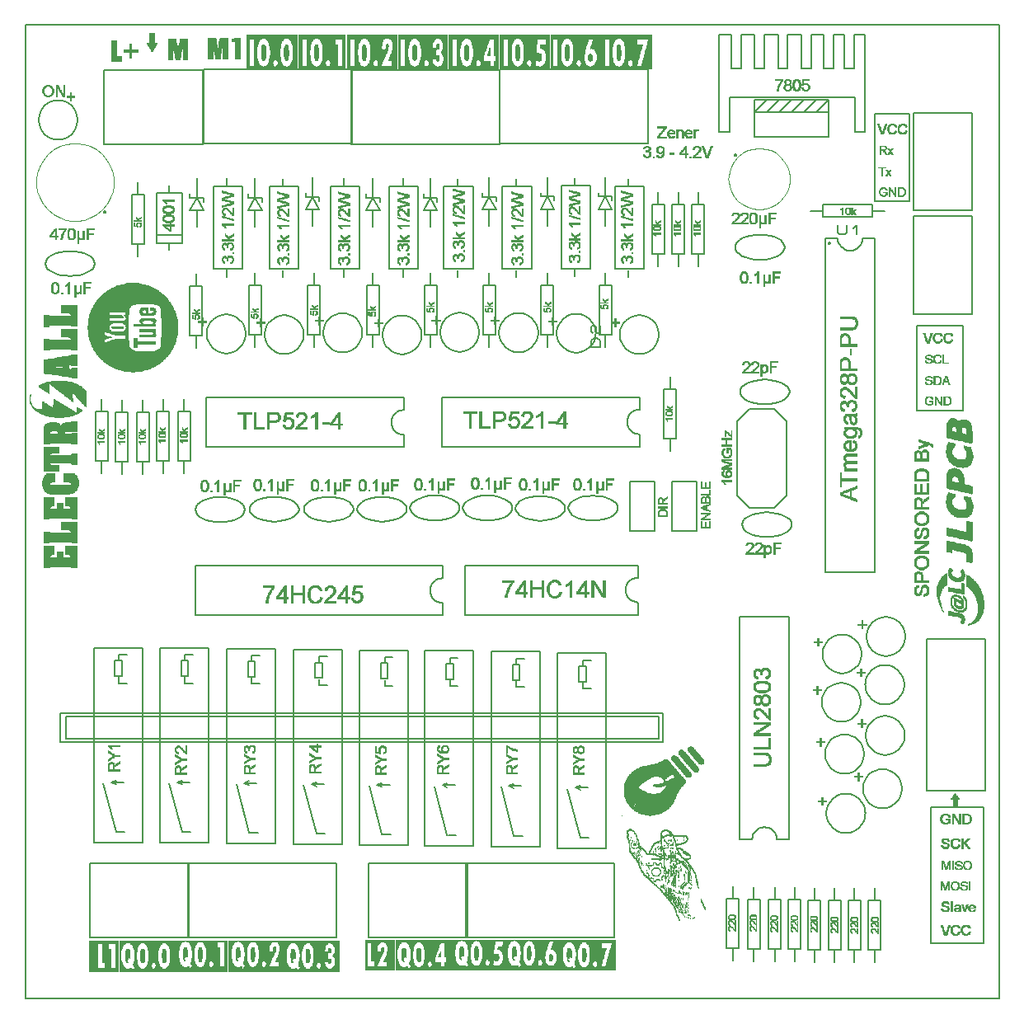
<source format=gbr>
G04 PROTEUS RS274X GERBER FILE*
%FSLAX45Y45*%
%MOMM*%
G01*
%ADD73C,0.203200*%
%ADD30C,0.120000*%
%ADD31C,0.200000*%
%ADD32C,0.063500*%
%TD.AperFunction*%
D73*
X-5000000Y-5000000D02*
X+5000000Y-5000000D01*
X+5000000Y+5000000D01*
X-5000000Y+5000000D01*
X-5000000Y-5000000D01*
X+3215260Y+2809420D02*
X+3215260Y-619580D01*
X+3723260Y-619580D01*
X+3723260Y+2809420D01*
X+3215260Y+2809420D02*
X+3342260Y+2809420D01*
X+3723260Y+2809420D02*
X+3596260Y+2809420D01*
X+3342260Y+2809420D02*
X+3344787Y+2783452D01*
X+3352058Y+2759438D01*
X+3363608Y+2737843D01*
X+3378971Y+2719131D01*
X+3397683Y+2703767D01*
X+3419279Y+2692218D01*
X+3443293Y+2684947D01*
X+3469260Y+2682420D01*
X+3596260Y+2809420D02*
X+3593733Y+2783452D01*
X+3586462Y+2759438D01*
X+3574912Y+2737843D01*
X+3559549Y+2719131D01*
X+3540837Y+2703767D01*
X+3519242Y+2692218D01*
X+3495228Y+2684947D01*
X+3469260Y+2682420D01*
X+3263084Y+2758620D02*
X+3263059Y+2759217D01*
X+3262857Y+2760413D01*
X+3262433Y+2761609D01*
X+3261739Y+2762805D01*
X+3260679Y+2763984D01*
X+3259483Y+2764847D01*
X+3258287Y+2765396D01*
X+3257091Y+2765705D01*
X+3255900Y+2765804D01*
X+3248716Y+2758620D02*
X+3248741Y+2759217D01*
X+3248943Y+2760413D01*
X+3249367Y+2761609D01*
X+3250061Y+2762805D01*
X+3251121Y+2763984D01*
X+3252317Y+2764847D01*
X+3253513Y+2765396D01*
X+3254709Y+2765705D01*
X+3255900Y+2765804D01*
X+3248716Y+2758620D02*
X+3248741Y+2758023D01*
X+3248943Y+2756827D01*
X+3249367Y+2755631D01*
X+3250061Y+2754435D01*
X+3251121Y+2753256D01*
X+3252317Y+2752393D01*
X+3253513Y+2751844D01*
X+3254709Y+2751535D01*
X+3255900Y+2751436D01*
X+3263084Y+2758620D02*
X+3263059Y+2758023D01*
X+3262857Y+2756827D01*
X+3262433Y+2755631D01*
X+3261739Y+2754435D01*
X+3260679Y+2753256D01*
X+3259483Y+2752393D01*
X+3258287Y+2751844D01*
X+3257091Y+2751535D01*
X+3255900Y+2751436D01*
X+3342260Y+2941500D02*
X+3342260Y+2865300D01*
X+3358135Y+2850060D01*
X+3421635Y+2850060D01*
X+3437510Y+2865300D01*
X+3437510Y+2941500D01*
X+3501010Y+2911020D02*
X+3532760Y+2941500D01*
X+3532760Y+2850060D01*
X+4256260Y-2863620D02*
X+4856260Y-2863620D01*
X+4856260Y-1303620D01*
X+4256260Y-1303620D01*
X+4256260Y-2863620D01*
X-714720Y-555820D02*
X-714720Y-682820D01*
X-841720Y-809820D02*
X-839284Y-835696D01*
X-832235Y-859668D01*
X-820958Y-881258D01*
X-805842Y-899990D01*
X-787274Y-915389D01*
X-765639Y-926978D01*
X-741326Y-934280D01*
X-714720Y-936820D01*
X-841720Y-809820D02*
X-839284Y-783214D01*
X-832235Y-758901D01*
X-820958Y-737266D01*
X-805842Y-718698D01*
X-787274Y-703582D01*
X-765639Y-692305D01*
X-741326Y-685256D01*
X-714720Y-682820D01*
X-714720Y-936820D02*
X-714720Y-1063820D01*
X-3254720Y-555820D02*
X-3254720Y-1063820D01*
X-714720Y-555820D02*
X-3254720Y-555820D01*
X-714720Y-1063820D02*
X-3254720Y-1063820D01*
X+2844540Y-3367160D02*
X+2717540Y-3367160D01*
X+2590540Y-3240160D02*
X+2564664Y-3242596D01*
X+2540692Y-3249645D01*
X+2519102Y-3260922D01*
X+2500370Y-3276038D01*
X+2484971Y-3294606D01*
X+2473382Y-3316241D01*
X+2466080Y-3340554D01*
X+2463540Y-3367160D01*
X+2590540Y-3240160D02*
X+2617146Y-3242596D01*
X+2641459Y-3249645D01*
X+2663094Y-3260922D01*
X+2681662Y-3276038D01*
X+2696778Y-3294606D01*
X+2708055Y-3316241D01*
X+2715104Y-3340554D01*
X+2717540Y-3367160D01*
X+2463540Y-3367160D02*
X+2336540Y-3367160D01*
X+2844540Y-1081160D02*
X+2336540Y-1081160D01*
X+2844540Y-3367160D02*
X+2844540Y-1081160D01*
X+2336540Y-1081160D02*
X+2336540Y-3367160D01*
X+1305980Y+1175700D02*
X+1305980Y+1048700D01*
X+1178980Y+921700D02*
X+1181416Y+895824D01*
X+1188465Y+871852D01*
X+1199742Y+850262D01*
X+1214858Y+831530D01*
X+1233426Y+816131D01*
X+1255061Y+804542D01*
X+1279374Y+797240D01*
X+1305980Y+794700D01*
X+1178980Y+921700D02*
X+1181416Y+948306D01*
X+1188465Y+972619D01*
X+1199742Y+994254D01*
X+1214858Y+1012822D01*
X+1233426Y+1027938D01*
X+1255061Y+1039215D01*
X+1279374Y+1046264D01*
X+1305980Y+1048700D01*
X+1305980Y+794700D02*
X+1305980Y+667700D01*
X-726020Y+1175700D02*
X-726020Y+667700D01*
X+1305980Y+1175700D02*
X-726020Y+1175700D01*
X-726020Y+667700D02*
X+1305980Y+667700D01*
X-1116020Y+1171700D02*
X-1116020Y+1044700D01*
X-1243020Y+917700D02*
X-1240584Y+891824D01*
X-1233535Y+867852D01*
X-1222258Y+846262D01*
X-1207142Y+827530D01*
X-1188574Y+812131D01*
X-1166939Y+800542D01*
X-1142626Y+793240D01*
X-1116020Y+790700D01*
X-1243020Y+917700D02*
X-1240584Y+944306D01*
X-1233535Y+968619D01*
X-1222258Y+990254D01*
X-1207142Y+1008822D01*
X-1188574Y+1023938D01*
X-1166939Y+1035215D01*
X-1142626Y+1042264D01*
X-1116020Y+1044700D01*
X-1116020Y+790700D02*
X-1116020Y+663700D01*
X-3148020Y+1171700D02*
X-3148020Y+663700D01*
X-1116020Y+1171700D02*
X-3148020Y+1171700D01*
X-3148020Y+663700D02*
X-1116020Y+663700D01*
X+1292280Y-930820D02*
X+1292280Y-1057820D01*
X+1292280Y-549820D02*
X+1292280Y-676820D01*
X+1165280Y-803820D02*
X+1167716Y-829696D01*
X+1174765Y-853668D01*
X+1186042Y-875258D01*
X+1201158Y-893990D01*
X+1219726Y-909389D01*
X+1241361Y-920978D01*
X+1265674Y-928280D01*
X+1292280Y-930820D01*
X+1165280Y-803820D02*
X+1167716Y-777214D01*
X+1174765Y-752901D01*
X+1186042Y-731266D01*
X+1201158Y-712698D01*
X+1219726Y-697582D01*
X+1241361Y-686305D01*
X+1265674Y-679256D01*
X+1292280Y-676820D01*
X+1292280Y-549820D02*
X-485720Y-549820D01*
X-485720Y-1057820D01*
X+1292280Y-1057820D01*
X+4121620Y+3096280D02*
X+4721620Y+3096280D01*
X+4721620Y+4096280D01*
X+4121620Y+4096280D01*
X+4121620Y+3096280D01*
X+4118120Y+2032800D02*
X+4718120Y+2032800D01*
X+4718120Y+3032800D01*
X+4118120Y+3032800D01*
X+4118120Y+2032800D01*
D30*
X-4089940Y+3385680D02*
X-4091196Y+3417350D01*
X-4101388Y+3480691D01*
X-4122619Y+3544032D01*
X-4156995Y+3607373D01*
X-4209289Y+3670698D01*
X-4272630Y+3721502D01*
X-4335971Y+3754860D01*
X-4399312Y+3775278D01*
X-4462653Y+3784748D01*
X-4489940Y+3785680D01*
X-4889940Y+3385680D02*
X-4888684Y+3417350D01*
X-4878492Y+3480691D01*
X-4857261Y+3544032D01*
X-4822885Y+3607373D01*
X-4770591Y+3670698D01*
X-4707250Y+3721502D01*
X-4643909Y+3754860D01*
X-4580568Y+3775278D01*
X-4517227Y+3784748D01*
X-4489940Y+3785680D01*
X-4889940Y+3385680D02*
X-4888684Y+3354010D01*
X-4878492Y+3290669D01*
X-4857261Y+3227328D01*
X-4822885Y+3163987D01*
X-4770591Y+3100662D01*
X-4707250Y+3049858D01*
X-4643909Y+3016500D01*
X-4580568Y+2996082D01*
X-4517227Y+2986612D01*
X-4489940Y+2985680D01*
X-4089940Y+3385680D02*
X-4091196Y+3354010D01*
X-4101388Y+3290669D01*
X-4122619Y+3227328D01*
X-4156995Y+3163987D01*
X-4209289Y+3100662D01*
X-4272630Y+3049858D01*
X-4335971Y+3016500D01*
X-4399312Y+2996082D01*
X-4462653Y+2986612D01*
X-4489940Y+2985680D01*
D31*
X-4174940Y+3080680D02*
X-4174975Y+3081511D01*
X-4175256Y+3083175D01*
X-4175846Y+3084839D01*
X-4176810Y+3086503D01*
X-4178285Y+3088144D01*
X-4179949Y+3089345D01*
X-4181613Y+3090110D01*
X-4183277Y+3090541D01*
X-4184940Y+3090680D01*
X-4194940Y+3080680D02*
X-4194905Y+3081511D01*
X-4194624Y+3083175D01*
X-4194034Y+3084839D01*
X-4193070Y+3086503D01*
X-4191595Y+3088144D01*
X-4189931Y+3089345D01*
X-4188267Y+3090110D01*
X-4186603Y+3090541D01*
X-4184940Y+3090680D01*
X-4194940Y+3080680D02*
X-4194905Y+3079849D01*
X-4194624Y+3078185D01*
X-4194034Y+3076521D01*
X-4193070Y+3074857D01*
X-4191595Y+3073216D01*
X-4189931Y+3072015D01*
X-4188267Y+3071250D01*
X-4186603Y+3070819D01*
X-4184940Y+3070680D01*
X-4174940Y+3080680D02*
X-4174975Y+3079849D01*
X-4175256Y+3078185D01*
X-4175846Y+3076521D01*
X-4176810Y+3074857D01*
X-4178285Y+3073216D01*
X-4179949Y+3072015D01*
X-4181613Y+3071250D01*
X-4183277Y+3070819D01*
X-4184940Y+3070680D01*
D73*
X-3326100Y-4371740D02*
X-3326100Y-3609740D01*
X-1802100Y-3609740D02*
X-1802100Y-4371740D01*
X-3326100Y-3609740D02*
X-1802100Y-3609740D01*
X-3326100Y-4371740D02*
X-1802100Y-4371740D01*
X+1048020Y-3610060D02*
X+1048020Y-4372060D01*
X-475980Y-4372060D02*
X-475980Y-3610060D01*
X+1048020Y-4372060D02*
X-475980Y-4372060D01*
X+1048020Y-3610060D02*
X-475980Y-3610060D01*
X-3173020Y+3777700D02*
X-3173020Y+4539700D01*
X-1649020Y+4539700D02*
X-1649020Y+3777700D01*
X-3173020Y+4539700D02*
X-1649020Y+4539700D01*
X-3173020Y+3777700D02*
X-1649020Y+3777700D01*
X-1650020Y+3775700D02*
X-1650020Y+4537700D01*
X-126020Y+4537700D02*
X-126020Y+3775700D01*
X-1650020Y+4537700D02*
X-126020Y+4537700D01*
X-1650020Y+3775700D02*
X-126020Y+3775700D01*
X-127020Y+3780700D02*
X-127020Y+4542700D01*
X+1396980Y+4542700D02*
X+1396980Y+3780700D01*
X-127020Y+4542700D02*
X+1396980Y+4542700D01*
X-127020Y+3780700D02*
X+1396980Y+3780700D01*
X+2813560Y+926300D02*
X+2813560Y+164300D01*
X+2686560Y+37300D01*
X+2432560Y+37300D01*
X+2305560Y+164300D01*
X+2305560Y+926300D01*
X+2432560Y+1053300D01*
X+2686560Y+1053300D01*
X+2813560Y+926300D01*
X-4299740Y-3400320D02*
X-3799740Y-3400320D01*
X-3799740Y-1400320D01*
X-4299740Y-1400320D01*
X-4299740Y-3400320D01*
X-4079740Y-1690320D02*
X-4009740Y-1690320D01*
X-4009740Y-1530320D01*
X-4079740Y-1530320D01*
X-4079740Y-1690320D01*
X-4039740Y-1530320D02*
X-4039740Y-1470320D01*
X-3959740Y-1470320D01*
X-4039740Y-1700320D02*
X-4039740Y-1760320D01*
X-3959740Y-1760320D01*
X-3979740Y-3290320D02*
X-4059740Y-3290320D01*
X-4069740Y-3290320D02*
X-4199740Y-2790320D01*
X-3989740Y-2780320D02*
X-4109740Y-2780320D01*
X-4119740Y-2780320D02*
X-4069740Y-2760320D01*
X-4119740Y-2780320D02*
X-4069740Y-2800320D01*
X-3621560Y-3400320D02*
X-3121560Y-3400320D01*
X-3121560Y-1400320D01*
X-3621560Y-1400320D01*
X-3621560Y-3400320D01*
X-3401560Y-1690320D02*
X-3331560Y-1690320D01*
X-3331560Y-1530320D01*
X-3401560Y-1530320D01*
X-3401560Y-1690320D01*
X-3361560Y-1530320D02*
X-3361560Y-1470320D01*
X-3281560Y-1470320D01*
X-3361560Y-1700320D02*
X-3361560Y-1760320D01*
X-3281560Y-1760320D01*
X-3301560Y-3290320D02*
X-3381560Y-3290320D01*
X-3391560Y-3290320D02*
X-3521560Y-2790320D01*
X-3311560Y-2780320D02*
X-3431560Y-2780320D01*
X-3441560Y-2780320D02*
X-3391560Y-2760320D01*
X-3441560Y-2780320D02*
X-3391560Y-2800320D01*
X-2934480Y-3406040D02*
X-2434480Y-3406040D01*
X-2434480Y-1406040D01*
X-2934480Y-1406040D01*
X-2934480Y-3406040D01*
X-2714480Y-1696040D02*
X-2644480Y-1696040D01*
X-2644480Y-1536040D01*
X-2714480Y-1536040D01*
X-2714480Y-1696040D01*
X-2674480Y-1536040D02*
X-2674480Y-1476040D01*
X-2594480Y-1476040D01*
X-2674480Y-1706040D02*
X-2674480Y-1766040D01*
X-2594480Y-1766040D01*
X-2614480Y-3296040D02*
X-2694480Y-3296040D01*
X-2704480Y-3296040D02*
X-2834480Y-2796040D01*
X-2624480Y-2786040D02*
X-2744480Y-2786040D01*
X-2754480Y-2786040D02*
X-2704480Y-2766040D01*
X-2754480Y-2786040D02*
X-2704480Y-2806040D01*
X-2243600Y-3418740D02*
X-1743600Y-3418740D01*
X-1743600Y-1418740D01*
X-2243600Y-1418740D01*
X-2243600Y-3418740D01*
X-2023600Y-1708740D02*
X-1953600Y-1708740D01*
X-1953600Y-1548740D01*
X-2023600Y-1548740D01*
X-2023600Y-1708740D01*
X-1983600Y-1548740D02*
X-1983600Y-1488740D01*
X-1903600Y-1488740D01*
X-1983600Y-1718740D02*
X-1983600Y-1778740D01*
X-1903600Y-1778740D01*
X-1923600Y-3308740D02*
X-2003600Y-3308740D01*
X-2013600Y-3308740D02*
X-2143600Y-2808740D01*
X-1933600Y-2798740D02*
X-2053600Y-2798740D01*
X-2063600Y-2798740D02*
X-2013600Y-2778740D01*
X-2063600Y-2798740D02*
X-2013600Y-2818740D01*
X-3321800Y-3609260D02*
X-3321800Y-4371260D01*
X-4337800Y-4371260D02*
X-4337800Y-3609260D01*
X-3321800Y-3609260D02*
X-4337800Y-3609260D01*
X-3321800Y-4371260D02*
X-4337800Y-4371260D01*
X-1568260Y-3426100D02*
X-1068260Y-3426100D01*
X-1068260Y-1426100D01*
X-1568260Y-1426100D01*
X-1568260Y-3426100D01*
X-1348260Y-1716100D02*
X-1278260Y-1716100D01*
X-1278260Y-1556100D01*
X-1348260Y-1556100D01*
X-1348260Y-1716100D01*
X-1308260Y-1556100D02*
X-1308260Y-1496100D01*
X-1228260Y-1496100D01*
X-1308260Y-1726100D02*
X-1308260Y-1786100D01*
X-1228260Y-1786100D01*
X-1248260Y-3316100D02*
X-1328260Y-3316100D01*
X-1338260Y-3316100D02*
X-1468260Y-2816100D01*
X-1258260Y-2806100D02*
X-1378260Y-2806100D01*
X-1388260Y-2806100D02*
X-1338260Y-2786100D01*
X-1388260Y-2806100D02*
X-1338260Y-2826100D01*
X-897700Y-3428640D02*
X-397700Y-3428640D01*
X-397700Y-1428640D01*
X-897700Y-1428640D01*
X-897700Y-3428640D01*
X-677700Y-1718640D02*
X-607700Y-1718640D01*
X-607700Y-1558640D01*
X-677700Y-1558640D01*
X-677700Y-1718640D01*
X-637700Y-1558640D02*
X-637700Y-1498640D01*
X-557700Y-1498640D01*
X-637700Y-1728640D02*
X-637700Y-1788640D01*
X-557700Y-1788640D01*
X-577700Y-3318640D02*
X-657700Y-3318640D01*
X-667700Y-3318640D02*
X-797700Y-2818640D01*
X-587700Y-2808640D02*
X-707700Y-2808640D01*
X-717700Y-2808640D02*
X-667700Y-2788640D01*
X-717700Y-2808640D02*
X-667700Y-2828640D01*
X-216980Y-3436260D02*
X+283020Y-3436260D01*
X+283020Y-1436260D01*
X-216980Y-1436260D01*
X-216980Y-3436260D01*
X+3020Y-1726260D02*
X+73020Y-1726260D01*
X+73020Y-1566260D01*
X+3020Y-1566260D01*
X+3020Y-1726260D01*
X+43020Y-1566260D02*
X+43020Y-1506260D01*
X+123020Y-1506260D01*
X+43020Y-1736260D02*
X+43020Y-1796260D01*
X+123020Y-1796260D01*
X+103020Y-3326260D02*
X+23020Y-3326260D01*
X+13020Y-3326260D02*
X-116980Y-2826260D01*
X+93020Y-2816260D02*
X-26980Y-2816260D01*
X-36980Y-2816260D02*
X+13020Y-2796260D01*
X-36980Y-2816260D02*
X+13020Y-2836260D01*
X+466280Y-3454040D02*
X+966280Y-3454040D01*
X+966280Y-1454040D01*
X+466280Y-1454040D01*
X+466280Y-3454040D01*
X+686280Y-1744040D02*
X+756280Y-1744040D01*
X+756280Y-1584040D01*
X+686280Y-1584040D01*
X+686280Y-1744040D01*
X+726280Y-1584040D02*
X+726280Y-1524040D01*
X+806280Y-1524040D01*
X+726280Y-1754040D02*
X+726280Y-1814040D01*
X+806280Y-1814040D01*
X+786280Y-3344040D02*
X+706280Y-3344040D01*
X+696280Y-3344040D02*
X+566280Y-2844040D01*
X+776280Y-2834040D02*
X+656280Y-2834040D01*
X+646280Y-2834040D02*
X+696280Y-2814040D01*
X+646280Y-2834040D02*
X+696280Y-2854040D01*
X-456480Y-3607500D02*
X-456480Y-4369500D01*
X-1472480Y-4369500D02*
X-1472480Y-3607500D01*
X-456480Y-3607500D02*
X-1472480Y-3607500D01*
X-456480Y-4369500D02*
X-1472480Y-4369500D01*
D30*
X+2849160Y+3418040D02*
X+2848150Y+3443247D01*
X+2839948Y+3493662D01*
X+2822846Y+3544077D01*
X+2795100Y+3594492D01*
X+2752770Y+3644832D01*
X+2702355Y+3684377D01*
X+2651940Y+3710192D01*
X+2601525Y+3725752D01*
X+2551110Y+3732584D01*
X+2534160Y+3733040D01*
X+2219160Y+3418040D02*
X+2220170Y+3443247D01*
X+2228372Y+3493662D01*
X+2245474Y+3544077D01*
X+2273220Y+3594492D01*
X+2315550Y+3644832D01*
X+2365965Y+3684377D01*
X+2416380Y+3710192D01*
X+2466795Y+3725752D01*
X+2517210Y+3732584D01*
X+2534160Y+3733040D01*
X+2219160Y+3418040D02*
X+2220170Y+3392833D01*
X+2228372Y+3342418D01*
X+2245474Y+3292003D01*
X+2273220Y+3241588D01*
X+2315550Y+3191248D01*
X+2365965Y+3151703D01*
X+2416380Y+3125888D01*
X+2466795Y+3110328D01*
X+2517210Y+3103496D01*
X+2534160Y+3103040D01*
X+2849160Y+3418040D02*
X+2848150Y+3392833D01*
X+2839948Y+3342418D01*
X+2822846Y+3292003D01*
X+2795100Y+3241588D01*
X+2752770Y+3191248D01*
X+2702355Y+3151703D01*
X+2651940Y+3125888D01*
X+2601525Y+3110328D01*
X+2551110Y+3103496D01*
X+2534160Y+3103040D01*
D31*
X+2299160Y+3663040D02*
X+2299125Y+3663871D01*
X+2298844Y+3665535D01*
X+2298254Y+3667199D01*
X+2297290Y+3668863D01*
X+2295815Y+3670504D01*
X+2294151Y+3671705D01*
X+2292487Y+3672470D01*
X+2290823Y+3672901D01*
X+2289160Y+3673040D01*
X+2279160Y+3663040D02*
X+2279195Y+3663871D01*
X+2279476Y+3665535D01*
X+2280066Y+3667199D01*
X+2281030Y+3668863D01*
X+2282505Y+3670504D01*
X+2284169Y+3671705D01*
X+2285833Y+3672470D01*
X+2287497Y+3672901D01*
X+2289160Y+3673040D01*
X+2279160Y+3663040D02*
X+2279195Y+3662209D01*
X+2279476Y+3660545D01*
X+2280066Y+3658881D01*
X+2281030Y+3657217D01*
X+2282505Y+3655576D01*
X+2284169Y+3654375D01*
X+2285833Y+3653610D01*
X+2287497Y+3653179D01*
X+2289160Y+3653040D01*
X+2299160Y+3663040D02*
X+2299125Y+3662209D01*
X+2298844Y+3660545D01*
X+2298254Y+3658881D01*
X+2297290Y+3657217D01*
X+2295815Y+3655576D01*
X+2294151Y+3654375D01*
X+2292487Y+3653610D01*
X+2290823Y+3653179D01*
X+2289160Y+3653040D01*
D73*
X+2489200Y+3845560D02*
X+3251200Y+3845560D01*
X+3251200Y+4099560D01*
X+2489200Y+4099560D01*
X+2489200Y+3845560D01*
X+2489200Y+4099560D02*
X+2489200Y+4226560D01*
X+3251200Y+4226560D01*
X+3251200Y+4099560D01*
X+2489200Y+4099560D02*
X+2616200Y+4226560D01*
X+2616200Y+4099560D02*
X+2743200Y+4226560D01*
X+2743200Y+4099560D02*
X+2870200Y+4226560D01*
X+2870200Y+4099560D02*
X+2997200Y+4226560D01*
X+2997200Y+4099560D02*
X+3124200Y+4226560D01*
X+3124200Y+4099560D02*
X+3251200Y+4226560D01*
X+1704340Y+2522220D02*
X+1704340Y+2649220D01*
X+1640840Y+2649220D02*
X+1767840Y+2649220D01*
X+1767840Y+3157220D01*
X+1640840Y+3157220D01*
X+1640840Y+2649220D01*
X+1704340Y+3157220D02*
X+1704340Y+3284220D01*
X+3820160Y+3091180D02*
X+3693160Y+3091180D01*
X+3185160Y+3027680D02*
X+3693160Y+3027680D01*
X+3693160Y+3154680D01*
X+3185160Y+3154680D01*
X+3185160Y+3027680D01*
X+3185160Y+3091180D02*
X+3058160Y+3091180D01*
X+1910080Y+2517140D02*
X+1910080Y+2644140D01*
X+1846580Y+2644140D02*
X+1973580Y+2644140D01*
X+1973580Y+3152140D01*
X+1846580Y+3152140D01*
X+1846580Y+2644140D01*
X+1910080Y+3152140D02*
X+1910080Y+3279140D01*
X+1496060Y+2517140D02*
X+1496060Y+2644140D01*
X+1432560Y+2644140D02*
X+1559560Y+2644140D01*
X+1559560Y+3152140D01*
X+1432560Y+3152140D01*
X+1432560Y+2644140D01*
X+1496060Y+3152140D02*
X+1496060Y+3279140D01*
X+1621320Y+626620D02*
X+1621320Y+753620D01*
X+1557820Y+753620D02*
X+1684820Y+753620D01*
X+1684820Y+1261620D01*
X+1557820Y+1261620D01*
X+1557820Y+753620D01*
X+1621320Y+1261620D02*
X+1621320Y+1388620D01*
X-3794760Y+388620D02*
X-3794760Y+515620D01*
X-3858260Y+515620D02*
X-3731260Y+515620D01*
X-3731260Y+1023620D01*
X-3858260Y+1023620D01*
X-3858260Y+515620D01*
X-3794760Y+1023620D02*
X-3794760Y+1150620D01*
X-4008120Y+388620D02*
X-4008120Y+515620D01*
X-4071620Y+515620D02*
X-3944620Y+515620D01*
X-3944620Y+1023620D01*
X-4071620Y+1023620D01*
X-4071620Y+515620D01*
X-4008120Y+1023620D02*
X-4008120Y+1150620D01*
X-3585680Y+398020D02*
X-3585680Y+525020D01*
X-3649180Y+525020D02*
X-3522180Y+525020D01*
X-3522180Y+1033020D01*
X-3649180Y+1033020D01*
X-3649180Y+525020D01*
X-3585680Y+1033020D02*
X-3585680Y+1160020D01*
X-3181060Y+4533100D02*
X-3181060Y+3771100D01*
X-4197060Y+3771100D02*
X-4197060Y+4533100D01*
X-3181060Y+4533100D02*
X-4197060Y+4533100D01*
X-3181060Y+3771100D02*
X-4197060Y+3771100D01*
X-3655860Y+2759200D02*
X-3389160Y+2759200D01*
X-3389160Y+3277360D01*
X-3655860Y+3277360D01*
X-3655860Y+2759200D01*
X-3653320Y+2840480D02*
X-3391700Y+2840480D01*
X-3521240Y+2688080D02*
X-3521240Y+2759200D01*
X-3521240Y+3277360D02*
X-3521240Y+3348480D01*
X-2191260Y+26200D02*
X-2196340Y+324D01*
X-2210945Y-23648D01*
X-2234122Y-45238D01*
X-2264920Y-63970D01*
X-2302385Y-79369D01*
X-2345565Y-90958D01*
X-2393508Y-98260D01*
X-2445260Y-100800D01*
X-2699260Y+26200D02*
X-2694180Y+324D01*
X-2679575Y-23648D01*
X-2656398Y-45238D01*
X-2625600Y-63970D01*
X-2588135Y-79369D01*
X-2544955Y-90958D01*
X-2497012Y-98260D01*
X-2445260Y-100800D01*
X-2191260Y+26200D02*
X-2196340Y+52076D01*
X-2210945Y+76048D01*
X-2234122Y+97638D01*
X-2264920Y+116370D01*
X-2302385Y+131769D01*
X-2345565Y+143358D01*
X-2393508Y+150660D01*
X-2445260Y+153200D01*
X-2699260Y+26200D02*
X-2694180Y+52076D01*
X-2679575Y+76048D01*
X-2656398Y+97638D01*
X-2625600Y+116370D01*
X-2588135Y+131769D01*
X-2544955Y+143358D01*
X-2497012Y+150660D01*
X-2445260Y+153200D01*
X-3254280Y+21280D02*
X-3249200Y+47156D01*
X-3234595Y+71128D01*
X-3211418Y+92718D01*
X-3180620Y+111450D01*
X-3143155Y+126849D01*
X-3099975Y+138438D01*
X-3052032Y+145740D01*
X-3000280Y+148280D01*
X-2746280Y+21280D02*
X-2751360Y+47156D01*
X-2765965Y+71128D01*
X-2789142Y+92718D01*
X-2819940Y+111450D01*
X-2857405Y+126849D01*
X-2900585Y+138438D01*
X-2948528Y+145740D01*
X-3000280Y+148280D01*
X-3254280Y+21280D02*
X-3249200Y-4596D01*
X-3234595Y-28568D01*
X-3211418Y-50158D01*
X-3180620Y-68890D01*
X-3143155Y-84289D01*
X-3099975Y-95878D01*
X-3052032Y-103180D01*
X-3000280Y-105720D01*
X-2746280Y+21280D02*
X-2751360Y-4596D01*
X-2765965Y-28568D01*
X-2789142Y-50158D01*
X-2819940Y-68890D01*
X-2857405Y-84289D01*
X-2900585Y-95878D01*
X-2948528Y-103180D01*
X-3000280Y-105720D01*
X-1590580Y+26360D02*
X-1585500Y+52236D01*
X-1570895Y+76208D01*
X-1547718Y+97798D01*
X-1516920Y+116530D01*
X-1479455Y+131929D01*
X-1436275Y+143518D01*
X-1388332Y+150820D01*
X-1336580Y+153360D01*
X-1082580Y+26360D02*
X-1087660Y+52236D01*
X-1102265Y+76208D01*
X-1125442Y+97798D01*
X-1156240Y+116530D01*
X-1193705Y+131929D01*
X-1236885Y+143518D01*
X-1284828Y+150820D01*
X-1336580Y+153360D01*
X-1590580Y+26360D02*
X-1585500Y+484D01*
X-1570895Y-23488D01*
X-1547718Y-45078D01*
X-1516920Y-63810D01*
X-1479455Y-79209D01*
X-1436275Y-90798D01*
X-1388332Y-98100D01*
X-1336580Y-100640D01*
X-1082580Y+26360D02*
X-1087660Y+484D01*
X-1102265Y-23488D01*
X-1125442Y-45078D01*
X-1156240Y-63810D01*
X-1193705Y-79209D01*
X-1236885Y-90798D01*
X-1284828Y-98100D01*
X-1336580Y-100640D01*
X-2139220Y+26360D02*
X-2134140Y+52236D01*
X-2119535Y+76208D01*
X-2096358Y+97798D01*
X-2065560Y+116530D01*
X-2028095Y+131929D01*
X-1984915Y+143518D01*
X-1936972Y+150820D01*
X-1885220Y+153360D01*
X-1631220Y+26360D02*
X-1636300Y+52236D01*
X-1650905Y+76208D01*
X-1674082Y+97798D01*
X-1704880Y+116530D01*
X-1742345Y+131929D01*
X-1785525Y+143518D01*
X-1833468Y+150820D01*
X-1885220Y+153360D01*
X-2139220Y+26360D02*
X-2134140Y+484D01*
X-2119535Y-23488D01*
X-2096358Y-45078D01*
X-2065560Y-63810D01*
X-2028095Y-79209D01*
X-1984915Y-90798D01*
X-1936972Y-98100D01*
X-1885220Y-100640D01*
X-1631220Y+26360D02*
X-1636300Y+484D01*
X-1650905Y-23488D01*
X-1674082Y-45078D01*
X-1704880Y-63810D01*
X-1742345Y-79209D01*
X-1785525Y-90798D01*
X-1833468Y-98100D01*
X-1885220Y-100640D01*
X-1049020Y+38100D02*
X-1043940Y+63976D01*
X-1029335Y+87948D01*
X-1006158Y+109538D01*
X-975360Y+128270D01*
X-937895Y+143669D01*
X-894715Y+155258D01*
X-846772Y+162560D01*
X-795020Y+165100D01*
X-541020Y+38100D02*
X-546100Y+63976D01*
X-560705Y+87948D01*
X-583882Y+109538D01*
X-614680Y+128270D01*
X-652145Y+143669D01*
X-695325Y+155258D01*
X-743268Y+162560D01*
X-795020Y+165100D01*
X-1049020Y+38100D02*
X-1043940Y+12224D01*
X-1029335Y-11748D01*
X-1006158Y-33338D01*
X-975360Y-52070D01*
X-937895Y-67469D01*
X-894715Y-79058D01*
X-846772Y-86360D01*
X-795020Y-88900D01*
X-541020Y+38100D02*
X-546100Y+12224D01*
X-560705Y-11748D01*
X-583882Y-33338D01*
X-614680Y-52070D01*
X-652145Y-67469D01*
X-695325Y-79058D01*
X-743268Y-86360D01*
X-795020Y-88900D01*
X-508000Y+38100D02*
X-502920Y+63976D01*
X-488315Y+87948D01*
X-465138Y+109538D01*
X-434340Y+128270D01*
X-396875Y+143669D01*
X-353695Y+155258D01*
X-305752Y+162560D01*
X-254000Y+165100D01*
X+0Y+38100D02*
X-5080Y+63976D01*
X-19685Y+87948D01*
X-42862Y+109538D01*
X-73660Y+128270D01*
X-111125Y+143669D01*
X-154305Y+155258D01*
X-202248Y+162560D01*
X-254000Y+165100D01*
X-508000Y+38100D02*
X-502920Y+12224D01*
X-488315Y-11748D01*
X-465138Y-33338D01*
X-434340Y-52070D01*
X-396875Y-67469D01*
X-353695Y-79058D01*
X-305752Y-86360D01*
X-254000Y-88900D01*
X+0Y+38100D02*
X-5080Y+12224D01*
X-19685Y-11748D01*
X-42862Y-33338D01*
X-73660Y-52070D01*
X-111125Y-67469D01*
X-154305Y-79058D01*
X-202248Y-86360D01*
X-254000Y-88900D01*
X+541820Y+34800D02*
X+536740Y+8924D01*
X+522135Y-15048D01*
X+498958Y-36638D01*
X+468160Y-55370D01*
X+430695Y-70769D01*
X+387515Y-82358D01*
X+339572Y-89660D01*
X+287820Y-92200D01*
X+33820Y+34800D02*
X+38900Y+8924D01*
X+53505Y-15048D01*
X+76682Y-36638D01*
X+107480Y-55370D01*
X+144945Y-70769D01*
X+188125Y-82358D01*
X+236068Y-89660D01*
X+287820Y-92200D01*
X+541820Y+34800D02*
X+536740Y+60676D01*
X+522135Y+84648D01*
X+498958Y+106238D01*
X+468160Y+124970D01*
X+430695Y+140369D01*
X+387515Y+151958D01*
X+339572Y+159260D01*
X+287820Y+161800D01*
X+33820Y+34800D02*
X+38900Y+60676D01*
X+53505Y+84648D01*
X+76682Y+106238D01*
X+107480Y+124970D01*
X+144945Y+140369D01*
X+188125Y+151958D01*
X+236068Y+159260D01*
X+287820Y+161800D01*
X+1082840Y+37340D02*
X+1077760Y+11464D01*
X+1063155Y-12508D01*
X+1039978Y-34098D01*
X+1009180Y-52830D01*
X+971715Y-68229D01*
X+928535Y-79818D01*
X+880592Y-87120D01*
X+828840Y-89660D01*
X+574840Y+37340D02*
X+579920Y+11464D01*
X+594525Y-12508D01*
X+617702Y-34098D01*
X+648500Y-52830D01*
X+685965Y-68229D01*
X+729145Y-79818D01*
X+777088Y-87120D01*
X+828840Y-89660D01*
X+1082840Y+37340D02*
X+1077760Y+63216D01*
X+1063155Y+87188D01*
X+1039978Y+108778D01*
X+1009180Y+127510D01*
X+971715Y+142909D01*
X+928535Y+154498D01*
X+880592Y+161800D01*
X+828840Y+164340D01*
X+574840Y+37340D02*
X+579920Y+63216D01*
X+594525Y+87188D01*
X+617702Y+108778D01*
X+648500Y+127510D01*
X+685965Y+142909D01*
X+729145Y+154498D01*
X+777088Y+161800D01*
X+828840Y+164340D01*
X-4287520Y+2547620D02*
X-4292600Y+2521744D01*
X-4307205Y+2497772D01*
X-4330382Y+2476182D01*
X-4361180Y+2457450D01*
X-4398645Y+2442051D01*
X-4441825Y+2430462D01*
X-4489768Y+2423160D01*
X-4541520Y+2420620D01*
X-4795520Y+2547620D02*
X-4790440Y+2521744D01*
X-4775835Y+2497772D01*
X-4752658Y+2476182D01*
X-4721860Y+2457450D01*
X-4684395Y+2442051D01*
X-4641215Y+2430462D01*
X-4593272Y+2423160D01*
X-4541520Y+2420620D01*
X-4287520Y+2547620D02*
X-4292600Y+2573496D01*
X-4307205Y+2597468D01*
X-4330382Y+2619058D01*
X-4361180Y+2637790D01*
X-4398645Y+2653189D01*
X-4441825Y+2664778D01*
X-4489768Y+2672080D01*
X-4541520Y+2674620D01*
X-4795520Y+2547620D02*
X-4790440Y+2573496D01*
X-4775835Y+2597468D01*
X-4752658Y+2619058D01*
X-4721860Y+2637790D01*
X-4684395Y+2653189D01*
X-4641215Y+2664778D01*
X-4593272Y+2672080D01*
X-4541520Y+2674620D01*
X+2797300Y+2716060D02*
X+2792220Y+2690184D01*
X+2777615Y+2666212D01*
X+2754438Y+2644622D01*
X+2723640Y+2625890D01*
X+2686175Y+2610491D01*
X+2642995Y+2598902D01*
X+2595052Y+2591600D01*
X+2543300Y+2589060D01*
X+2289300Y+2716060D02*
X+2294380Y+2690184D01*
X+2308985Y+2666212D01*
X+2332162Y+2644622D01*
X+2362960Y+2625890D01*
X+2400425Y+2610491D01*
X+2443605Y+2598902D01*
X+2491548Y+2591600D01*
X+2543300Y+2589060D01*
X+2797300Y+2716060D02*
X+2792220Y+2741936D01*
X+2777615Y+2765908D01*
X+2754438Y+2787498D01*
X+2723640Y+2806230D01*
X+2686175Y+2821629D01*
X+2642995Y+2833218D01*
X+2595052Y+2840520D01*
X+2543300Y+2843060D01*
X+2289300Y+2716060D02*
X+2294380Y+2741936D01*
X+2308985Y+2765908D01*
X+2332162Y+2787498D01*
X+2362960Y+2806230D01*
X+2400425Y+2821629D01*
X+2443605Y+2833218D01*
X+2491548Y+2840520D01*
X+2543300Y+2843060D01*
X+2846540Y+1230120D02*
X+2841460Y+1204244D01*
X+2826855Y+1180272D01*
X+2803678Y+1158682D01*
X+2772880Y+1139950D01*
X+2735415Y+1124551D01*
X+2692235Y+1112962D01*
X+2644292Y+1105660D01*
X+2592540Y+1103120D01*
X+2338540Y+1230120D02*
X+2343620Y+1204244D01*
X+2358225Y+1180272D01*
X+2381402Y+1158682D01*
X+2412200Y+1139950D01*
X+2449665Y+1124551D01*
X+2492845Y+1112962D01*
X+2540788Y+1105660D01*
X+2592540Y+1103120D01*
X+2846540Y+1230120D02*
X+2841460Y+1255996D01*
X+2826855Y+1279968D01*
X+2803678Y+1301558D01*
X+2772880Y+1320290D01*
X+2735415Y+1335689D01*
X+2692235Y+1347278D01*
X+2644292Y+1354580D01*
X+2592540Y+1357120D01*
X+2338540Y+1230120D02*
X+2343620Y+1255996D01*
X+2358225Y+1279968D01*
X+2381402Y+1301558D01*
X+2412200Y+1320290D01*
X+2449665Y+1335689D01*
X+2492845Y+1347278D01*
X+2540788Y+1354580D01*
X+2592540Y+1357120D01*
X+2360460Y-132840D02*
X+2365540Y-106964D01*
X+2380145Y-82992D01*
X+2403322Y-61402D01*
X+2434120Y-42670D01*
X+2471585Y-27271D01*
X+2514765Y-15682D01*
X+2562708Y-8380D01*
X+2614460Y-5840D01*
X+2868460Y-132840D02*
X+2863380Y-106964D01*
X+2848775Y-82992D01*
X+2825598Y-61402D01*
X+2794800Y-42670D01*
X+2757335Y-27271D01*
X+2714155Y-15682D01*
X+2666212Y-8380D01*
X+2614460Y-5840D01*
X+2360460Y-132840D02*
X+2365540Y-158716D01*
X+2380145Y-182688D01*
X+2403322Y-204278D01*
X+2434120Y-223010D01*
X+2471585Y-238409D01*
X+2514765Y-249998D01*
X+2562708Y-257300D01*
X+2614460Y-259840D01*
X+2868460Y-132840D02*
X+2863380Y-158716D01*
X+2848775Y-182688D01*
X+2825598Y-204278D01*
X+2794800Y-223010D01*
X+2757335Y-238409D01*
X+2714155Y-249998D01*
X+2666212Y-257300D01*
X+2614460Y-259840D01*
X+1635760Y-198120D02*
X+1889760Y-198120D01*
X+1889760Y+309880D01*
X+1635760Y+309880D01*
X+1635760Y-198120D01*
X+1207300Y-198880D02*
X+1461300Y-198880D01*
X+1461300Y+309120D01*
X+1207300Y+309120D01*
X+1207300Y-198880D01*
X+1052980Y+2491700D02*
X+1352980Y+2491700D01*
X+1352980Y+3341700D01*
X+1052980Y+3341700D01*
X+1052980Y+2491700D01*
X+1192980Y+2481700D02*
X+1192980Y+2411700D01*
X+1192980Y+3351700D02*
X+1192980Y+3421700D01*
X+954980Y+2449700D02*
X+954980Y+2322700D01*
X+891480Y+1814700D02*
X+1018480Y+1814700D01*
X+1018480Y+2322700D01*
X+891480Y+2322700D01*
X+891480Y+1814700D01*
X+954980Y+1814700D02*
X+954980Y+1687700D01*
X+1503980Y+1818700D02*
X+1503320Y+1834939D01*
X+1497955Y+1867419D01*
X+1486755Y+1899899D01*
X+1468531Y+1932379D01*
X+1440664Y+1964705D01*
X+1408184Y+1989409D01*
X+1375704Y+2005397D01*
X+1343224Y+2014812D01*
X+1310744Y+2018586D01*
X+1303980Y+2018700D01*
X+1103980Y+1818700D02*
X+1104640Y+1834939D01*
X+1110005Y+1867419D01*
X+1121205Y+1899899D01*
X+1139429Y+1932379D01*
X+1167296Y+1964705D01*
X+1199776Y+1989409D01*
X+1232256Y+2005397D01*
X+1264736Y+2014812D01*
X+1297216Y+2018586D01*
X+1303980Y+2018700D01*
X+1103980Y+1818700D02*
X+1104640Y+1802461D01*
X+1110005Y+1769981D01*
X+1121205Y+1737501D01*
X+1139429Y+1705021D01*
X+1167296Y+1672695D01*
X+1199776Y+1647991D01*
X+1232256Y+1632003D01*
X+1264736Y+1622588D01*
X+1297216Y+1618814D01*
X+1303980Y+1618700D01*
X+1503980Y+1818700D02*
X+1503320Y+1802461D01*
X+1497955Y+1769981D01*
X+1486755Y+1737501D01*
X+1468531Y+1705021D01*
X+1440664Y+1672695D01*
X+1408184Y+1647991D01*
X+1375704Y+1632003D01*
X+1343224Y+1622588D01*
X+1310744Y+1618814D01*
X+1303980Y+1618700D01*
D32*
X+1050820Y+1903780D02*
X+1066060Y+1903780D01*
X+1050820Y+1908860D02*
X+1066060Y+1908860D01*
X+1050820Y+1913940D02*
X+1066060Y+1913940D01*
X+1050820Y+1919020D02*
X+1066060Y+1919020D01*
X+1050820Y+1924100D02*
X+1066060Y+1924100D01*
X+1050820Y+1929180D02*
X+1066060Y+1929180D01*
X+1050820Y+1934260D02*
X+1066060Y+1934260D01*
X+1015260Y+1939340D02*
X+1101620Y+1939340D01*
X+1015260Y+1944420D02*
X+1101620Y+1944420D01*
X+1015260Y+1949500D02*
X+1101620Y+1949500D01*
X+1050820Y+1954580D02*
X+1066060Y+1954580D01*
X+1050820Y+1959660D02*
X+1066060Y+1959660D01*
X+1050820Y+1964740D02*
X+1066060Y+1964740D01*
X+1050820Y+1969820D02*
X+1066060Y+1969820D01*
X+1050820Y+1974900D02*
X+1066060Y+1974900D01*
X+1050820Y+1979980D02*
X+1066060Y+1979980D01*
X+1050820Y+1985060D02*
X+1066060Y+1985060D01*
D73*
X+903500Y+1691700D02*
X+812060Y+1691700D01*
X+812060Y+1755200D01*
X+842540Y+1786950D01*
X+873020Y+1786950D01*
X+903500Y+1755200D01*
X+903500Y+1691700D01*
X+827300Y+1834575D02*
X+812060Y+1850450D01*
X+812060Y+1898075D01*
X+827300Y+1913950D01*
X+842540Y+1913950D01*
X+857780Y+1898075D01*
X+857780Y+1850450D01*
X+873020Y+1834575D01*
X+903500Y+1834575D01*
X+903500Y+1913950D01*
X+953980Y+2936700D02*
X+953980Y+3106700D01*
X+1023980Y+3106700D02*
X+883980Y+3106700D01*
X+953980Y+3236700D01*
X+1023980Y+3106700D01*
X+1023980Y+3236700D02*
X+883980Y+3236700D01*
X+883980Y+3276700D01*
X+1023980Y+3236700D02*
X+1023980Y+3196700D01*
X+953980Y+3246700D02*
X+953980Y+3436700D01*
X+500980Y+2495700D02*
X+800980Y+2495700D01*
X+800980Y+3345700D01*
X+500980Y+3345700D01*
X+500980Y+2495700D01*
X+640980Y+2485700D02*
X+640980Y+2415700D01*
X+640980Y+3355700D02*
X+640980Y+3425700D01*
X+358980Y+1693700D02*
X+358980Y+1820700D01*
X+295480Y+1820700D02*
X+422480Y+1820700D01*
X+422480Y+2328700D01*
X+295480Y+2328700D01*
X+295480Y+1820700D01*
X+358980Y+2328700D02*
X+358980Y+2455700D01*
X+856980Y+1832700D02*
X+856320Y+1848939D01*
X+850955Y+1881419D01*
X+839755Y+1913899D01*
X+821531Y+1946379D01*
X+793664Y+1978705D01*
X+761184Y+2003409D01*
X+728704Y+2019397D01*
X+696224Y+2028812D01*
X+663744Y+2032586D01*
X+656980Y+2032700D01*
X+456980Y+1832700D02*
X+457640Y+1848939D01*
X+463005Y+1881419D01*
X+474205Y+1913899D01*
X+492429Y+1946379D01*
X+520296Y+1978705D01*
X+552776Y+2003409D01*
X+585256Y+2019397D01*
X+617736Y+2028812D01*
X+650216Y+2032586D01*
X+656980Y+2032700D01*
X+456980Y+1832700D02*
X+457640Y+1816461D01*
X+463005Y+1783981D01*
X+474205Y+1751501D01*
X+492429Y+1719021D01*
X+520296Y+1686695D01*
X+552776Y+1661991D01*
X+585256Y+1646003D01*
X+617736Y+1636588D01*
X+650216Y+1632814D01*
X+656980Y+1632700D01*
X+856980Y+1832700D02*
X+856320Y+1816461D01*
X+850955Y+1783981D01*
X+839755Y+1751501D01*
X+821531Y+1719021D01*
X+793664Y+1686695D01*
X+761184Y+1661991D01*
X+728704Y+1646003D01*
X+696224Y+1636588D01*
X+663744Y+1632814D01*
X+656980Y+1632700D01*
D32*
X+403820Y+1917780D02*
X+419060Y+1917780D01*
X+403820Y+1922860D02*
X+419060Y+1922860D01*
X+403820Y+1927940D02*
X+419060Y+1927940D01*
X+403820Y+1933020D02*
X+419060Y+1933020D01*
X+403820Y+1938100D02*
X+419060Y+1938100D01*
X+403820Y+1943180D02*
X+419060Y+1943180D01*
X+403820Y+1948260D02*
X+419060Y+1948260D01*
X+368260Y+1953340D02*
X+454620Y+1953340D01*
X+368260Y+1958420D02*
X+454620Y+1958420D01*
X+368260Y+1963500D02*
X+454620Y+1963500D01*
X+403820Y+1968580D02*
X+419060Y+1968580D01*
X+403820Y+1973660D02*
X+419060Y+1973660D01*
X+403820Y+1978740D02*
X+419060Y+1978740D01*
X+403820Y+1983820D02*
X+419060Y+1983820D01*
X+403820Y+1988900D02*
X+419060Y+1988900D01*
X+403820Y+1993980D02*
X+419060Y+1993980D01*
X+403820Y+1999060D02*
X+419060Y+1999060D01*
D73*
X+361980Y+2935700D02*
X+361980Y+3105700D01*
X+431980Y+3105700D02*
X+291980Y+3105700D01*
X+361980Y+3235700D01*
X+431980Y+3105700D01*
X+431980Y+3235700D02*
X+291980Y+3235700D01*
X+291980Y+3275700D01*
X+431980Y+3235700D02*
X+431980Y+3195700D01*
X+361980Y+3245700D02*
X+361980Y+3435700D01*
X-102020Y+2491700D02*
X+197980Y+2491700D01*
X+197980Y+3341700D01*
X-102020Y+3341700D01*
X-102020Y+2491700D01*
X+37980Y+2481700D02*
X+37980Y+2411700D01*
X+37980Y+3351700D02*
X+37980Y+3421700D01*
X-236020Y+1688700D02*
X-236020Y+1815700D01*
X-299520Y+1815700D02*
X-172520Y+1815700D01*
X-172520Y+2323700D01*
X-299520Y+2323700D01*
X-299520Y+1815700D01*
X-236020Y+2323700D02*
X-236020Y+2450700D01*
X+264980Y+1838700D02*
X+264320Y+1854939D01*
X+258955Y+1887419D01*
X+247755Y+1919899D01*
X+229531Y+1952379D01*
X+201664Y+1984705D01*
X+169184Y+2009409D01*
X+136704Y+2025397D01*
X+104224Y+2034812D01*
X+71744Y+2038586D01*
X+64980Y+2038700D01*
X-135020Y+1838700D02*
X-134360Y+1854939D01*
X-128995Y+1887419D01*
X-117795Y+1919899D01*
X-99571Y+1952379D01*
X-71704Y+1984705D01*
X-39224Y+2009409D01*
X-6744Y+2025397D01*
X+25736Y+2034812D01*
X+58216Y+2038586D01*
X+64980Y+2038700D01*
X-135020Y+1838700D02*
X-134360Y+1822461D01*
X-128995Y+1789981D01*
X-117795Y+1757501D01*
X-99571Y+1725021D01*
X-71704Y+1692695D01*
X-39224Y+1667991D01*
X-6744Y+1652003D01*
X+25736Y+1642588D01*
X+58216Y+1638814D01*
X+64980Y+1638700D01*
X+264980Y+1838700D02*
X+264320Y+1822461D01*
X+258955Y+1789981D01*
X+247755Y+1757501D01*
X+229531Y+1725021D01*
X+201664Y+1692695D01*
X+169184Y+1667991D01*
X+136704Y+1652003D01*
X+104224Y+1642588D01*
X+71744Y+1638814D01*
X+64980Y+1638700D01*
D32*
X-188180Y+1923780D02*
X-172940Y+1923780D01*
X-188180Y+1928860D02*
X-172940Y+1928860D01*
X-188180Y+1933940D02*
X-172940Y+1933940D01*
X-188180Y+1939020D02*
X-172940Y+1939020D01*
X-188180Y+1944100D02*
X-172940Y+1944100D01*
X-188180Y+1949180D02*
X-172940Y+1949180D01*
X-188180Y+1954260D02*
X-172940Y+1954260D01*
X-223740Y+1959340D02*
X-137380Y+1959340D01*
X-223740Y+1964420D02*
X-137380Y+1964420D01*
X-223740Y+1969500D02*
X-137380Y+1969500D01*
X-188180Y+1974580D02*
X-172940Y+1974580D01*
X-188180Y+1979660D02*
X-172940Y+1979660D01*
X-188180Y+1984740D02*
X-172940Y+1984740D01*
X-188180Y+1989820D02*
X-172940Y+1989820D01*
X-188180Y+1994900D02*
X-172940Y+1994900D01*
X-188180Y+1999980D02*
X-172940Y+1999980D01*
X-188180Y+2005060D02*
X-172940Y+2005060D01*
D73*
X-238020Y+2931700D02*
X-238020Y+3101700D01*
X-168020Y+3101700D02*
X-308020Y+3101700D01*
X-238020Y+3231700D01*
X-168020Y+3101700D01*
X-168020Y+3231700D02*
X-308020Y+3231700D01*
X-308020Y+3271700D01*
X-168020Y+3231700D02*
X-168020Y+3191700D01*
X-238020Y+3241700D02*
X-238020Y+3431700D01*
X-704020Y+2491700D02*
X-404020Y+2491700D01*
X-404020Y+3341700D01*
X-704020Y+3341700D01*
X-704020Y+2491700D01*
X-564020Y+2481700D02*
X-564020Y+2411700D01*
X-564020Y+3351700D02*
X-564020Y+3421700D01*
X-837020Y+1690700D02*
X-837020Y+1817700D01*
X-900520Y+1817700D02*
X-773520Y+1817700D01*
X-773520Y+2325700D01*
X-900520Y+2325700D01*
X-900520Y+1817700D01*
X-837020Y+2325700D02*
X-837020Y+2452700D01*
X-341020Y+1842700D02*
X-341680Y+1858939D01*
X-347045Y+1891419D01*
X-358245Y+1923899D01*
X-376469Y+1956379D01*
X-404336Y+1988705D01*
X-436816Y+2013409D01*
X-469296Y+2029397D01*
X-501776Y+2038812D01*
X-534256Y+2042586D01*
X-541020Y+2042700D01*
X-741020Y+1842700D02*
X-740360Y+1858939D01*
X-734995Y+1891419D01*
X-723795Y+1923899D01*
X-705571Y+1956379D01*
X-677704Y+1988705D01*
X-645224Y+2013409D01*
X-612744Y+2029397D01*
X-580264Y+2038812D01*
X-547784Y+2042586D01*
X-541020Y+2042700D01*
X-741020Y+1842700D02*
X-740360Y+1826461D01*
X-734995Y+1793981D01*
X-723795Y+1761501D01*
X-705571Y+1729021D01*
X-677704Y+1696695D01*
X-645224Y+1671991D01*
X-612744Y+1656003D01*
X-580264Y+1646588D01*
X-547784Y+1642814D01*
X-541020Y+1642700D01*
X-341020Y+1842700D02*
X-341680Y+1826461D01*
X-347045Y+1793981D01*
X-358245Y+1761501D01*
X-376469Y+1729021D01*
X-404336Y+1696695D01*
X-436816Y+1671991D01*
X-469296Y+1656003D01*
X-501776Y+1646588D01*
X-534256Y+1642814D01*
X-541020Y+1642700D01*
D32*
X-794180Y+1927780D02*
X-778940Y+1927780D01*
X-794180Y+1932860D02*
X-778940Y+1932860D01*
X-794180Y+1937940D02*
X-778940Y+1937940D01*
X-794180Y+1943020D02*
X-778940Y+1943020D01*
X-794180Y+1948100D02*
X-778940Y+1948100D01*
X-794180Y+1953180D02*
X-778940Y+1953180D01*
X-794180Y+1958260D02*
X-778940Y+1958260D01*
X-829740Y+1963340D02*
X-743380Y+1963340D01*
X-829740Y+1968420D02*
X-743380Y+1968420D01*
X-829740Y+1973500D02*
X-743380Y+1973500D01*
X-794180Y+1978580D02*
X-778940Y+1978580D01*
X-794180Y+1983660D02*
X-778940Y+1983660D01*
X-794180Y+1988740D02*
X-778940Y+1988740D01*
X-794180Y+1993820D02*
X-778940Y+1993820D01*
X-794180Y+1998900D02*
X-778940Y+1998900D01*
X-794180Y+2003980D02*
X-778940Y+2003980D01*
X-794180Y+2009060D02*
X-778940Y+2009060D01*
D73*
X-841020Y+2922700D02*
X-841020Y+3092700D01*
X-771020Y+3092700D02*
X-911020Y+3092700D01*
X-841020Y+3222700D01*
X-771020Y+3092700D01*
X-771020Y+3222700D02*
X-911020Y+3222700D01*
X-911020Y+3262700D01*
X-771020Y+3222700D02*
X-771020Y+3182700D01*
X-841020Y+3232700D02*
X-841020Y+3422700D01*
X-1264020Y+2492700D02*
X-964020Y+2492700D01*
X-964020Y+3342700D01*
X-1264020Y+3342700D01*
X-1264020Y+2492700D01*
X-1124020Y+2482700D02*
X-1124020Y+2412700D01*
X-1124020Y+3352700D02*
X-1124020Y+3422700D01*
X-1433020Y+1690700D02*
X-1433020Y+1817700D01*
X-1496520Y+1817700D02*
X-1369520Y+1817700D01*
X-1369520Y+2325700D01*
X-1496520Y+2325700D01*
X-1496520Y+1817700D01*
X-1433020Y+2325700D02*
X-1433020Y+2452700D01*
X-931020Y+1815700D02*
X-931680Y+1831939D01*
X-937045Y+1864419D01*
X-948245Y+1896899D01*
X-966469Y+1929379D01*
X-994336Y+1961705D01*
X-1026816Y+1986409D01*
X-1059296Y+2002397D01*
X-1091776Y+2011812D01*
X-1124256Y+2015586D01*
X-1131020Y+2015700D01*
X-1331020Y+1815700D02*
X-1330360Y+1831939D01*
X-1324995Y+1864419D01*
X-1313795Y+1896899D01*
X-1295571Y+1929379D01*
X-1267704Y+1961705D01*
X-1235224Y+1986409D01*
X-1202744Y+2002397D01*
X-1170264Y+2011812D01*
X-1137784Y+2015586D01*
X-1131020Y+2015700D01*
X-1331020Y+1815700D02*
X-1330360Y+1799461D01*
X-1324995Y+1766981D01*
X-1313795Y+1734501D01*
X-1295571Y+1702021D01*
X-1267704Y+1669695D01*
X-1235224Y+1644991D01*
X-1202744Y+1629003D01*
X-1170264Y+1619588D01*
X-1137784Y+1615814D01*
X-1131020Y+1615700D01*
X-931020Y+1815700D02*
X-931680Y+1799461D01*
X-937045Y+1766981D01*
X-948245Y+1734501D01*
X-966469Y+1702021D01*
X-994336Y+1669695D01*
X-1026816Y+1644991D01*
X-1059296Y+1629003D01*
X-1091776Y+1619588D01*
X-1124256Y+1615814D01*
X-1131020Y+1615700D01*
D32*
X-1384180Y+1900780D02*
X-1368940Y+1900780D01*
X-1384180Y+1905860D02*
X-1368940Y+1905860D01*
X-1384180Y+1910940D02*
X-1368940Y+1910940D01*
X-1384180Y+1916020D02*
X-1368940Y+1916020D01*
X-1384180Y+1921100D02*
X-1368940Y+1921100D01*
X-1384180Y+1926180D02*
X-1368940Y+1926180D01*
X-1384180Y+1931260D02*
X-1368940Y+1931260D01*
X-1419740Y+1936340D02*
X-1333380Y+1936340D01*
X-1419740Y+1941420D02*
X-1333380Y+1941420D01*
X-1419740Y+1946500D02*
X-1333380Y+1946500D01*
X-1384180Y+1951580D02*
X-1368940Y+1951580D01*
X-1384180Y+1956660D02*
X-1368940Y+1956660D01*
X-1384180Y+1961740D02*
X-1368940Y+1961740D01*
X-1384180Y+1966820D02*
X-1368940Y+1966820D01*
X-1384180Y+1971900D02*
X-1368940Y+1971900D01*
X-1384180Y+1976980D02*
X-1368940Y+1976980D01*
X-1384180Y+1982060D02*
X-1368940Y+1982060D01*
D73*
X-1431020Y+2922700D02*
X-1431020Y+3092700D01*
X-1361020Y+3092700D02*
X-1501020Y+3092700D01*
X-1431020Y+3222700D01*
X-1361020Y+3092700D01*
X-1361020Y+3222700D02*
X-1501020Y+3222700D01*
X-1501020Y+3262700D01*
X-1361020Y+3222700D02*
X-1361020Y+3182700D01*
X-1431020Y+3232700D02*
X-1431020Y+3422700D01*
X-1867020Y+2492700D02*
X-1567020Y+2492700D01*
X-1567020Y+3342700D01*
X-1867020Y+3342700D01*
X-1867020Y+2492700D01*
X-1727020Y+2482700D02*
X-1727020Y+2412700D01*
X-1727020Y+3352700D02*
X-1727020Y+3422700D01*
X-2038020Y+1690700D02*
X-2038020Y+1817700D01*
X-2101520Y+1817700D02*
X-1974520Y+1817700D01*
X-1974520Y+2325700D01*
X-2101520Y+2325700D01*
X-2101520Y+1817700D01*
X-2038020Y+2325700D02*
X-2038020Y+2452700D01*
X-1541020Y+1837700D02*
X-1541680Y+1853939D01*
X-1547045Y+1886419D01*
X-1558245Y+1918899D01*
X-1576469Y+1951379D01*
X-1604336Y+1983705D01*
X-1636816Y+2008409D01*
X-1669296Y+2024397D01*
X-1701776Y+2033812D01*
X-1734256Y+2037586D01*
X-1741020Y+2037700D01*
X-1941020Y+1837700D02*
X-1940360Y+1853939D01*
X-1934995Y+1886419D01*
X-1923795Y+1918899D01*
X-1905571Y+1951379D01*
X-1877704Y+1983705D01*
X-1845224Y+2008409D01*
X-1812744Y+2024397D01*
X-1780264Y+2033812D01*
X-1747784Y+2037586D01*
X-1741020Y+2037700D01*
X-1941020Y+1837700D02*
X-1940360Y+1821461D01*
X-1934995Y+1788981D01*
X-1923795Y+1756501D01*
X-1905571Y+1724021D01*
X-1877704Y+1691695D01*
X-1845224Y+1666991D01*
X-1812744Y+1651003D01*
X-1780264Y+1641588D01*
X-1747784Y+1637814D01*
X-1741020Y+1637700D01*
X-1541020Y+1837700D02*
X-1541680Y+1821461D01*
X-1547045Y+1788981D01*
X-1558245Y+1756501D01*
X-1576469Y+1724021D01*
X-1604336Y+1691695D01*
X-1636816Y+1666991D01*
X-1669296Y+1651003D01*
X-1701776Y+1641588D01*
X-1734256Y+1637814D01*
X-1741020Y+1637700D01*
D32*
X-1994180Y+1922780D02*
X-1978940Y+1922780D01*
X-1994180Y+1927860D02*
X-1978940Y+1927860D01*
X-1994180Y+1932940D02*
X-1978940Y+1932940D01*
X-1994180Y+1938020D02*
X-1978940Y+1938020D01*
X-1994180Y+1943100D02*
X-1978940Y+1943100D01*
X-1994180Y+1948180D02*
X-1978940Y+1948180D01*
X-1994180Y+1953260D02*
X-1978940Y+1953260D01*
X-2029740Y+1958340D02*
X-1943380Y+1958340D01*
X-2029740Y+1963420D02*
X-1943380Y+1963420D01*
X-2029740Y+1968500D02*
X-1943380Y+1968500D01*
X-1994180Y+1973580D02*
X-1978940Y+1973580D01*
X-1994180Y+1978660D02*
X-1978940Y+1978660D01*
X-1994180Y+1983740D02*
X-1978940Y+1983740D01*
X-1994180Y+1988820D02*
X-1978940Y+1988820D01*
X-1994180Y+1993900D02*
X-1978940Y+1993900D01*
X-1994180Y+1998980D02*
X-1978940Y+1998980D01*
X-1994180Y+2004060D02*
X-1978940Y+2004060D01*
D73*
X-2051020Y+2932700D02*
X-2051020Y+3102700D01*
X-1981020Y+3102700D02*
X-2121020Y+3102700D01*
X-2051020Y+3232700D01*
X-1981020Y+3102700D01*
X-1981020Y+3232700D02*
X-2121020Y+3232700D01*
X-2121020Y+3272700D01*
X-1981020Y+3232700D02*
X-1981020Y+3192700D01*
X-2051020Y+3242700D02*
X-2051020Y+3432700D01*
X-2495020Y+2490700D02*
X-2195020Y+2490700D01*
X-2195020Y+3340700D01*
X-2495020Y+3340700D01*
X-2495020Y+2490700D01*
X-2355020Y+2480700D02*
X-2355020Y+2410700D01*
X-2355020Y+3350700D02*
X-2355020Y+3420700D01*
X-2644020Y+1687700D02*
X-2644020Y+1814700D01*
X-2707520Y+1814700D02*
X-2580520Y+1814700D01*
X-2580520Y+2322700D01*
X-2707520Y+2322700D01*
X-2707520Y+1814700D01*
X-2644020Y+2322700D02*
X-2644020Y+2449700D01*
X-2141020Y+1818700D02*
X-2141680Y+1834939D01*
X-2147045Y+1867419D01*
X-2158245Y+1899899D01*
X-2176469Y+1932379D01*
X-2204336Y+1964705D01*
X-2236816Y+1989409D01*
X-2269296Y+2005397D01*
X-2301776Y+2014812D01*
X-2334256Y+2018586D01*
X-2341020Y+2018700D01*
X-2541020Y+1818700D02*
X-2540360Y+1834939D01*
X-2534995Y+1867419D01*
X-2523795Y+1899899D01*
X-2505571Y+1932379D01*
X-2477704Y+1964705D01*
X-2445224Y+1989409D01*
X-2412744Y+2005397D01*
X-2380264Y+2014812D01*
X-2347784Y+2018586D01*
X-2341020Y+2018700D01*
X-2541020Y+1818700D02*
X-2540360Y+1802461D01*
X-2534995Y+1769981D01*
X-2523795Y+1737501D01*
X-2505571Y+1705021D01*
X-2477704Y+1672695D01*
X-2445224Y+1647991D01*
X-2412744Y+1632003D01*
X-2380264Y+1622588D01*
X-2347784Y+1618814D01*
X-2341020Y+1618700D01*
X-2141020Y+1818700D02*
X-2141680Y+1802461D01*
X-2147045Y+1769981D01*
X-2158245Y+1737501D01*
X-2176469Y+1705021D01*
X-2204336Y+1672695D01*
X-2236816Y+1647991D01*
X-2269296Y+1632003D01*
X-2301776Y+1622588D01*
X-2334256Y+1618814D01*
X-2341020Y+1618700D01*
D32*
X-2594180Y+1903780D02*
X-2578940Y+1903780D01*
X-2594180Y+1908860D02*
X-2578940Y+1908860D01*
X-2594180Y+1913940D02*
X-2578940Y+1913940D01*
X-2594180Y+1919020D02*
X-2578940Y+1919020D01*
X-2594180Y+1924100D02*
X-2578940Y+1924100D01*
X-2594180Y+1929180D02*
X-2578940Y+1929180D01*
X-2594180Y+1934260D02*
X-2578940Y+1934260D01*
X-2629740Y+1939340D02*
X-2543380Y+1939340D01*
X-2629740Y+1944420D02*
X-2543380Y+1944420D01*
X-2629740Y+1949500D02*
X-2543380Y+1949500D01*
X-2594180Y+1954580D02*
X-2578940Y+1954580D01*
X-2594180Y+1959660D02*
X-2578940Y+1959660D01*
X-2594180Y+1964740D02*
X-2578940Y+1964740D01*
X-2594180Y+1969820D02*
X-2578940Y+1969820D01*
X-2594180Y+1974900D02*
X-2578940Y+1974900D01*
X-2594180Y+1979980D02*
X-2578940Y+1979980D01*
X-2594180Y+1985060D02*
X-2578940Y+1985060D01*
D73*
X-2641020Y+2922700D02*
X-2641020Y+3092700D01*
X-2571020Y+3092700D02*
X-2711020Y+3092700D01*
X-2641020Y+3222700D01*
X-2571020Y+3092700D01*
X-2571020Y+3222700D02*
X-2711020Y+3222700D01*
X-2711020Y+3262700D01*
X-2571020Y+3222700D02*
X-2571020Y+3182700D01*
X-2641020Y+3232700D02*
X-2641020Y+3422700D01*
X-3070020Y+2493700D02*
X-2770020Y+2493700D01*
X-2770020Y+3343700D01*
X-3070020Y+3343700D01*
X-3070020Y+2493700D01*
X-2930020Y+2483700D02*
X-2930020Y+2413700D01*
X-2930020Y+3353700D02*
X-2930020Y+3423700D01*
X-3246020Y+1683700D02*
X-3246020Y+1810700D01*
X-3309520Y+1810700D02*
X-3182520Y+1810700D01*
X-3182520Y+2318700D01*
X-3309520Y+2318700D01*
X-3309520Y+1810700D01*
X-3246020Y+2318700D02*
X-3246020Y+2445700D01*
X-2738020Y+1826700D02*
X-2738680Y+1842939D01*
X-2744045Y+1875419D01*
X-2755245Y+1907899D01*
X-2773469Y+1940379D01*
X-2801336Y+1972705D01*
X-2833816Y+1997409D01*
X-2866296Y+2013397D01*
X-2898776Y+2022812D01*
X-2931256Y+2026586D01*
X-2938020Y+2026700D01*
X-3138020Y+1826700D02*
X-3137360Y+1842939D01*
X-3131995Y+1875419D01*
X-3120795Y+1907899D01*
X-3102571Y+1940379D01*
X-3074704Y+1972705D01*
X-3042224Y+1997409D01*
X-3009744Y+2013397D01*
X-2977264Y+2022812D01*
X-2944784Y+2026586D01*
X-2938020Y+2026700D01*
X-3138020Y+1826700D02*
X-3137360Y+1810461D01*
X-3131995Y+1777981D01*
X-3120795Y+1745501D01*
X-3102571Y+1713021D01*
X-3074704Y+1680695D01*
X-3042224Y+1655991D01*
X-3009744Y+1640003D01*
X-2977264Y+1630588D01*
X-2944784Y+1626814D01*
X-2938020Y+1626700D01*
X-2738020Y+1826700D02*
X-2738680Y+1810461D01*
X-2744045Y+1777981D01*
X-2755245Y+1745501D01*
X-2773469Y+1713021D01*
X-2801336Y+1680695D01*
X-2833816Y+1655991D01*
X-2866296Y+1640003D01*
X-2898776Y+1630588D01*
X-2931256Y+1626814D01*
X-2938020Y+1626700D01*
D32*
X-3191180Y+1911780D02*
X-3175940Y+1911780D01*
X-3191180Y+1916860D02*
X-3175940Y+1916860D01*
X-3191180Y+1921940D02*
X-3175940Y+1921940D01*
X-3191180Y+1927020D02*
X-3175940Y+1927020D01*
X-3191180Y+1932100D02*
X-3175940Y+1932100D01*
X-3191180Y+1937180D02*
X-3175940Y+1937180D01*
X-3191180Y+1942260D02*
X-3175940Y+1942260D01*
X-3226740Y+1947340D02*
X-3140380Y+1947340D01*
X-3226740Y+1952420D02*
X-3140380Y+1952420D01*
X-3226740Y+1957500D02*
X-3140380Y+1957500D01*
X-3191180Y+1962580D02*
X-3175940Y+1962580D01*
X-3191180Y+1967660D02*
X-3175940Y+1967660D01*
X-3191180Y+1972740D02*
X-3175940Y+1972740D01*
X-3191180Y+1977820D02*
X-3175940Y+1977820D01*
X-3191180Y+1982900D02*
X-3175940Y+1982900D01*
X-3191180Y+1987980D02*
X-3175940Y+1987980D01*
X-3191180Y+1993060D02*
X-3175940Y+1993060D01*
D73*
X-3241020Y+2922700D02*
X-3241020Y+3092700D01*
X-3171020Y+3092700D02*
X-3311020Y+3092700D01*
X-3241020Y+3222700D01*
X-3171020Y+3092700D01*
X-3171020Y+3222700D02*
X-3311020Y+3222700D01*
X-3311020Y+3262700D01*
X-3171020Y+3222700D02*
X-3171020Y+3182700D01*
X-3241020Y+3232700D02*
X-3241020Y+3422700D01*
X+2262380Y-4610900D02*
X+2262380Y-4483900D01*
X+2198880Y-4483900D02*
X+2325880Y-4483900D01*
X+2325880Y-3975900D01*
X+2198880Y-3975900D01*
X+2198880Y-4483900D01*
X+2262380Y-3975900D02*
X+2262380Y-3848900D01*
X+3625660Y-3097420D02*
X+3625000Y-3081181D01*
X+3619635Y-3048701D01*
X+3608435Y-3016221D01*
X+3590211Y-2983741D01*
X+3562344Y-2951415D01*
X+3529864Y-2926711D01*
X+3497384Y-2910723D01*
X+3464904Y-2901308D01*
X+3432424Y-2897534D01*
X+3425660Y-2897420D01*
X+3225660Y-3097420D02*
X+3226320Y-3081181D01*
X+3231685Y-3048701D01*
X+3242885Y-3016221D01*
X+3261109Y-2983741D01*
X+3288976Y-2951415D01*
X+3321456Y-2926711D01*
X+3353936Y-2910723D01*
X+3386416Y-2901308D01*
X+3418896Y-2897534D01*
X+3425660Y-2897420D01*
X+3225660Y-3097420D02*
X+3226320Y-3113659D01*
X+3231685Y-3146139D01*
X+3242885Y-3178619D01*
X+3261109Y-3211099D01*
X+3288976Y-3243425D01*
X+3321456Y-3268129D01*
X+3353936Y-3284117D01*
X+3386416Y-3293532D01*
X+3418896Y-3297306D01*
X+3425660Y-3297420D01*
X+3625660Y-3097420D02*
X+3625000Y-3113659D01*
X+3619635Y-3146139D01*
X+3608435Y-3178619D01*
X+3590211Y-3211099D01*
X+3562344Y-3243425D01*
X+3529864Y-3268129D01*
X+3497384Y-3284117D01*
X+3464904Y-3293532D01*
X+3432424Y-3297306D01*
X+3425660Y-3297420D01*
D32*
X+3172500Y-3012340D02*
X+3187740Y-3012340D01*
X+3172500Y-3007260D02*
X+3187740Y-3007260D01*
X+3172500Y-3002180D02*
X+3187740Y-3002180D01*
X+3172500Y-2997100D02*
X+3187740Y-2997100D01*
X+3172500Y-2992020D02*
X+3187740Y-2992020D01*
X+3172500Y-2986940D02*
X+3187740Y-2986940D01*
X+3172500Y-2981860D02*
X+3187740Y-2981860D01*
X+3136940Y-2976780D02*
X+3223300Y-2976780D01*
X+3136940Y-2971700D02*
X+3223300Y-2971700D01*
X+3136940Y-2966620D02*
X+3223300Y-2966620D01*
X+3172500Y-2961540D02*
X+3187740Y-2961540D01*
X+3172500Y-2956460D02*
X+3187740Y-2956460D01*
X+3172500Y-2951380D02*
X+3187740Y-2951380D01*
X+3172500Y-2946300D02*
X+3187740Y-2946300D01*
X+3172500Y-2941220D02*
X+3187740Y-2941220D01*
X+3172500Y-2936140D02*
X+3187740Y-2936140D01*
X+3172500Y-2931060D02*
X+3187740Y-2931060D01*
D73*
X+2480820Y-4613440D02*
X+2480820Y-4486440D01*
X+2417320Y-4486440D02*
X+2544320Y-4486440D01*
X+2544320Y-3978440D01*
X+2417320Y-3978440D01*
X+2417320Y-4486440D01*
X+2480820Y-3978440D02*
X+2480820Y-3851440D01*
X+3999840Y-2844180D02*
X+3999180Y-2827941D01*
X+3993815Y-2795461D01*
X+3982615Y-2762981D01*
X+3964391Y-2730501D01*
X+3936524Y-2698175D01*
X+3904044Y-2673471D01*
X+3871564Y-2657483D01*
X+3839084Y-2648068D01*
X+3806604Y-2644294D01*
X+3799840Y-2644180D01*
X+3599840Y-2844180D02*
X+3600500Y-2827941D01*
X+3605865Y-2795461D01*
X+3617065Y-2762981D01*
X+3635289Y-2730501D01*
X+3663156Y-2698175D01*
X+3695636Y-2673471D01*
X+3728116Y-2657483D01*
X+3760596Y-2648068D01*
X+3793076Y-2644294D01*
X+3799840Y-2644180D01*
X+3599840Y-2844180D02*
X+3600500Y-2860419D01*
X+3605865Y-2892899D01*
X+3617065Y-2925379D01*
X+3635289Y-2957859D01*
X+3663156Y-2990185D01*
X+3695636Y-3014889D01*
X+3728116Y-3030877D01*
X+3760596Y-3040292D01*
X+3793076Y-3044066D01*
X+3799840Y-3044180D01*
X+3999840Y-2844180D02*
X+3999180Y-2860419D01*
X+3993815Y-2892899D01*
X+3982615Y-2925379D01*
X+3964391Y-2957859D01*
X+3936524Y-2990185D01*
X+3904044Y-3014889D01*
X+3871564Y-3030877D01*
X+3839084Y-3040292D01*
X+3806604Y-3044066D01*
X+3799840Y-3044180D01*
D32*
X+3546680Y-2759100D02*
X+3561920Y-2759100D01*
X+3546680Y-2754020D02*
X+3561920Y-2754020D01*
X+3546680Y-2748940D02*
X+3561920Y-2748940D01*
X+3546680Y-2743860D02*
X+3561920Y-2743860D01*
X+3546680Y-2738780D02*
X+3561920Y-2738780D01*
X+3546680Y-2733700D02*
X+3561920Y-2733700D01*
X+3546680Y-2728620D02*
X+3561920Y-2728620D01*
X+3511120Y-2723540D02*
X+3597480Y-2723540D01*
X+3511120Y-2718460D02*
X+3597480Y-2718460D01*
X+3511120Y-2713380D02*
X+3597480Y-2713380D01*
X+3546680Y-2708300D02*
X+3561920Y-2708300D01*
X+3546680Y-2703220D02*
X+3561920Y-2703220D01*
X+3546680Y-2698140D02*
X+3561920Y-2698140D01*
X+3546680Y-2693060D02*
X+3561920Y-2693060D01*
X+3546680Y-2687980D02*
X+3561920Y-2687980D01*
X+3546680Y-2682900D02*
X+3561920Y-2682900D01*
X+3546680Y-2677820D02*
X+3561920Y-2677820D01*
D73*
X+2694180Y-4621060D02*
X+2694180Y-4494060D01*
X+2630680Y-4494060D02*
X+2757680Y-4494060D01*
X+2757680Y-3986060D01*
X+2630680Y-3986060D01*
X+2630680Y-4494060D01*
X+2694180Y-3986060D02*
X+2694180Y-3859060D01*
X+3611220Y-2488580D02*
X+3610560Y-2472341D01*
X+3605195Y-2439861D01*
X+3593995Y-2407381D01*
X+3575771Y-2374901D01*
X+3547904Y-2342575D01*
X+3515424Y-2317871D01*
X+3482944Y-2301883D01*
X+3450464Y-2292468D01*
X+3417984Y-2288694D01*
X+3411220Y-2288580D01*
X+3211220Y-2488580D02*
X+3211880Y-2472341D01*
X+3217245Y-2439861D01*
X+3228445Y-2407381D01*
X+3246669Y-2374901D01*
X+3274536Y-2342575D01*
X+3307016Y-2317871D01*
X+3339496Y-2301883D01*
X+3371976Y-2292468D01*
X+3404456Y-2288694D01*
X+3411220Y-2288580D01*
X+3211220Y-2488580D02*
X+3211880Y-2504819D01*
X+3217245Y-2537299D01*
X+3228445Y-2569779D01*
X+3246669Y-2602259D01*
X+3274536Y-2634585D01*
X+3307016Y-2659289D01*
X+3339496Y-2675277D01*
X+3371976Y-2684692D01*
X+3404456Y-2688466D01*
X+3411220Y-2688580D01*
X+3611220Y-2488580D02*
X+3610560Y-2504819D01*
X+3605195Y-2537299D01*
X+3593995Y-2569779D01*
X+3575771Y-2602259D01*
X+3547904Y-2634585D01*
X+3515424Y-2659289D01*
X+3482944Y-2675277D01*
X+3450464Y-2684692D01*
X+3417984Y-2688466D01*
X+3411220Y-2688580D01*
D32*
X+3158060Y-2403500D02*
X+3173300Y-2403500D01*
X+3158060Y-2398420D02*
X+3173300Y-2398420D01*
X+3158060Y-2393340D02*
X+3173300Y-2393340D01*
X+3158060Y-2388260D02*
X+3173300Y-2388260D01*
X+3158060Y-2383180D02*
X+3173300Y-2383180D01*
X+3158060Y-2378100D02*
X+3173300Y-2378100D01*
X+3158060Y-2373020D02*
X+3173300Y-2373020D01*
X+3122500Y-2367940D02*
X+3208860Y-2367940D01*
X+3122500Y-2362860D02*
X+3208860Y-2362860D01*
X+3122500Y-2357780D02*
X+3208860Y-2357780D01*
X+3158060Y-2352700D02*
X+3173300Y-2352700D01*
X+3158060Y-2347620D02*
X+3173300Y-2347620D01*
X+3158060Y-2342540D02*
X+3173300Y-2342540D01*
X+3158060Y-2337460D02*
X+3173300Y-2337460D01*
X+3158060Y-2332380D02*
X+3173300Y-2332380D01*
X+3158060Y-2327300D02*
X+3173300Y-2327300D01*
X+3158060Y-2322220D02*
X+3173300Y-2322220D01*
D73*
X+2899920Y-4615980D02*
X+2899920Y-4488980D01*
X+2836420Y-4488980D02*
X+2963420Y-4488980D01*
X+2963420Y-3980980D01*
X+2836420Y-3980980D01*
X+2836420Y-4488980D01*
X+2899920Y-3980980D02*
X+2899920Y-3853980D01*
X+4029520Y-2297320D02*
X+4028860Y-2281081D01*
X+4023495Y-2248601D01*
X+4012295Y-2216121D01*
X+3994071Y-2183641D01*
X+3966204Y-2151315D01*
X+3933724Y-2126611D01*
X+3901244Y-2110623D01*
X+3868764Y-2101208D01*
X+3836284Y-2097434D01*
X+3829520Y-2097320D01*
X+3629520Y-2297320D02*
X+3630180Y-2281081D01*
X+3635545Y-2248601D01*
X+3646745Y-2216121D01*
X+3664969Y-2183641D01*
X+3692836Y-2151315D01*
X+3725316Y-2126611D01*
X+3757796Y-2110623D01*
X+3790276Y-2101208D01*
X+3822756Y-2097434D01*
X+3829520Y-2097320D01*
X+3629520Y-2297320D02*
X+3630180Y-2313559D01*
X+3635545Y-2346039D01*
X+3646745Y-2378519D01*
X+3664969Y-2410999D01*
X+3692836Y-2443325D01*
X+3725316Y-2468029D01*
X+3757796Y-2484017D01*
X+3790276Y-2493432D01*
X+3822756Y-2497206D01*
X+3829520Y-2497320D01*
X+4029520Y-2297320D02*
X+4028860Y-2313559D01*
X+4023495Y-2346039D01*
X+4012295Y-2378519D01*
X+3994071Y-2410999D01*
X+3966204Y-2443325D01*
X+3933724Y-2468029D01*
X+3901244Y-2484017D01*
X+3868764Y-2493432D01*
X+3836284Y-2497206D01*
X+3829520Y-2497320D01*
D32*
X+3576360Y-2212240D02*
X+3591600Y-2212240D01*
X+3576360Y-2207160D02*
X+3591600Y-2207160D01*
X+3576360Y-2202080D02*
X+3591600Y-2202080D01*
X+3576360Y-2197000D02*
X+3591600Y-2197000D01*
X+3576360Y-2191920D02*
X+3591600Y-2191920D01*
X+3576360Y-2186840D02*
X+3591600Y-2186840D01*
X+3576360Y-2181760D02*
X+3591600Y-2181760D01*
X+3540800Y-2176680D02*
X+3627160Y-2176680D01*
X+3540800Y-2171600D02*
X+3627160Y-2171600D01*
X+3540800Y-2166520D02*
X+3627160Y-2166520D01*
X+3576360Y-2161440D02*
X+3591600Y-2161440D01*
X+3576360Y-2156360D02*
X+3591600Y-2156360D01*
X+3576360Y-2151280D02*
X+3591600Y-2151280D01*
X+3576360Y-2146200D02*
X+3591600Y-2146200D01*
X+3576360Y-2141120D02*
X+3591600Y-2141120D01*
X+3576360Y-2136040D02*
X+3591600Y-2136040D01*
X+3576360Y-2130960D02*
X+3591600Y-2130960D01*
D73*
X+3103120Y-4623600D02*
X+3103120Y-4496600D01*
X+3039620Y-4496600D02*
X+3166620Y-4496600D01*
X+3166620Y-3988600D01*
X+3039620Y-3988600D01*
X+3039620Y-4496600D01*
X+3103120Y-3988600D02*
X+3103120Y-3861600D01*
X+3578200Y-1956420D02*
X+3577540Y-1940181D01*
X+3572175Y-1907701D01*
X+3560975Y-1875221D01*
X+3542751Y-1842741D01*
X+3514884Y-1810415D01*
X+3482404Y-1785711D01*
X+3449924Y-1769723D01*
X+3417444Y-1760308D01*
X+3384964Y-1756534D01*
X+3378200Y-1756420D01*
X+3178200Y-1956420D02*
X+3178860Y-1940181D01*
X+3184225Y-1907701D01*
X+3195425Y-1875221D01*
X+3213649Y-1842741D01*
X+3241516Y-1810415D01*
X+3273996Y-1785711D01*
X+3306476Y-1769723D01*
X+3338956Y-1760308D01*
X+3371436Y-1756534D01*
X+3378200Y-1756420D01*
X+3178200Y-1956420D02*
X+3178860Y-1972659D01*
X+3184225Y-2005139D01*
X+3195425Y-2037619D01*
X+3213649Y-2070099D01*
X+3241516Y-2102425D01*
X+3273996Y-2127129D01*
X+3306476Y-2143117D01*
X+3338956Y-2152532D01*
X+3371436Y-2156306D01*
X+3378200Y-2156420D01*
X+3578200Y-1956420D02*
X+3577540Y-1972659D01*
X+3572175Y-2005139D01*
X+3560975Y-2037619D01*
X+3542751Y-2070099D01*
X+3514884Y-2102425D01*
X+3482404Y-2127129D01*
X+3449924Y-2143117D01*
X+3417444Y-2152532D01*
X+3384964Y-2156306D01*
X+3378200Y-2156420D01*
D32*
X+3125040Y-1871340D02*
X+3140280Y-1871340D01*
X+3125040Y-1866260D02*
X+3140280Y-1866260D01*
X+3125040Y-1861180D02*
X+3140280Y-1861180D01*
X+3125040Y-1856100D02*
X+3140280Y-1856100D01*
X+3125040Y-1851020D02*
X+3140280Y-1851020D01*
X+3125040Y-1845940D02*
X+3140280Y-1845940D01*
X+3125040Y-1840860D02*
X+3140280Y-1840860D01*
X+3089480Y-1835780D02*
X+3175840Y-1835780D01*
X+3089480Y-1830700D02*
X+3175840Y-1830700D01*
X+3089480Y-1825620D02*
X+3175840Y-1825620D01*
X+3125040Y-1820540D02*
X+3140280Y-1820540D01*
X+3125040Y-1815460D02*
X+3140280Y-1815460D01*
X+3125040Y-1810380D02*
X+3140280Y-1810380D01*
X+3125040Y-1805300D02*
X+3140280Y-1805300D01*
X+3125040Y-1800220D02*
X+3140280Y-1800220D01*
X+3125040Y-1795140D02*
X+3140280Y-1795140D01*
X+3125040Y-1790060D02*
X+3140280Y-1790060D01*
D73*
X+3307880Y-4626100D02*
X+3307880Y-4499100D01*
X+3244380Y-4499100D02*
X+3371380Y-4499100D01*
X+3371380Y-3991100D01*
X+3244380Y-3991100D01*
X+3244380Y-4499100D01*
X+3307880Y-3991100D02*
X+3307880Y-3864100D01*
X+4024440Y-1776620D02*
X+4023780Y-1760381D01*
X+4018415Y-1727901D01*
X+4007215Y-1695421D01*
X+3988991Y-1662941D01*
X+3961124Y-1630615D01*
X+3928644Y-1605911D01*
X+3896164Y-1589923D01*
X+3863684Y-1580508D01*
X+3831204Y-1576734D01*
X+3824440Y-1576620D01*
X+3624440Y-1776620D02*
X+3625100Y-1760381D01*
X+3630465Y-1727901D01*
X+3641665Y-1695421D01*
X+3659889Y-1662941D01*
X+3687756Y-1630615D01*
X+3720236Y-1605911D01*
X+3752716Y-1589923D01*
X+3785196Y-1580508D01*
X+3817676Y-1576734D01*
X+3824440Y-1576620D01*
X+3624440Y-1776620D02*
X+3625100Y-1792859D01*
X+3630465Y-1825339D01*
X+3641665Y-1857819D01*
X+3659889Y-1890299D01*
X+3687756Y-1922625D01*
X+3720236Y-1947329D01*
X+3752716Y-1963317D01*
X+3785196Y-1972732D01*
X+3817676Y-1976506D01*
X+3824440Y-1976620D01*
X+4024440Y-1776620D02*
X+4023780Y-1792859D01*
X+4018415Y-1825339D01*
X+4007215Y-1857819D01*
X+3988991Y-1890299D01*
X+3961124Y-1922625D01*
X+3928644Y-1947329D01*
X+3896164Y-1963317D01*
X+3863684Y-1972732D01*
X+3831204Y-1976506D01*
X+3824440Y-1976620D01*
D32*
X+3571280Y-1691540D02*
X+3586520Y-1691540D01*
X+3571280Y-1686460D02*
X+3586520Y-1686460D01*
X+3571280Y-1681380D02*
X+3586520Y-1681380D01*
X+3571280Y-1676300D02*
X+3586520Y-1676300D01*
X+3571280Y-1671220D02*
X+3586520Y-1671220D01*
X+3571280Y-1666140D02*
X+3586520Y-1666140D01*
X+3571280Y-1661060D02*
X+3586520Y-1661060D01*
X+3535720Y-1655980D02*
X+3622080Y-1655980D01*
X+3535720Y-1650900D02*
X+3622080Y-1650900D01*
X+3535720Y-1645820D02*
X+3622080Y-1645820D01*
X+3571280Y-1640740D02*
X+3586520Y-1640740D01*
X+3571280Y-1635660D02*
X+3586520Y-1635660D01*
X+3571280Y-1630580D02*
X+3586520Y-1630580D01*
X+3571280Y-1625500D02*
X+3586520Y-1625500D01*
X+3571280Y-1620420D02*
X+3586520Y-1620420D01*
X+3571280Y-1615340D02*
X+3586520Y-1615340D01*
X+3571280Y-1610260D02*
X+3586520Y-1610260D01*
D73*
X+3512820Y-4625340D02*
X+3512820Y-4498340D01*
X+3449320Y-4498340D02*
X+3576320Y-4498340D01*
X+3576320Y-3990340D01*
X+3449320Y-3990340D01*
X+3449320Y-4498340D01*
X+3512820Y-3990340D02*
X+3512820Y-3863340D01*
X+3585060Y-1460680D02*
X+3584400Y-1444441D01*
X+3579035Y-1411961D01*
X+3567835Y-1379481D01*
X+3549611Y-1347001D01*
X+3521744Y-1314675D01*
X+3489264Y-1289971D01*
X+3456784Y-1273983D01*
X+3424304Y-1264568D01*
X+3391824Y-1260794D01*
X+3385060Y-1260680D01*
X+3185060Y-1460680D02*
X+3185720Y-1444441D01*
X+3191085Y-1411961D01*
X+3202285Y-1379481D01*
X+3220509Y-1347001D01*
X+3248376Y-1314675D01*
X+3280856Y-1289971D01*
X+3313336Y-1273983D01*
X+3345816Y-1264568D01*
X+3378296Y-1260794D01*
X+3385060Y-1260680D01*
X+3185060Y-1460680D02*
X+3185720Y-1476919D01*
X+3191085Y-1509399D01*
X+3202285Y-1541879D01*
X+3220509Y-1574359D01*
X+3248376Y-1606685D01*
X+3280856Y-1631389D01*
X+3313336Y-1647377D01*
X+3345816Y-1656792D01*
X+3378296Y-1660566D01*
X+3385060Y-1660680D01*
X+3585060Y-1460680D02*
X+3584400Y-1476919D01*
X+3579035Y-1509399D01*
X+3567835Y-1541879D01*
X+3549611Y-1574359D01*
X+3521744Y-1606685D01*
X+3489264Y-1631389D01*
X+3456784Y-1647377D01*
X+3424304Y-1656792D01*
X+3391824Y-1660566D01*
X+3385060Y-1660680D01*
D32*
X+3131900Y-1375600D02*
X+3147140Y-1375600D01*
X+3131900Y-1370520D02*
X+3147140Y-1370520D01*
X+3131900Y-1365440D02*
X+3147140Y-1365440D01*
X+3131900Y-1360360D02*
X+3147140Y-1360360D01*
X+3131900Y-1355280D02*
X+3147140Y-1355280D01*
X+3131900Y-1350200D02*
X+3147140Y-1350200D01*
X+3131900Y-1345120D02*
X+3147140Y-1345120D01*
X+3096340Y-1340040D02*
X+3182700Y-1340040D01*
X+3096340Y-1334960D02*
X+3182700Y-1334960D01*
X+3096340Y-1329880D02*
X+3182700Y-1329880D01*
X+3131900Y-1324800D02*
X+3147140Y-1324800D01*
X+3131900Y-1319720D02*
X+3147140Y-1319720D01*
X+3131900Y-1314640D02*
X+3147140Y-1314640D01*
X+3131900Y-1309560D02*
X+3147140Y-1309560D01*
X+3131900Y-1304480D02*
X+3147140Y-1304480D01*
X+3131900Y-1299400D02*
X+3147140Y-1299400D01*
X+3131900Y-1294320D02*
X+3147140Y-1294320D01*
D73*
X+3720800Y-4628500D02*
X+3720800Y-4501500D01*
X+3657300Y-4501500D02*
X+3784300Y-4501500D01*
X+3784300Y-3993500D01*
X+3657300Y-3993500D01*
X+3657300Y-4501500D01*
X+3720800Y-3993500D02*
X+3720800Y-3866500D01*
X+4036280Y-1280980D02*
X+4035620Y-1264741D01*
X+4030255Y-1232261D01*
X+4019055Y-1199781D01*
X+4000831Y-1167301D01*
X+3972964Y-1134975D01*
X+3940484Y-1110271D01*
X+3908004Y-1094283D01*
X+3875524Y-1084868D01*
X+3843044Y-1081094D01*
X+3836280Y-1080980D01*
X+3636280Y-1280980D02*
X+3636940Y-1264741D01*
X+3642305Y-1232261D01*
X+3653505Y-1199781D01*
X+3671729Y-1167301D01*
X+3699596Y-1134975D01*
X+3732076Y-1110271D01*
X+3764556Y-1094283D01*
X+3797036Y-1084868D01*
X+3829516Y-1081094D01*
X+3836280Y-1080980D01*
X+3636280Y-1280980D02*
X+3636940Y-1297219D01*
X+3642305Y-1329699D01*
X+3653505Y-1362179D01*
X+3671729Y-1394659D01*
X+3699596Y-1426985D01*
X+3732076Y-1451689D01*
X+3764556Y-1467677D01*
X+3797036Y-1477092D01*
X+3829516Y-1480866D01*
X+3836280Y-1480980D01*
X+4036280Y-1280980D02*
X+4035620Y-1297219D01*
X+4030255Y-1329699D01*
X+4019055Y-1362179D01*
X+4000831Y-1394659D01*
X+3972964Y-1426985D01*
X+3940484Y-1451689D01*
X+3908004Y-1467677D01*
X+3875524Y-1477092D01*
X+3843044Y-1480866D01*
X+3836280Y-1480980D01*
D32*
X+3583120Y-1195900D02*
X+3598360Y-1195900D01*
X+3583120Y-1190820D02*
X+3598360Y-1190820D01*
X+3583120Y-1185740D02*
X+3598360Y-1185740D01*
X+3583120Y-1180660D02*
X+3598360Y-1180660D01*
X+3583120Y-1175580D02*
X+3598360Y-1175580D01*
X+3583120Y-1170500D02*
X+3598360Y-1170500D01*
X+3583120Y-1165420D02*
X+3598360Y-1165420D01*
X+3547560Y-1160340D02*
X+3633920Y-1160340D01*
X+3547560Y-1155260D02*
X+3633920Y-1155260D01*
X+3547560Y-1150180D02*
X+3633920Y-1150180D01*
X+3583120Y-1145100D02*
X+3598360Y-1145100D01*
X+3583120Y-1140020D02*
X+3598360Y-1140020D01*
X+3583120Y-1134940D02*
X+3598360Y-1134940D01*
X+3583120Y-1129860D02*
X+3598360Y-1129860D01*
X+3583120Y-1124780D02*
X+3598360Y-1124780D01*
X+3583120Y-1119700D02*
X+3598360Y-1119700D01*
X+3583120Y-1114620D02*
X+3598360Y-1114620D01*
D73*
X-3845560Y+3385820D02*
X-3845560Y+3258820D01*
X-3909060Y+2750820D02*
X-3782060Y+2750820D01*
X-3782060Y+3258820D01*
X-3909060Y+3258820D01*
X-3909060Y+2750820D01*
X-3845560Y+2750820D02*
X-3845560Y+2623820D01*
X-4464060Y+4023360D02*
X-4464720Y+4039599D01*
X-4470085Y+4072079D01*
X-4481285Y+4104559D01*
X-4499509Y+4137039D01*
X-4527376Y+4169365D01*
X-4559856Y+4194069D01*
X-4592336Y+4210057D01*
X-4624816Y+4219472D01*
X-4657296Y+4223246D01*
X-4664060Y+4223360D01*
X-4864060Y+4023360D02*
X-4863400Y+4039599D01*
X-4858035Y+4072079D01*
X-4846835Y+4104559D01*
X-4828611Y+4137039D01*
X-4800744Y+4169365D01*
X-4768264Y+4194069D01*
X-4735784Y+4210057D01*
X-4703304Y+4219472D01*
X-4670824Y+4223246D01*
X-4664060Y+4223360D01*
X-4864060Y+4023360D02*
X-4863400Y+4007121D01*
X-4858035Y+3974641D01*
X-4846835Y+3942161D01*
X-4828611Y+3909681D01*
X-4800744Y+3877355D01*
X-4768264Y+3852651D01*
X-4735784Y+3836663D01*
X-4703304Y+3827248D01*
X-4670824Y+3823474D01*
X-4664060Y+3823360D01*
X-4464060Y+4023360D02*
X-4464720Y+4007121D01*
X-4470085Y+3974641D01*
X-4481285Y+3942161D01*
X-4499509Y+3909681D01*
X-4527376Y+3877355D01*
X-4559856Y+3852651D01*
X-4592336Y+3836663D01*
X-4624816Y+3827248D01*
X-4657296Y+3823474D01*
X-4664060Y+3823360D01*
D32*
X-4578980Y+4259895D02*
X-4578980Y+4275135D01*
X-4573900Y+4259895D02*
X-4573900Y+4275135D01*
X-4568820Y+4259895D02*
X-4568820Y+4275135D01*
X-4563740Y+4259895D02*
X-4563740Y+4275135D01*
X-4558660Y+4259895D02*
X-4558660Y+4275135D01*
X-4553580Y+4259895D02*
X-4553580Y+4275135D01*
X-4548500Y+4259895D02*
X-4548500Y+4275135D01*
X-4543420Y+4224335D02*
X-4543420Y+4310695D01*
X-4538340Y+4224335D02*
X-4538340Y+4310695D01*
X-4533260Y+4224335D02*
X-4533260Y+4310695D01*
X-4528180Y+4259895D02*
X-4528180Y+4275135D01*
X-4523100Y+4259895D02*
X-4523100Y+4275135D01*
X-4518020Y+4259895D02*
X-4518020Y+4275135D01*
X-4512940Y+4259895D02*
X-4512940Y+4275135D01*
X-4507860Y+4259895D02*
X-4507860Y+4275135D01*
X-4502780Y+4259895D02*
X-4502780Y+4275135D01*
X-4497700Y+4259895D02*
X-4497700Y+4275135D01*
D73*
X-4216400Y+391160D02*
X-4216400Y+518160D01*
X-4279900Y+518160D02*
X-4152900Y+518160D01*
X-4152900Y+1026160D01*
X-4279900Y+1026160D01*
X-4279900Y+518160D01*
X-4216400Y+1026160D02*
X-4216400Y+1153160D01*
X-3372360Y+391960D02*
X-3372360Y+518960D01*
X-3435860Y+518960D02*
X-3308860Y+518960D01*
X-3308860Y+1026960D01*
X-3435860Y+1026960D01*
X-3435860Y+518960D01*
X-3372360Y+1026960D02*
X-3372360Y+1153960D01*
X+2118700Y+3901720D02*
X+2118700Y+4901720D01*
X+2248700Y+4901720D01*
X+2248700Y+4551720D01*
X+2348700Y+4551720D01*
X+2348700Y+4901720D01*
X+2488700Y+4901720D01*
X+2488700Y+4551720D01*
X+2588700Y+4551720D01*
X+2588700Y+4901720D01*
X+2728700Y+4901720D01*
X+2728700Y+4551720D01*
X+2828700Y+4551720D01*
X+2828700Y+4901720D01*
X+2968700Y+4901720D01*
X+2968700Y+4551720D01*
X+3068700Y+4551720D01*
X+3068700Y+4901720D01*
X+3198700Y+4901720D01*
X+3198700Y+4551720D01*
X+3298700Y+4551720D01*
X+3298700Y+4901720D01*
X+3408700Y+4901720D01*
X+3408700Y+4551720D01*
X+3508700Y+4551720D01*
X+3508700Y+4901720D01*
X+3618700Y+4901720D01*
X+3618700Y+3901720D01*
X+3518700Y+3901720D01*
X+3518700Y+4251720D01*
X+2228700Y+4251720D01*
X+2228700Y+3901720D01*
X+2118700Y+3901720D01*
X-4587400Y-2331860D02*
X+1503520Y-2331860D01*
X+1503520Y-2105800D01*
X-4587400Y-2105800D01*
X-4587400Y-2331860D01*
X-4643120Y-2364880D02*
X+1546860Y-2364880D01*
X+1546860Y-2070240D01*
X-4643120Y-2070240D01*
X-4643120Y-2364880D01*
D32*
X-2725558Y+4553267D02*
X-2212478Y+4553267D01*
X-2197238Y+4553267D02*
X-1719718Y+4553267D01*
X-1699398Y+4553267D02*
X-1191398Y+4553267D01*
X-1171078Y+4553267D02*
X-673238Y+4553267D01*
X-652918Y+4553267D02*
X-144918Y+4553267D01*
X-129678Y+4553267D02*
X+378322Y+4553267D01*
X+393562Y+4553267D02*
X+891402Y+4553267D01*
X+906642Y+4553267D02*
X+1429882Y+4553267D01*
X-2725558Y+4558347D02*
X-2212478Y+4558347D01*
X-2197238Y+4558347D02*
X-1719718Y+4558347D01*
X-1699398Y+4558347D02*
X-1191398Y+4558347D01*
X-1171078Y+4558347D02*
X-673238Y+4558347D01*
X-652918Y+4558347D02*
X-144918Y+4558347D01*
X-129678Y+4558347D02*
X+378322Y+4558347D01*
X+393562Y+4558347D02*
X+891402Y+4558347D01*
X+906642Y+4558347D02*
X+1429882Y+4558347D01*
X-2725558Y+4563427D02*
X-2212478Y+4563427D01*
X-2197238Y+4563427D02*
X-1719718Y+4563427D01*
X-1699398Y+4563427D02*
X-1191398Y+4563427D01*
X-1171078Y+4563427D02*
X-673238Y+4563427D01*
X-652918Y+4563427D02*
X-144918Y+4563427D01*
X-129678Y+4563427D02*
X+378322Y+4563427D01*
X+393562Y+4563427D02*
X+891402Y+4563427D01*
X+906642Y+4563427D02*
X+1429882Y+4563427D01*
X-2725558Y+4568507D02*
X-2212478Y+4568507D01*
X-2197238Y+4568507D02*
X-1719718Y+4568507D01*
X-1699398Y+4568507D02*
X-1191398Y+4568507D01*
X-1171078Y+4568507D02*
X-673238Y+4568507D01*
X-652918Y+4568507D02*
X-144918Y+4568507D01*
X-129678Y+4568507D02*
X+378322Y+4568507D01*
X+393562Y+4568507D02*
X+891402Y+4568507D01*
X+906642Y+4568507D02*
X+1429882Y+4568507D01*
X-2725558Y+4573587D02*
X-2568078Y+4573587D01*
X-2547758Y+4573587D02*
X-2446158Y+4573587D01*
X-2430918Y+4573587D02*
X-2334398Y+4573587D01*
X-2308998Y+4573587D02*
X-2212478Y+4573587D01*
X-2197238Y+4573587D02*
X-2024518Y+4573587D01*
X-2004198Y+4573587D02*
X-1902598Y+4573587D01*
X-1887358Y+4573587D02*
X-1719718Y+4573587D01*
X-1699398Y+4573587D02*
X-1536838Y+4573587D01*
X-1511438Y+4573587D02*
X-1409838Y+4573587D01*
X-1399678Y+4573587D02*
X-1191398Y+4573587D01*
X-1171078Y+4573587D02*
X-1018678Y+4573587D01*
X-993278Y+4573587D02*
X-891678Y+4573587D01*
X-881518Y+4573587D02*
X-779918Y+4573587D01*
X-754518Y+4573587D02*
X-673238Y+4573587D01*
X-652918Y+4573587D02*
X-485278Y+4573587D01*
X-459878Y+4573587D02*
X-358278Y+4573587D01*
X-348118Y+4573587D02*
X-144918Y+4573587D01*
X-129678Y+4573587D02*
X+43042Y+4573587D01*
X+63362Y+4573587D02*
X+164962Y+4573587D01*
X+180202Y+4573587D02*
X+266562Y+4573587D01*
X+291962Y+4573587D02*
X+378322Y+4573587D01*
X+393562Y+4573587D02*
X+551042Y+4573587D01*
X+571362Y+4573587D02*
X+672962Y+4573587D01*
X+688202Y+4573587D02*
X+784722Y+4573587D01*
X+810122Y+4573587D02*
X+891402Y+4573587D01*
X+906642Y+4573587D02*
X+1079362Y+4573587D01*
X+1104762Y+4573587D02*
X+1201282Y+4573587D01*
X+1216522Y+4573587D02*
X+1429882Y+4573587D01*
X-2725558Y+4578667D02*
X-2700158Y+4578667D01*
X-2654438Y+4578667D02*
X-2583318Y+4578667D01*
X-2532518Y+4578667D02*
X-2451238Y+4578667D01*
X-2425838Y+4578667D02*
X-2344558Y+4578667D01*
X-2298838Y+4578667D02*
X-2212478Y+4578667D01*
X-2197238Y+4578667D02*
X-2156598Y+4578667D01*
X-2115958Y+4578667D02*
X-2039758Y+4578667D01*
X-1988958Y+4578667D02*
X-1912758Y+4578667D01*
X-1882278Y+4578667D02*
X-1795918Y+4578667D01*
X-1755278Y+4578667D02*
X-1719718Y+4578667D01*
X-1699398Y+4578667D02*
X-1668918Y+4578667D01*
X-1623198Y+4578667D02*
X-1546998Y+4578667D01*
X-1501278Y+4578667D02*
X-1419998Y+4578667D01*
X-1389518Y+4578667D02*
X-1348878Y+4578667D01*
X-1237118Y+4578667D02*
X-1191398Y+4578667D01*
X-1171078Y+4578667D02*
X-1150758Y+4578667D01*
X-1105038Y+4578667D02*
X-1028838Y+4578667D01*
X-983118Y+4578667D02*
X-901838Y+4578667D01*
X-871358Y+4578667D02*
X-790078Y+4578667D01*
X-739278Y+4578667D02*
X-673238Y+4578667D01*
X-652918Y+4578667D02*
X-617358Y+4578667D01*
X-571638Y+4578667D02*
X-495438Y+4578667D01*
X-449718Y+4578667D02*
X-368438Y+4578667D01*
X-337958Y+4578667D02*
X-231278Y+4578667D01*
X-190638Y+4578667D02*
X-144918Y+4578667D01*
X-129678Y+4578667D02*
X-89038Y+4578667D01*
X-43318Y+4578667D02*
X+27802Y+4578667D01*
X+78602Y+4578667D02*
X+154802Y+4578667D01*
X+185282Y+4578667D02*
X+246242Y+4578667D01*
X+302122Y+4578667D02*
X+378322Y+4578667D01*
X+393562Y+4578667D02*
X+418962Y+4578667D01*
X+464682Y+4578667D02*
X+535802Y+4578667D01*
X+586602Y+4578667D02*
X+667882Y+4578667D01*
X+693282Y+4578667D02*
X+769482Y+4578667D01*
X+825362Y+4578667D02*
X+891402Y+4578667D01*
X+906642Y+4578667D02*
X+947282Y+4578667D01*
X+993002Y+4578667D02*
X+1069202Y+4578667D01*
X+1114922Y+4578667D02*
X+1196202Y+4578667D01*
X+1226682Y+4578667D02*
X+1277482Y+4578667D01*
X+1323202Y+4578667D02*
X+1429882Y+4578667D01*
X-2725558Y+4583747D02*
X-2705238Y+4583747D01*
X-2654438Y+4583747D02*
X-2588398Y+4583747D01*
X-2527438Y+4583747D02*
X-2456318Y+4583747D01*
X-2420758Y+4583747D02*
X-2354718Y+4583747D01*
X-2288678Y+4583747D02*
X-2212478Y+4583747D01*
X-2197238Y+4583747D02*
X-2161678Y+4583747D01*
X-2110878Y+4583747D02*
X-2044838Y+4583747D01*
X-1983878Y+4583747D02*
X-1912758Y+4583747D01*
X-1877198Y+4583747D02*
X-1800998Y+4583747D01*
X-1750198Y+4583747D02*
X-1719718Y+4583747D01*
X-1699398Y+4583747D02*
X-1668918Y+4583747D01*
X-1618118Y+4583747D02*
X-1557158Y+4583747D01*
X-1491118Y+4583747D02*
X-1425078Y+4583747D01*
X-1384438Y+4583747D02*
X-1353958Y+4583747D01*
X-1237118Y+4583747D02*
X-1191398Y+4583747D01*
X-1171078Y+4583747D02*
X-1150758Y+4583747D01*
X-1105038Y+4583747D02*
X-1038998Y+4583747D01*
X-972958Y+4583747D02*
X-906918Y+4583747D01*
X-866278Y+4583747D02*
X-800238Y+4583747D01*
X-734198Y+4583747D02*
X-673238Y+4583747D01*
X-652918Y+4583747D02*
X-617358Y+4583747D01*
X-566558Y+4583747D02*
X-505598Y+4583747D01*
X-439558Y+4583747D02*
X-373518Y+4583747D01*
X-332878Y+4583747D02*
X-231278Y+4583747D01*
X-190638Y+4583747D02*
X-144918Y+4583747D01*
X-129678Y+4583747D02*
X-94118Y+4583747D01*
X-43318Y+4583747D02*
X+22722Y+4583747D01*
X+83682Y+4583747D02*
X+154802Y+4583747D01*
X+190362Y+4583747D02*
X+236082Y+4583747D01*
X+312282Y+4583747D02*
X+378322Y+4583747D01*
X+393562Y+4583747D02*
X+413882Y+4583747D01*
X+464682Y+4583747D02*
X+530722Y+4583747D01*
X+591682Y+4583747D02*
X+662802Y+4583747D01*
X+698362Y+4583747D02*
X+764402Y+4583747D01*
X+830442Y+4583747D02*
X+891402Y+4583747D01*
X+906642Y+4583747D02*
X+947282Y+4583747D01*
X+993002Y+4583747D02*
X+1059042Y+4583747D01*
X+1125082Y+4583747D02*
X+1191122Y+4583747D01*
X+1231762Y+4583747D02*
X+1277482Y+4583747D01*
X+1323202Y+4583747D02*
X+1429882Y+4583747D01*
X-2725558Y+4588827D02*
X-2705238Y+4588827D01*
X-2654438Y+4588827D02*
X-2593478Y+4588827D01*
X-2522358Y+4588827D02*
X-2461398Y+4588827D01*
X-2415678Y+4588827D02*
X-2359798Y+4588827D01*
X-2283598Y+4588827D02*
X-2212478Y+4588827D01*
X-2197238Y+4588827D02*
X-2161678Y+4588827D01*
X-2110878Y+4588827D02*
X-2049918Y+4588827D01*
X-1978798Y+4588827D02*
X-1917838Y+4588827D01*
X-1872118Y+4588827D02*
X-1800998Y+4588827D01*
X-1750198Y+4588827D02*
X-1719718Y+4588827D01*
X-1699398Y+4588827D02*
X-1668918Y+4588827D01*
X-1618118Y+4588827D02*
X-1562238Y+4588827D01*
X-1486038Y+4588827D02*
X-1425078Y+4588827D01*
X-1384438Y+4588827D02*
X-1348878Y+4588827D01*
X-1237118Y+4588827D02*
X-1191398Y+4588827D01*
X-1171078Y+4588827D02*
X-1150758Y+4588827D01*
X-1105038Y+4588827D02*
X-1044078Y+4588827D01*
X-967878Y+4588827D02*
X-911998Y+4588827D01*
X-866278Y+4588827D02*
X-805318Y+4588827D01*
X-729118Y+4588827D02*
X-673238Y+4588827D01*
X-652918Y+4588827D02*
X-617358Y+4588827D01*
X-566558Y+4588827D02*
X-510678Y+4588827D01*
X-434478Y+4588827D02*
X-373518Y+4588827D01*
X-332878Y+4588827D02*
X-231278Y+4588827D01*
X-190638Y+4588827D02*
X-144918Y+4588827D01*
X-129678Y+4588827D02*
X-94118Y+4588827D01*
X-43318Y+4588827D02*
X+17642Y+4588827D01*
X+88762Y+4588827D02*
X+149722Y+4588827D01*
X+195442Y+4588827D02*
X+231002Y+4588827D01*
X+317362Y+4588827D02*
X+378322Y+4588827D01*
X+393562Y+4588827D02*
X+413882Y+4588827D01*
X+464682Y+4588827D02*
X+525642Y+4588827D01*
X+596762Y+4588827D02*
X+657722Y+4588827D01*
X+703442Y+4588827D02*
X+759322Y+4588827D01*
X+840602Y+4588827D02*
X+891402Y+4588827D01*
X+906642Y+4588827D02*
X+947282Y+4588827D01*
X+993002Y+4588827D02*
X+1053962Y+4588827D01*
X+1130162Y+4588827D02*
X+1186042Y+4588827D01*
X+1231762Y+4588827D02*
X+1277482Y+4588827D01*
X+1328282Y+4588827D02*
X+1429882Y+4588827D01*
X-2725558Y+4593907D02*
X-2705238Y+4593907D01*
X-2654438Y+4593907D02*
X-2598558Y+4593907D01*
X-2517278Y+4593907D02*
X-2461398Y+4593907D01*
X-2415678Y+4593907D02*
X-2364878Y+4593907D01*
X-2278518Y+4593907D02*
X-2212478Y+4593907D01*
X-2197238Y+4593907D02*
X-2161678Y+4593907D01*
X-2110878Y+4593907D02*
X-2054998Y+4593907D01*
X-1973718Y+4593907D02*
X-1917838Y+4593907D01*
X-1872118Y+4593907D02*
X-1800998Y+4593907D01*
X-1750198Y+4593907D02*
X-1719718Y+4593907D01*
X-1699398Y+4593907D02*
X-1668918Y+4593907D01*
X-1618118Y+4593907D02*
X-1567318Y+4593907D01*
X-1480958Y+4593907D02*
X-1430158Y+4593907D01*
X-1379358Y+4593907D02*
X-1348878Y+4593907D01*
X-1237118Y+4593907D02*
X-1191398Y+4593907D01*
X-1171078Y+4593907D02*
X-1150758Y+4593907D01*
X-1105038Y+4593907D02*
X-1049158Y+4593907D01*
X-962798Y+4593907D02*
X-911998Y+4593907D01*
X-861198Y+4593907D02*
X-810398Y+4593907D01*
X-724038Y+4593907D02*
X-673238Y+4593907D01*
X-652918Y+4593907D02*
X-617358Y+4593907D01*
X-566558Y+4593907D02*
X-515758Y+4593907D01*
X-429398Y+4593907D02*
X-378598Y+4593907D01*
X-327798Y+4593907D02*
X-231278Y+4593907D01*
X-190638Y+4593907D02*
X-144918Y+4593907D01*
X-129678Y+4593907D02*
X-94118Y+4593907D01*
X-43318Y+4593907D02*
X+12562Y+4593907D01*
X+93842Y+4593907D02*
X+149722Y+4593907D01*
X+195442Y+4593907D02*
X+231002Y+4593907D01*
X+322442Y+4593907D02*
X+378322Y+4593907D01*
X+393562Y+4593907D02*
X+413882Y+4593907D01*
X+464682Y+4593907D02*
X+520562Y+4593907D01*
X+601842Y+4593907D02*
X+657722Y+4593907D01*
X+703442Y+4593907D02*
X+754242Y+4593907D01*
X+840602Y+4593907D02*
X+891402Y+4593907D01*
X+906642Y+4593907D02*
X+947282Y+4593907D01*
X+993002Y+4593907D02*
X+1048882Y+4593907D01*
X+1135242Y+4593907D02*
X+1186042Y+4593907D01*
X+1236842Y+4593907D02*
X+1277482Y+4593907D01*
X+1328282Y+4593907D02*
X+1429882Y+4593907D01*
X-2725558Y+4598987D02*
X-2705238Y+4598987D01*
X-2654438Y+4598987D02*
X-2603638Y+4598987D01*
X-2512198Y+4598987D02*
X-2461398Y+4598987D01*
X-2410598Y+4598987D02*
X-2364878Y+4598987D01*
X-2278518Y+4598987D02*
X-2212478Y+4598987D01*
X-2197238Y+4598987D02*
X-2161678Y+4598987D01*
X-2110878Y+4598987D02*
X-2060078Y+4598987D01*
X-1968638Y+4598987D02*
X-1922918Y+4598987D01*
X-1872118Y+4598987D02*
X-1800998Y+4598987D01*
X-1750198Y+4598987D02*
X-1719718Y+4598987D01*
X-1699398Y+4598987D02*
X-1668918Y+4598987D01*
X-1618118Y+4598987D02*
X-1567318Y+4598987D01*
X-1480958Y+4598987D02*
X-1430158Y+4598987D01*
X-1379358Y+4598987D02*
X-1343798Y+4598987D01*
X-1237118Y+4598987D02*
X-1191398Y+4598987D01*
X-1171078Y+4598987D02*
X-1150758Y+4598987D01*
X-1105038Y+4598987D02*
X-1049158Y+4598987D01*
X-962798Y+4598987D02*
X-911998Y+4598987D01*
X-861198Y+4598987D02*
X-815478Y+4598987D01*
X-718958Y+4598987D02*
X-673238Y+4598987D01*
X-652918Y+4598987D02*
X-617358Y+4598987D01*
X-566558Y+4598987D02*
X-515758Y+4598987D01*
X-429398Y+4598987D02*
X-378598Y+4598987D01*
X-327798Y+4598987D02*
X-231278Y+4598987D01*
X-190638Y+4598987D02*
X-144918Y+4598987D01*
X-129678Y+4598987D02*
X-94118Y+4598987D01*
X-43318Y+4598987D02*
X+7482Y+4598987D01*
X+98922Y+4598987D02*
X+144642Y+4598987D01*
X+195442Y+4598987D02*
X+231002Y+4598987D01*
X+327522Y+4598987D02*
X+378322Y+4598987D01*
X+393562Y+4598987D02*
X+413882Y+4598987D01*
X+464682Y+4598987D02*
X+515482Y+4598987D01*
X+606922Y+4598987D02*
X+652642Y+4598987D01*
X+708522Y+4598987D02*
X+749162Y+4598987D01*
X+845682Y+4598987D02*
X+891402Y+4598987D01*
X+906642Y+4598987D02*
X+947282Y+4598987D01*
X+993002Y+4598987D02*
X+1043802Y+4598987D01*
X+1135242Y+4598987D02*
X+1186042Y+4598987D01*
X+1236842Y+4598987D02*
X+1277482Y+4598987D01*
X+1328282Y+4598987D02*
X+1429882Y+4598987D01*
X-2725558Y+4604067D02*
X-2705238Y+4604067D01*
X-2654438Y+4604067D02*
X-2603638Y+4604067D01*
X-2507118Y+4604067D02*
X-2466478Y+4604067D01*
X-2410598Y+4604067D02*
X-2369958Y+4604067D01*
X-2273438Y+4604067D02*
X-2212478Y+4604067D01*
X-2197238Y+4604067D02*
X-2161678Y+4604067D01*
X-2110878Y+4604067D02*
X-2065158Y+4604067D01*
X-1968638Y+4604067D02*
X-1922918Y+4604067D01*
X-1867038Y+4604067D02*
X-1800998Y+4604067D01*
X-1750198Y+4604067D02*
X-1719718Y+4604067D01*
X-1699398Y+4604067D02*
X-1668918Y+4604067D01*
X-1618118Y+4604067D02*
X-1572398Y+4604067D01*
X-1475878Y+4604067D02*
X-1430158Y+4604067D01*
X-1379358Y+4604067D02*
X-1343798Y+4604067D01*
X-1237118Y+4604067D02*
X-1191398Y+4604067D01*
X-1171078Y+4604067D02*
X-1150758Y+4604067D01*
X-1105038Y+4604067D02*
X-1054238Y+4604067D01*
X-957718Y+4604067D02*
X-911998Y+4604067D01*
X-861198Y+4604067D02*
X-815478Y+4604067D01*
X-718958Y+4604067D02*
X-673238Y+4604067D01*
X-652918Y+4604067D02*
X-617358Y+4604067D01*
X-566558Y+4604067D02*
X-520838Y+4604067D01*
X-424318Y+4604067D02*
X-378598Y+4604067D01*
X-327798Y+4604067D02*
X-231278Y+4604067D01*
X-190638Y+4604067D02*
X-144918Y+4604067D01*
X-129678Y+4604067D02*
X-94118Y+4604067D01*
X-43318Y+4604067D02*
X+7482Y+4604067D01*
X+98922Y+4604067D02*
X+144642Y+4604067D01*
X+200522Y+4604067D02*
X+231002Y+4604067D01*
X+332602Y+4604067D02*
X+378322Y+4604067D01*
X+393562Y+4604067D02*
X+413882Y+4604067D01*
X+464682Y+4604067D02*
X+515482Y+4604067D01*
X+606922Y+4604067D02*
X+652642Y+4604067D01*
X+708522Y+4604067D02*
X+749162Y+4604067D01*
X+850762Y+4604067D02*
X+891402Y+4604067D01*
X+906642Y+4604067D02*
X+947282Y+4604067D01*
X+993002Y+4604067D02*
X+1043802Y+4604067D01*
X+1140322Y+4604067D02*
X+1186042Y+4604067D01*
X+1236842Y+4604067D02*
X+1282562Y+4604067D01*
X+1328282Y+4604067D02*
X+1429882Y+4604067D01*
X-2725558Y+4609147D02*
X-2705238Y+4609147D01*
X-2654438Y+4609147D02*
X-2608718Y+4609147D01*
X-2507118Y+4609147D02*
X-2466478Y+4609147D01*
X-2410598Y+4609147D02*
X-2375038Y+4609147D01*
X-2273438Y+4609147D02*
X-2212478Y+4609147D01*
X-2197238Y+4609147D02*
X-2161678Y+4609147D01*
X-2110878Y+4609147D02*
X-2065158Y+4609147D01*
X-1963558Y+4609147D02*
X-1922918Y+4609147D01*
X-1867038Y+4609147D02*
X-1800998Y+4609147D01*
X-1750198Y+4609147D02*
X-1719718Y+4609147D01*
X-1699398Y+4609147D02*
X-1668918Y+4609147D01*
X-1618118Y+4609147D02*
X-1572398Y+4609147D01*
X-1470798Y+4609147D02*
X-1430158Y+4609147D01*
X-1379358Y+4609147D02*
X-1338718Y+4609147D01*
X-1237118Y+4609147D02*
X-1191398Y+4609147D01*
X-1171078Y+4609147D02*
X-1150758Y+4609147D01*
X-1105038Y+4609147D02*
X-1059318Y+4609147D01*
X-957718Y+4609147D02*
X-911998Y+4609147D01*
X-861198Y+4609147D02*
X-820558Y+4609147D01*
X-713878Y+4609147D02*
X-673238Y+4609147D01*
X-652918Y+4609147D02*
X-617358Y+4609147D01*
X-566558Y+4609147D02*
X-520838Y+4609147D01*
X-424318Y+4609147D02*
X-378598Y+4609147D01*
X-327798Y+4609147D02*
X-231278Y+4609147D01*
X-190638Y+4609147D02*
X-144918Y+4609147D01*
X-129678Y+4609147D02*
X-94118Y+4609147D01*
X-43318Y+4609147D02*
X+2402Y+4609147D01*
X+104002Y+4609147D02*
X+144642Y+4609147D01*
X+200522Y+4609147D02*
X+236082Y+4609147D01*
X+332602Y+4609147D02*
X+378322Y+4609147D01*
X+393562Y+4609147D02*
X+413882Y+4609147D01*
X+464682Y+4609147D02*
X+510402Y+4609147D01*
X+612002Y+4609147D02*
X+652642Y+4609147D01*
X+708522Y+4609147D02*
X+744082Y+4609147D01*
X+850762Y+4609147D02*
X+891402Y+4609147D01*
X+906642Y+4609147D02*
X+947282Y+4609147D01*
X+993002Y+4609147D02*
X+1038722Y+4609147D01*
X+1140322Y+4609147D02*
X+1186042Y+4609147D01*
X+1236842Y+4609147D02*
X+1282562Y+4609147D01*
X+1333362Y+4609147D02*
X+1429882Y+4609147D01*
X-2725558Y+4614227D02*
X-2705238Y+4614227D01*
X-2654438Y+4614227D02*
X-2608718Y+4614227D01*
X-2502038Y+4614227D02*
X-2466478Y+4614227D01*
X-2410598Y+4614227D02*
X-2375038Y+4614227D01*
X-2268358Y+4614227D02*
X-2212478Y+4614227D01*
X-2197238Y+4614227D02*
X-2161678Y+4614227D01*
X-2110878Y+4614227D02*
X-2065158Y+4614227D01*
X-1963558Y+4614227D02*
X-1922918Y+4614227D01*
X-1867038Y+4614227D02*
X-1800998Y+4614227D01*
X-1750198Y+4614227D02*
X-1719718Y+4614227D01*
X-1699398Y+4614227D02*
X-1668918Y+4614227D01*
X-1618118Y+4614227D02*
X-1577478Y+4614227D01*
X-1470798Y+4614227D02*
X-1430158Y+4614227D01*
X-1379358Y+4614227D02*
X-1338718Y+4614227D01*
X-1237118Y+4614227D02*
X-1191398Y+4614227D01*
X-1171078Y+4614227D02*
X-1150758Y+4614227D01*
X-1105038Y+4614227D02*
X-1059318Y+4614227D01*
X-952638Y+4614227D02*
X-911998Y+4614227D01*
X-861198Y+4614227D02*
X-820558Y+4614227D01*
X-713878Y+4614227D02*
X-673238Y+4614227D01*
X-652918Y+4614227D02*
X-617358Y+4614227D01*
X-566558Y+4614227D02*
X-525918Y+4614227D01*
X-419238Y+4614227D02*
X-378598Y+4614227D01*
X-327798Y+4614227D02*
X-231278Y+4614227D01*
X-190638Y+4614227D02*
X-144918Y+4614227D01*
X-129678Y+4614227D02*
X-94118Y+4614227D01*
X-43318Y+4614227D02*
X+2402Y+4614227D01*
X+104002Y+4614227D02*
X+144642Y+4614227D01*
X+200522Y+4614227D02*
X+236082Y+4614227D01*
X+337682Y+4614227D02*
X+378322Y+4614227D01*
X+393562Y+4614227D02*
X+413882Y+4614227D01*
X+464682Y+4614227D02*
X+510402Y+4614227D01*
X+612002Y+4614227D02*
X+652642Y+4614227D01*
X+708522Y+4614227D02*
X+744082Y+4614227D01*
X+855842Y+4614227D02*
X+891402Y+4614227D01*
X+906642Y+4614227D02*
X+947282Y+4614227D01*
X+993002Y+4614227D02*
X+1038722Y+4614227D01*
X+1145402Y+4614227D02*
X+1186042Y+4614227D01*
X+1236842Y+4614227D02*
X+1282562Y+4614227D01*
X+1333362Y+4614227D02*
X+1429882Y+4614227D01*
X-2725558Y+4619307D02*
X-2705238Y+4619307D01*
X-2654438Y+4619307D02*
X-2613798Y+4619307D01*
X-2502038Y+4619307D02*
X-2461398Y+4619307D01*
X-2410598Y+4619307D02*
X-2375038Y+4619307D01*
X-2268358Y+4619307D02*
X-2212478Y+4619307D01*
X-2197238Y+4619307D02*
X-2161678Y+4619307D01*
X-2110878Y+4619307D02*
X-2070238Y+4619307D01*
X-1958478Y+4619307D02*
X-1922918Y+4619307D01*
X-1872118Y+4619307D02*
X-1800998Y+4619307D01*
X-1750198Y+4619307D02*
X-1719718Y+4619307D01*
X-1699398Y+4619307D02*
X-1668918Y+4619307D01*
X-1618118Y+4619307D02*
X-1577478Y+4619307D01*
X-1470798Y+4619307D02*
X-1430158Y+4619307D01*
X-1379358Y+4619307D02*
X-1338718Y+4619307D01*
X-1237118Y+4619307D02*
X-1191398Y+4619307D01*
X-1171078Y+4619307D02*
X-1150758Y+4619307D01*
X-1105038Y+4619307D02*
X-1059318Y+4619307D01*
X-952638Y+4619307D02*
X-911998Y+4619307D01*
X-861198Y+4619307D02*
X-820558Y+4619307D01*
X-713878Y+4619307D02*
X-673238Y+4619307D01*
X-652918Y+4619307D02*
X-617358Y+4619307D01*
X-566558Y+4619307D02*
X-525918Y+4619307D01*
X-419238Y+4619307D02*
X-378598Y+4619307D01*
X-327798Y+4619307D02*
X-231278Y+4619307D01*
X-190638Y+4619307D02*
X-144918Y+4619307D01*
X-129678Y+4619307D02*
X-94118Y+4619307D01*
X-43318Y+4619307D02*
X-2678Y+4619307D01*
X+109082Y+4619307D02*
X+144642Y+4619307D01*
X+195442Y+4619307D02*
X+236082Y+4619307D01*
X+337682Y+4619307D02*
X+378322Y+4619307D01*
X+393562Y+4619307D02*
X+413882Y+4619307D01*
X+464682Y+4619307D02*
X+505322Y+4619307D01*
X+617082Y+4619307D02*
X+657722Y+4619307D01*
X+703442Y+4619307D02*
X+739002Y+4619307D01*
X+855842Y+4619307D02*
X+891402Y+4619307D01*
X+906642Y+4619307D02*
X+947282Y+4619307D01*
X+993002Y+4619307D02*
X+1033642Y+4619307D01*
X+1145402Y+4619307D02*
X+1186042Y+4619307D01*
X+1236842Y+4619307D02*
X+1282562Y+4619307D01*
X+1333362Y+4619307D02*
X+1429882Y+4619307D01*
X-2725558Y+4624387D02*
X-2705238Y+4624387D01*
X-2654438Y+4624387D02*
X-2613798Y+4624387D01*
X-2502038Y+4624387D02*
X-2461398Y+4624387D01*
X-2415678Y+4624387D02*
X-2380118Y+4624387D01*
X-2263278Y+4624387D02*
X-2212478Y+4624387D01*
X-2197238Y+4624387D02*
X-2161678Y+4624387D01*
X-2110878Y+4624387D02*
X-2070238Y+4624387D01*
X-1958478Y+4624387D02*
X-1917838Y+4624387D01*
X-1872118Y+4624387D02*
X-1800998Y+4624387D01*
X-1750198Y+4624387D02*
X-1719718Y+4624387D01*
X-1699398Y+4624387D02*
X-1668918Y+4624387D01*
X-1618118Y+4624387D02*
X-1582558Y+4624387D01*
X-1465718Y+4624387D02*
X-1430158Y+4624387D01*
X-1379358Y+4624387D02*
X-1333638Y+4624387D01*
X-1237118Y+4624387D02*
X-1191398Y+4624387D01*
X-1171078Y+4624387D02*
X-1150758Y+4624387D01*
X-1105038Y+4624387D02*
X-1064398Y+4624387D01*
X-947558Y+4624387D02*
X-911998Y+4624387D01*
X-866278Y+4624387D02*
X-825638Y+4624387D01*
X-713878Y+4624387D02*
X-673238Y+4624387D01*
X-652918Y+4624387D02*
X-617358Y+4624387D01*
X-566558Y+4624387D02*
X-530998Y+4624387D01*
X-414158Y+4624387D02*
X-378598Y+4624387D01*
X-327798Y+4624387D02*
X-231278Y+4624387D01*
X-190638Y+4624387D02*
X-144918Y+4624387D01*
X-129678Y+4624387D02*
X-94118Y+4624387D01*
X-43318Y+4624387D02*
X-2678Y+4624387D01*
X+109082Y+4624387D02*
X+149722Y+4624387D01*
X+195442Y+4624387D02*
X+236082Y+4624387D01*
X+337682Y+4624387D02*
X+378322Y+4624387D01*
X+393562Y+4624387D02*
X+413882Y+4624387D01*
X+464682Y+4624387D02*
X+505322Y+4624387D01*
X+617082Y+4624387D02*
X+657722Y+4624387D01*
X+703442Y+4624387D02*
X+739002Y+4624387D01*
X+860922Y+4624387D02*
X+891402Y+4624387D01*
X+906642Y+4624387D02*
X+947282Y+4624387D01*
X+993002Y+4624387D02*
X+1033642Y+4624387D01*
X+1145402Y+4624387D02*
X+1186042Y+4624387D01*
X+1231762Y+4624387D02*
X+1287642Y+4624387D01*
X+1333362Y+4624387D02*
X+1429882Y+4624387D01*
X-2725558Y+4629467D02*
X-2705238Y+4629467D01*
X-2654438Y+4629467D02*
X-2613798Y+4629467D01*
X-2496958Y+4629467D02*
X-2461398Y+4629467D01*
X-2415678Y+4629467D02*
X-2380118Y+4629467D01*
X-2263278Y+4629467D02*
X-2212478Y+4629467D01*
X-2197238Y+4629467D02*
X-2161678Y+4629467D01*
X-2110878Y+4629467D02*
X-2075318Y+4629467D01*
X-1958478Y+4629467D02*
X-1917838Y+4629467D01*
X-1872118Y+4629467D02*
X-1800998Y+4629467D01*
X-1750198Y+4629467D02*
X-1719718Y+4629467D01*
X-1699398Y+4629467D02*
X-1668918Y+4629467D01*
X-1618118Y+4629467D02*
X-1582558Y+4629467D01*
X-1465718Y+4629467D02*
X-1425078Y+4629467D01*
X-1384438Y+4629467D02*
X-1333638Y+4629467D01*
X-1237118Y+4629467D02*
X-1191398Y+4629467D01*
X-1171078Y+4629467D02*
X-1150758Y+4629467D01*
X-1105038Y+4629467D02*
X-1064398Y+4629467D01*
X-947558Y+4629467D02*
X-906918Y+4629467D01*
X-866278Y+4629467D02*
X-825638Y+4629467D01*
X-769758Y+4629467D02*
X-764678Y+4629467D01*
X-708798Y+4629467D02*
X-673238Y+4629467D01*
X-652918Y+4629467D02*
X-617358Y+4629467D01*
X-566558Y+4629467D02*
X-530998Y+4629467D01*
X-414158Y+4629467D02*
X-373518Y+4629467D01*
X-332878Y+4629467D02*
X-231278Y+4629467D01*
X-190638Y+4629467D02*
X-144918Y+4629467D01*
X-129678Y+4629467D02*
X-94118Y+4629467D01*
X-43318Y+4629467D02*
X-7758Y+4629467D01*
X+109082Y+4629467D02*
X+149722Y+4629467D01*
X+195442Y+4629467D02*
X+236082Y+4629467D01*
X+266562Y+4629467D02*
X+276722Y+4629467D01*
X+337682Y+4629467D02*
X+378322Y+4629467D01*
X+393562Y+4629467D02*
X+413882Y+4629467D01*
X+464682Y+4629467D02*
X+505322Y+4629467D01*
X+617082Y+4629467D02*
X+657722Y+4629467D01*
X+703442Y+4629467D02*
X+739002Y+4629467D01*
X+794882Y+4629467D02*
X+805042Y+4629467D01*
X+860922Y+4629467D02*
X+891402Y+4629467D01*
X+906642Y+4629467D02*
X+947282Y+4629467D01*
X+993002Y+4629467D02*
X+1033642Y+4629467D01*
X+1150482Y+4629467D02*
X+1186042Y+4629467D01*
X+1231762Y+4629467D02*
X+1287642Y+4629467D01*
X+1338442Y+4629467D02*
X+1429882Y+4629467D01*
X-2725558Y+4634547D02*
X-2705238Y+4634547D01*
X-2654438Y+4634547D02*
X-2618878Y+4634547D01*
X-2496958Y+4634547D02*
X-2456318Y+4634547D01*
X-2420758Y+4634547D02*
X-2380118Y+4634547D01*
X-2263278Y+4634547D02*
X-2212478Y+4634547D01*
X-2197238Y+4634547D02*
X-2161678Y+4634547D01*
X-2110878Y+4634547D02*
X-2075318Y+4634547D01*
X-1953398Y+4634547D02*
X-1912758Y+4634547D01*
X-1877198Y+4634547D02*
X-1800998Y+4634547D01*
X-1750198Y+4634547D02*
X-1719718Y+4634547D01*
X-1699398Y+4634547D02*
X-1668918Y+4634547D01*
X-1618118Y+4634547D02*
X-1582558Y+4634547D01*
X-1465718Y+4634547D02*
X-1419998Y+4634547D01*
X-1384438Y+4634547D02*
X-1328558Y+4634547D01*
X-1237118Y+4634547D02*
X-1191398Y+4634547D01*
X-1171078Y+4634547D02*
X-1150758Y+4634547D01*
X-1105038Y+4634547D02*
X-1064398Y+4634547D01*
X-947558Y+4634547D02*
X-906918Y+4634547D01*
X-871358Y+4634547D02*
X-825638Y+4634547D01*
X-779918Y+4634547D02*
X-759598Y+4634547D01*
X-708798Y+4634547D02*
X-673238Y+4634547D01*
X-652918Y+4634547D02*
X-617358Y+4634547D01*
X-566558Y+4634547D02*
X-530998Y+4634547D01*
X-414158Y+4634547D02*
X-373518Y+4634547D01*
X-332878Y+4634547D02*
X-297318Y+4634547D01*
X-175398Y+4634547D02*
X-144918Y+4634547D01*
X-129678Y+4634547D02*
X-94118Y+4634547D01*
X-43318Y+4634547D02*
X-7758Y+4634547D01*
X+114162Y+4634547D02*
X+154802Y+4634547D01*
X+190362Y+4634547D02*
X+236082Y+4634547D01*
X+251322Y+4634547D02*
X+286882Y+4634547D01*
X+342762Y+4634547D02*
X+378322Y+4634547D01*
X+393562Y+4634547D02*
X+413882Y+4634547D01*
X+464682Y+4634547D02*
X+500242Y+4634547D01*
X+622162Y+4634547D02*
X+662802Y+4634547D01*
X+698362Y+4634547D02*
X+733922Y+4634547D01*
X+789802Y+4634547D02*
X+810122Y+4634547D01*
X+860922Y+4634547D02*
X+891402Y+4634547D01*
X+906642Y+4634547D02*
X+947282Y+4634547D01*
X+993002Y+4634547D02*
X+1033642Y+4634547D01*
X+1150482Y+4634547D02*
X+1191122Y+4634547D01*
X+1226682Y+4634547D02*
X+1287642Y+4634547D01*
X+1338442Y+4634547D02*
X+1429882Y+4634547D01*
X-2725558Y+4639627D02*
X-2705238Y+4639627D01*
X-2654438Y+4639627D02*
X-2618878Y+4639627D01*
X-2568078Y+4639627D02*
X-2547758Y+4639627D01*
X-2496958Y+4639627D02*
X-2451238Y+4639627D01*
X-2425838Y+4639627D02*
X-2385198Y+4639627D01*
X-2329318Y+4639627D02*
X-2314078Y+4639627D01*
X-2263278Y+4639627D02*
X-2212478Y+4639627D01*
X-2197238Y+4639627D02*
X-2161678Y+4639627D01*
X-2110878Y+4639627D02*
X-2075318Y+4639627D01*
X-2024518Y+4639627D02*
X-2004198Y+4639627D01*
X-1953398Y+4639627D02*
X-1907678Y+4639627D01*
X-1882278Y+4639627D02*
X-1800998Y+4639627D01*
X-1750198Y+4639627D02*
X-1719718Y+4639627D01*
X-1699398Y+4639627D02*
X-1668918Y+4639627D01*
X-1618118Y+4639627D02*
X-1582558Y+4639627D01*
X-1531758Y+4639627D02*
X-1511438Y+4639627D01*
X-1460638Y+4639627D02*
X-1414918Y+4639627D01*
X-1389518Y+4639627D02*
X-1328558Y+4639627D01*
X-1272678Y+4639627D02*
X-1191398Y+4639627D01*
X-1171078Y+4639627D02*
X-1150758Y+4639627D01*
X-1105038Y+4639627D02*
X-1069478Y+4639627D01*
X-1013598Y+4639627D02*
X-998358Y+4639627D01*
X-947558Y+4639627D02*
X-901838Y+4639627D01*
X-876438Y+4639627D02*
X-825638Y+4639627D01*
X-779918Y+4639627D02*
X-759598Y+4639627D01*
X-708798Y+4639627D02*
X-673238Y+4639627D01*
X-652918Y+4639627D02*
X-617358Y+4639627D01*
X-566558Y+4639627D02*
X-536078Y+4639627D01*
X-480198Y+4639627D02*
X-459878Y+4639627D01*
X-414158Y+4639627D02*
X-368438Y+4639627D01*
X-343038Y+4639627D02*
X-297318Y+4639627D01*
X-175398Y+4639627D02*
X-144918Y+4639627D01*
X-129678Y+4639627D02*
X-94118Y+4639627D01*
X-43318Y+4639627D02*
X-7758Y+4639627D01*
X+43042Y+4639627D02*
X+63362Y+4639627D01*
X+114162Y+4639627D02*
X+159882Y+4639627D01*
X+185282Y+4639627D02*
X+291962Y+4639627D01*
X+342762Y+4639627D02*
X+378322Y+4639627D01*
X+393562Y+4639627D02*
X+413882Y+4639627D01*
X+464682Y+4639627D02*
X+500242Y+4639627D01*
X+551042Y+4639627D02*
X+571362Y+4639627D01*
X+622162Y+4639627D02*
X+667882Y+4639627D01*
X+693282Y+4639627D02*
X+733922Y+4639627D01*
X+784722Y+4639627D02*
X+815202Y+4639627D01*
X+860922Y+4639627D02*
X+891402Y+4639627D01*
X+906642Y+4639627D02*
X+947282Y+4639627D01*
X+993002Y+4639627D02*
X+1028562Y+4639627D01*
X+1079362Y+4639627D02*
X+1099682Y+4639627D01*
X+1150482Y+4639627D02*
X+1196202Y+4639627D01*
X+1221602Y+4639627D02*
X+1287642Y+4639627D01*
X+1338442Y+4639627D02*
X+1429882Y+4639627D01*
X-2725558Y+4644707D02*
X-2705238Y+4644707D01*
X-2654438Y+4644707D02*
X-2618878Y+4644707D01*
X-2568078Y+4644707D02*
X-2542678Y+4644707D01*
X-2496958Y+4644707D02*
X-2385198Y+4644707D01*
X-2334398Y+4644707D02*
X-2308998Y+4644707D01*
X-2258198Y+4644707D02*
X-2212478Y+4644707D01*
X-2197238Y+4644707D02*
X-2161678Y+4644707D01*
X-2110878Y+4644707D02*
X-2075318Y+4644707D01*
X-2029598Y+4644707D02*
X-1999118Y+4644707D01*
X-1953398Y+4644707D02*
X-1800998Y+4644707D01*
X-1750198Y+4644707D02*
X-1719718Y+4644707D01*
X-1699398Y+4644707D02*
X-1668918Y+4644707D01*
X-1618118Y+4644707D02*
X-1587638Y+4644707D01*
X-1536838Y+4644707D02*
X-1511438Y+4644707D01*
X-1460638Y+4644707D02*
X-1323478Y+4644707D01*
X-1272678Y+4644707D02*
X-1191398Y+4644707D01*
X-1171078Y+4644707D02*
X-1150758Y+4644707D01*
X-1105038Y+4644707D02*
X-1069478Y+4644707D01*
X-1018678Y+4644707D02*
X-993278Y+4644707D01*
X-942478Y+4644707D02*
X-825638Y+4644707D01*
X-779918Y+4644707D02*
X-754518Y+4644707D01*
X-708798Y+4644707D02*
X-673238Y+4644707D01*
X-652918Y+4644707D02*
X-617358Y+4644707D01*
X-566558Y+4644707D02*
X-536078Y+4644707D01*
X-485278Y+4644707D02*
X-459878Y+4644707D01*
X-409078Y+4644707D02*
X-297318Y+4644707D01*
X-175398Y+4644707D02*
X-144918Y+4644707D01*
X-129678Y+4644707D02*
X-94118Y+4644707D01*
X-43318Y+4644707D02*
X-7758Y+4644707D01*
X+43042Y+4644707D02*
X+68442Y+4644707D01*
X+114162Y+4644707D02*
X+291962Y+4644707D01*
X+342762Y+4644707D02*
X+378322Y+4644707D01*
X+393562Y+4644707D02*
X+413882Y+4644707D01*
X+464682Y+4644707D02*
X+500242Y+4644707D01*
X+551042Y+4644707D02*
X+576442Y+4644707D01*
X+622162Y+4644707D02*
X+733922Y+4644707D01*
X+779642Y+4644707D02*
X+815202Y+4644707D01*
X+866002Y+4644707D02*
X+891402Y+4644707D01*
X+906642Y+4644707D02*
X+947282Y+4644707D01*
X+993002Y+4644707D02*
X+1028562Y+4644707D01*
X+1079362Y+4644707D02*
X+1104762Y+4644707D01*
X+1150482Y+4644707D02*
X+1292722Y+4644707D01*
X+1343522Y+4644707D02*
X+1429882Y+4644707D01*
X-2725558Y+4649787D02*
X-2705238Y+4649787D01*
X-2654438Y+4649787D02*
X-2618878Y+4649787D01*
X-2573158Y+4649787D02*
X-2542678Y+4649787D01*
X-2496958Y+4649787D02*
X-2385198Y+4649787D01*
X-2334398Y+4649787D02*
X-2308998Y+4649787D01*
X-2258198Y+4649787D02*
X-2212478Y+4649787D01*
X-2197238Y+4649787D02*
X-2161678Y+4649787D01*
X-2110878Y+4649787D02*
X-2075318Y+4649787D01*
X-2029598Y+4649787D02*
X-1999118Y+4649787D01*
X-1953398Y+4649787D02*
X-1800998Y+4649787D01*
X-1750198Y+4649787D02*
X-1719718Y+4649787D01*
X-1699398Y+4649787D02*
X-1668918Y+4649787D01*
X-1618118Y+4649787D02*
X-1587638Y+4649787D01*
X-1536838Y+4649787D02*
X-1506358Y+4649787D01*
X-1460638Y+4649787D02*
X-1323478Y+4649787D01*
X-1267598Y+4649787D02*
X-1191398Y+4649787D01*
X-1171078Y+4649787D02*
X-1150758Y+4649787D01*
X-1105038Y+4649787D02*
X-1069478Y+4649787D01*
X-1018678Y+4649787D02*
X-993278Y+4649787D01*
X-942478Y+4649787D02*
X-825638Y+4649787D01*
X-779918Y+4649787D02*
X-754518Y+4649787D01*
X-708798Y+4649787D02*
X-673238Y+4649787D01*
X-652918Y+4649787D02*
X-617358Y+4649787D01*
X-566558Y+4649787D02*
X-536078Y+4649787D01*
X-485278Y+4649787D02*
X-454798Y+4649787D01*
X-409078Y+4649787D02*
X-297318Y+4649787D01*
X-175398Y+4649787D02*
X-144918Y+4649787D01*
X-129678Y+4649787D02*
X-94118Y+4649787D01*
X-43318Y+4649787D02*
X-7758Y+4649787D01*
X+37962Y+4649787D02*
X+68442Y+4649787D01*
X+114162Y+4649787D02*
X+297042Y+4649787D01*
X+342762Y+4649787D02*
X+378322Y+4649787D01*
X+393562Y+4649787D02*
X+413882Y+4649787D01*
X+464682Y+4649787D02*
X+500242Y+4649787D01*
X+545962Y+4649787D02*
X+576442Y+4649787D01*
X+622162Y+4649787D02*
X+733922Y+4649787D01*
X+779642Y+4649787D02*
X+815202Y+4649787D01*
X+866002Y+4649787D02*
X+891402Y+4649787D01*
X+906642Y+4649787D02*
X+947282Y+4649787D01*
X+993002Y+4649787D02*
X+1028562Y+4649787D01*
X+1074282Y+4649787D02*
X+1104762Y+4649787D01*
X+1155562Y+4649787D02*
X+1292722Y+4649787D01*
X+1343522Y+4649787D02*
X+1429882Y+4649787D01*
X-2725558Y+4654867D02*
X-2705238Y+4654867D01*
X-2654438Y+4654867D02*
X-2618878Y+4654867D01*
X-2573158Y+4654867D02*
X-2542678Y+4654867D01*
X-2491878Y+4654867D02*
X-2385198Y+4654867D01*
X-2339478Y+4654867D02*
X-2303918Y+4654867D01*
X-2258198Y+4654867D02*
X-2212478Y+4654867D01*
X-2197238Y+4654867D02*
X-2161678Y+4654867D01*
X-2110878Y+4654867D02*
X-2080398Y+4654867D01*
X-2029598Y+4654867D02*
X-1999118Y+4654867D01*
X-1953398Y+4654867D02*
X-1800998Y+4654867D01*
X-1750198Y+4654867D02*
X-1719718Y+4654867D01*
X-1699398Y+4654867D02*
X-1668918Y+4654867D01*
X-1618118Y+4654867D02*
X-1587638Y+4654867D01*
X-1541918Y+4654867D02*
X-1506358Y+4654867D01*
X-1460638Y+4654867D02*
X-1323478Y+4654867D01*
X-1267598Y+4654867D02*
X-1191398Y+4654867D01*
X-1171078Y+4654867D02*
X-1150758Y+4654867D01*
X-1105038Y+4654867D02*
X-1069478Y+4654867D01*
X-1023758Y+4654867D02*
X-988198Y+4654867D01*
X-942478Y+4654867D02*
X-754518Y+4654867D01*
X-708798Y+4654867D02*
X-673238Y+4654867D01*
X-652918Y+4654867D02*
X-617358Y+4654867D01*
X-566558Y+4654867D02*
X-536078Y+4654867D01*
X-490358Y+4654867D02*
X-454798Y+4654867D01*
X-409078Y+4654867D02*
X-297318Y+4654867D01*
X-175398Y+4654867D02*
X-144918Y+4654867D01*
X-129678Y+4654867D02*
X-94118Y+4654867D01*
X-43318Y+4654867D02*
X-12838Y+4654867D01*
X+37962Y+4654867D02*
X+68442Y+4654867D01*
X+119242Y+4654867D02*
X+297042Y+4654867D01*
X+342762Y+4654867D02*
X+378322Y+4654867D01*
X+393562Y+4654867D02*
X+413882Y+4654867D01*
X+464682Y+4654867D02*
X+495162Y+4654867D01*
X+545962Y+4654867D02*
X+576442Y+4654867D01*
X+627242Y+4654867D02*
X+733922Y+4654867D01*
X+779642Y+4654867D02*
X+820282Y+4654867D01*
X+866002Y+4654867D02*
X+891402Y+4654867D01*
X+906642Y+4654867D02*
X+947282Y+4654867D01*
X+993002Y+4654867D02*
X+1028562Y+4654867D01*
X+1074282Y+4654867D02*
X+1109842Y+4654867D01*
X+1155562Y+4654867D02*
X+1292722Y+4654867D01*
X+1343522Y+4654867D02*
X+1429882Y+4654867D01*
X-2725558Y+4659947D02*
X-2705238Y+4659947D01*
X-2654438Y+4659947D02*
X-2623958Y+4659947D01*
X-2573158Y+4659947D02*
X-2537598Y+4659947D01*
X-2491878Y+4659947D02*
X-2385198Y+4659947D01*
X-2339478Y+4659947D02*
X-2303918Y+4659947D01*
X-2258198Y+4659947D02*
X-2212478Y+4659947D01*
X-2197238Y+4659947D02*
X-2161678Y+4659947D01*
X-2110878Y+4659947D02*
X-2080398Y+4659947D01*
X-2034678Y+4659947D02*
X-1999118Y+4659947D01*
X-1948318Y+4659947D02*
X-1800998Y+4659947D01*
X-1750198Y+4659947D02*
X-1719718Y+4659947D01*
X-1699398Y+4659947D02*
X-1668918Y+4659947D01*
X-1618118Y+4659947D02*
X-1587638Y+4659947D01*
X-1541918Y+4659947D02*
X-1506358Y+4659947D01*
X-1460638Y+4659947D02*
X-1318398Y+4659947D01*
X-1267598Y+4659947D02*
X-1191398Y+4659947D01*
X-1171078Y+4659947D02*
X-1150758Y+4659947D01*
X-1105038Y+4659947D02*
X-1069478Y+4659947D01*
X-1023758Y+4659947D02*
X-988198Y+4659947D01*
X-942478Y+4659947D02*
X-754518Y+4659947D01*
X-708798Y+4659947D02*
X-673238Y+4659947D01*
X-652918Y+4659947D02*
X-617358Y+4659947D01*
X-566558Y+4659947D02*
X-536078Y+4659947D01*
X-490358Y+4659947D02*
X-454798Y+4659947D01*
X-409078Y+4659947D02*
X-297318Y+4659947D01*
X-175398Y+4659947D02*
X-144918Y+4659947D01*
X-129678Y+4659947D02*
X-94118Y+4659947D01*
X-43318Y+4659947D02*
X-12838Y+4659947D01*
X+37962Y+4659947D02*
X+73522Y+4659947D01*
X+119242Y+4659947D02*
X+297042Y+4659947D01*
X+342762Y+4659947D02*
X+378322Y+4659947D01*
X+393562Y+4659947D02*
X+413882Y+4659947D01*
X+464682Y+4659947D02*
X+495162Y+4659947D01*
X+545962Y+4659947D02*
X+581522Y+4659947D01*
X+627242Y+4659947D02*
X+733922Y+4659947D01*
X+779642Y+4659947D02*
X+820282Y+4659947D01*
X+866002Y+4659947D02*
X+891402Y+4659947D01*
X+906642Y+4659947D02*
X+947282Y+4659947D01*
X+993002Y+4659947D02*
X+1028562Y+4659947D01*
X+1074282Y+4659947D02*
X+1109842Y+4659947D01*
X+1155562Y+4659947D02*
X+1297802Y+4659947D01*
X+1343522Y+4659947D02*
X+1429882Y+4659947D01*
X-2725558Y+4665027D02*
X-2705238Y+4665027D01*
X-2654438Y+4665027D02*
X-2623958Y+4665027D01*
X-2573158Y+4665027D02*
X-2537598Y+4665027D01*
X-2491878Y+4665027D02*
X-2385198Y+4665027D01*
X-2339478Y+4665027D02*
X-2303918Y+4665027D01*
X-2258198Y+4665027D02*
X-2212478Y+4665027D01*
X-2197238Y+4665027D02*
X-2161678Y+4665027D01*
X-2110878Y+4665027D02*
X-2080398Y+4665027D01*
X-2034678Y+4665027D02*
X-1994038Y+4665027D01*
X-1948318Y+4665027D02*
X-1800998Y+4665027D01*
X-1750198Y+4665027D02*
X-1719718Y+4665027D01*
X-1699398Y+4665027D02*
X-1668918Y+4665027D01*
X-1618118Y+4665027D02*
X-1587638Y+4665027D01*
X-1541918Y+4665027D02*
X-1506358Y+4665027D01*
X-1455558Y+4665027D02*
X-1318398Y+4665027D01*
X-1262518Y+4665027D02*
X-1191398Y+4665027D01*
X-1171078Y+4665027D02*
X-1150758Y+4665027D01*
X-1105038Y+4665027D02*
X-1069478Y+4665027D01*
X-1023758Y+4665027D02*
X-988198Y+4665027D01*
X-942478Y+4665027D02*
X-754518Y+4665027D01*
X-708798Y+4665027D02*
X-673238Y+4665027D01*
X-652918Y+4665027D02*
X-617358Y+4665027D01*
X-566558Y+4665027D02*
X-536078Y+4665027D01*
X-490358Y+4665027D02*
X-454798Y+4665027D01*
X-409078Y+4665027D02*
X-297318Y+4665027D01*
X-175398Y+4665027D02*
X-144918Y+4665027D01*
X-129678Y+4665027D02*
X-94118Y+4665027D01*
X-43318Y+4665027D02*
X-12838Y+4665027D01*
X+32882Y+4665027D02*
X+73522Y+4665027D01*
X+119242Y+4665027D02*
X+297042Y+4665027D01*
X+342762Y+4665027D02*
X+378322Y+4665027D01*
X+393562Y+4665027D02*
X+413882Y+4665027D01*
X+464682Y+4665027D02*
X+495162Y+4665027D01*
X+540882Y+4665027D02*
X+581522Y+4665027D01*
X+627242Y+4665027D02*
X+733922Y+4665027D01*
X+779642Y+4665027D02*
X+820282Y+4665027D01*
X+866002Y+4665027D02*
X+891402Y+4665027D01*
X+906642Y+4665027D02*
X+947282Y+4665027D01*
X+993002Y+4665027D02*
X+1023482Y+4665027D01*
X+1074282Y+4665027D02*
X+1109842Y+4665027D01*
X+1155562Y+4665027D02*
X+1297802Y+4665027D01*
X+1348602Y+4665027D02*
X+1429882Y+4665027D01*
X-2725558Y+4670107D02*
X-2705238Y+4670107D01*
X-2654438Y+4670107D02*
X-2623958Y+4670107D01*
X-2578238Y+4670107D02*
X-2537598Y+4670107D01*
X-2491878Y+4670107D02*
X-2385198Y+4670107D01*
X-2339478Y+4670107D02*
X-2303918Y+4670107D01*
X-2258198Y+4670107D02*
X-2212478Y+4670107D01*
X-2197238Y+4670107D02*
X-2161678Y+4670107D01*
X-2110878Y+4670107D02*
X-2080398Y+4670107D01*
X-2034678Y+4670107D02*
X-1994038Y+4670107D01*
X-1948318Y+4670107D02*
X-1800998Y+4670107D01*
X-1750198Y+4670107D02*
X-1719718Y+4670107D01*
X-1699398Y+4670107D02*
X-1668918Y+4670107D01*
X-1618118Y+4670107D02*
X-1587638Y+4670107D01*
X-1541918Y+4670107D02*
X-1501278Y+4670107D01*
X-1455558Y+4670107D02*
X-1313318Y+4670107D01*
X-1262518Y+4670107D02*
X-1191398Y+4670107D01*
X-1171078Y+4670107D02*
X-1150758Y+4670107D01*
X-1105038Y+4670107D02*
X-1069478Y+4670107D01*
X-1023758Y+4670107D02*
X-988198Y+4670107D01*
X-942478Y+4670107D02*
X-754518Y+4670107D01*
X-708798Y+4670107D02*
X-673238Y+4670107D01*
X-652918Y+4670107D02*
X-617358Y+4670107D01*
X-566558Y+4670107D02*
X-536078Y+4670107D01*
X-490358Y+4670107D02*
X-454798Y+4670107D01*
X-409078Y+4670107D02*
X-297318Y+4670107D01*
X-175398Y+4670107D02*
X-144918Y+4670107D01*
X-129678Y+4670107D02*
X-94118Y+4670107D01*
X-43318Y+4670107D02*
X-12838Y+4670107D01*
X+32882Y+4670107D02*
X+73522Y+4670107D01*
X+119242Y+4670107D02*
X+297042Y+4670107D01*
X+342762Y+4670107D02*
X+378322Y+4670107D01*
X+393562Y+4670107D02*
X+413882Y+4670107D01*
X+464682Y+4670107D02*
X+495162Y+4670107D01*
X+540882Y+4670107D02*
X+581522Y+4670107D01*
X+627242Y+4670107D02*
X+733922Y+4670107D01*
X+779642Y+4670107D02*
X+820282Y+4670107D01*
X+866002Y+4670107D02*
X+891402Y+4670107D01*
X+906642Y+4670107D02*
X+947282Y+4670107D01*
X+993002Y+4670107D02*
X+1023482Y+4670107D01*
X+1074282Y+4670107D02*
X+1109842Y+4670107D01*
X+1155562Y+4670107D02*
X+1297802Y+4670107D01*
X+1348602Y+4670107D02*
X+1429882Y+4670107D01*
X-2725558Y+4675187D02*
X-2705238Y+4675187D01*
X-2654438Y+4675187D02*
X-2623958Y+4675187D01*
X-2578238Y+4675187D02*
X-2537598Y+4675187D01*
X-2491878Y+4675187D02*
X-2390278Y+4675187D01*
X-2339478Y+4675187D02*
X-2303918Y+4675187D01*
X-2253118Y+4675187D02*
X-2212478Y+4675187D01*
X-2197238Y+4675187D02*
X-2161678Y+4675187D01*
X-2110878Y+4675187D02*
X-2080398Y+4675187D01*
X-2034678Y+4675187D02*
X-1994038Y+4675187D01*
X-1948318Y+4675187D02*
X-1800998Y+4675187D01*
X-1750198Y+4675187D02*
X-1719718Y+4675187D01*
X-1699398Y+4675187D02*
X-1668918Y+4675187D01*
X-1618118Y+4675187D02*
X-1587638Y+4675187D01*
X-1541918Y+4675187D02*
X-1501278Y+4675187D01*
X-1455558Y+4675187D02*
X-1313318Y+4675187D01*
X-1257438Y+4675187D02*
X-1191398Y+4675187D01*
X-1171078Y+4675187D02*
X-1150758Y+4675187D01*
X-1105038Y+4675187D02*
X-1074558Y+4675187D01*
X-1023758Y+4675187D02*
X-988198Y+4675187D01*
X-937398Y+4675187D02*
X-754518Y+4675187D01*
X-708798Y+4675187D02*
X-673238Y+4675187D01*
X-652918Y+4675187D02*
X-617358Y+4675187D01*
X-566558Y+4675187D02*
X-541158Y+4675187D01*
X-490358Y+4675187D02*
X-449718Y+4675187D01*
X-403998Y+4675187D02*
X-297318Y+4675187D01*
X-175398Y+4675187D02*
X-144918Y+4675187D01*
X-129678Y+4675187D02*
X-94118Y+4675187D01*
X-43318Y+4675187D02*
X-12838Y+4675187D01*
X+32882Y+4675187D02*
X+73522Y+4675187D01*
X+119242Y+4675187D02*
X+297042Y+4675187D01*
X+342762Y+4675187D02*
X+378322Y+4675187D01*
X+393562Y+4675187D02*
X+413882Y+4675187D01*
X+464682Y+4675187D02*
X+495162Y+4675187D01*
X+540882Y+4675187D02*
X+581522Y+4675187D01*
X+627242Y+4675187D02*
X+733922Y+4675187D01*
X+779642Y+4675187D02*
X+820282Y+4675187D01*
X+866002Y+4675187D02*
X+891402Y+4675187D01*
X+906642Y+4675187D02*
X+947282Y+4675187D01*
X+993002Y+4675187D02*
X+1023482Y+4675187D01*
X+1069202Y+4675187D02*
X+1109842Y+4675187D01*
X+1155562Y+4675187D02*
X+1297802Y+4675187D01*
X+1348602Y+4675187D02*
X+1429882Y+4675187D01*
X-2725558Y+4680267D02*
X-2705238Y+4680267D01*
X-2654438Y+4680267D02*
X-2623958Y+4680267D01*
X-2578238Y+4680267D02*
X-2537598Y+4680267D01*
X-2491878Y+4680267D02*
X-2390278Y+4680267D01*
X-2344558Y+4680267D02*
X-2303918Y+4680267D01*
X-2253118Y+4680267D02*
X-2212478Y+4680267D01*
X-2197238Y+4680267D02*
X-2161678Y+4680267D01*
X-2110878Y+4680267D02*
X-2080398Y+4680267D01*
X-2034678Y+4680267D02*
X-1994038Y+4680267D01*
X-1948318Y+4680267D02*
X-1800998Y+4680267D01*
X-1750198Y+4680267D02*
X-1719718Y+4680267D01*
X-1699398Y+4680267D02*
X-1668918Y+4680267D01*
X-1618118Y+4680267D02*
X-1587638Y+4680267D01*
X-1541918Y+4680267D02*
X-1501278Y+4680267D01*
X-1455558Y+4680267D02*
X-1308238Y+4680267D01*
X-1257438Y+4680267D02*
X-1191398Y+4680267D01*
X-1171078Y+4680267D02*
X-1150758Y+4680267D01*
X-1105038Y+4680267D02*
X-1074558Y+4680267D01*
X-1028838Y+4680267D02*
X-988198Y+4680267D01*
X-937398Y+4680267D02*
X-759598Y+4680267D01*
X-713878Y+4680267D02*
X-673238Y+4680267D01*
X-652918Y+4680267D02*
X-617358Y+4680267D01*
X-566558Y+4680267D02*
X-541158Y+4680267D01*
X-495438Y+4680267D02*
X-449718Y+4680267D01*
X-403998Y+4680267D02*
X-297318Y+4680267D01*
X-175398Y+4680267D02*
X-144918Y+4680267D01*
X-129678Y+4680267D02*
X-94118Y+4680267D01*
X-43318Y+4680267D02*
X-12838Y+4680267D01*
X+32882Y+4680267D02*
X+73522Y+4680267D01*
X+119242Y+4680267D02*
X+297042Y+4680267D01*
X+342762Y+4680267D02*
X+378322Y+4680267D01*
X+393562Y+4680267D02*
X+413882Y+4680267D01*
X+464682Y+4680267D02*
X+495162Y+4680267D01*
X+540882Y+4680267D02*
X+581522Y+4680267D01*
X+627242Y+4680267D02*
X+733922Y+4680267D01*
X+779642Y+4680267D02*
X+815202Y+4680267D01*
X+866002Y+4680267D02*
X+891402Y+4680267D01*
X+906642Y+4680267D02*
X+947282Y+4680267D01*
X+993002Y+4680267D02*
X+1023482Y+4680267D01*
X+1069202Y+4680267D02*
X+1109842Y+4680267D01*
X+1155562Y+4680267D02*
X+1302882Y+4680267D01*
X+1353682Y+4680267D02*
X+1429882Y+4680267D01*
X-2725558Y+4685347D02*
X-2705238Y+4685347D01*
X-2654438Y+4685347D02*
X-2623958Y+4685347D01*
X-2578238Y+4685347D02*
X-2537598Y+4685347D01*
X-2491878Y+4685347D02*
X-2390278Y+4685347D01*
X-2344558Y+4685347D02*
X-2298838Y+4685347D01*
X-2253118Y+4685347D02*
X-2212478Y+4685347D01*
X-2197238Y+4685347D02*
X-2161678Y+4685347D01*
X-2110878Y+4685347D02*
X-2080398Y+4685347D01*
X-2034678Y+4685347D02*
X-1994038Y+4685347D01*
X-1948318Y+4685347D02*
X-1800998Y+4685347D01*
X-1750198Y+4685347D02*
X-1719718Y+4685347D01*
X-1699398Y+4685347D02*
X-1668918Y+4685347D01*
X-1618118Y+4685347D02*
X-1587638Y+4685347D01*
X-1541918Y+4685347D02*
X-1501278Y+4685347D01*
X-1455558Y+4685347D02*
X-1308238Y+4685347D01*
X-1252358Y+4685347D02*
X-1191398Y+4685347D01*
X-1171078Y+4685347D02*
X-1150758Y+4685347D01*
X-1105038Y+4685347D02*
X-1074558Y+4685347D01*
X-1028838Y+4685347D02*
X-988198Y+4685347D01*
X-937398Y+4685347D02*
X-759598Y+4685347D01*
X-713878Y+4685347D02*
X-673238Y+4685347D01*
X-652918Y+4685347D02*
X-617358Y+4685347D01*
X-566558Y+4685347D02*
X-541158Y+4685347D01*
X-495438Y+4685347D02*
X-449718Y+4685347D01*
X-403998Y+4685347D02*
X-297318Y+4685347D01*
X-175398Y+4685347D02*
X-144918Y+4685347D01*
X-129678Y+4685347D02*
X-94118Y+4685347D01*
X-43318Y+4685347D02*
X-12838Y+4685347D01*
X+32882Y+4685347D02*
X+73522Y+4685347D01*
X+119242Y+4685347D02*
X+297042Y+4685347D01*
X+342762Y+4685347D02*
X+378322Y+4685347D01*
X+393562Y+4685347D02*
X+413882Y+4685347D01*
X+464682Y+4685347D02*
X+495162Y+4685347D01*
X+540882Y+4685347D02*
X+581522Y+4685347D01*
X+627242Y+4685347D02*
X+733922Y+4685347D01*
X+779642Y+4685347D02*
X+815202Y+4685347D01*
X+866002Y+4685347D02*
X+891402Y+4685347D01*
X+906642Y+4685347D02*
X+947282Y+4685347D01*
X+993002Y+4685347D02*
X+1023482Y+4685347D01*
X+1069202Y+4685347D02*
X+1109842Y+4685347D01*
X+1155562Y+4685347D02*
X+1302882Y+4685347D01*
X+1353682Y+4685347D02*
X+1429882Y+4685347D01*
X-2725558Y+4690427D02*
X-2705238Y+4690427D01*
X-2654438Y+4690427D02*
X-2623958Y+4690427D01*
X-2578238Y+4690427D02*
X-2537598Y+4690427D01*
X-2491878Y+4690427D02*
X-2390278Y+4690427D01*
X-2344558Y+4690427D02*
X-2298838Y+4690427D01*
X-2253118Y+4690427D02*
X-2212478Y+4690427D01*
X-2197238Y+4690427D02*
X-2161678Y+4690427D01*
X-2110878Y+4690427D02*
X-2080398Y+4690427D01*
X-2034678Y+4690427D02*
X-1994038Y+4690427D01*
X-1948318Y+4690427D02*
X-1800998Y+4690427D01*
X-1750198Y+4690427D02*
X-1719718Y+4690427D01*
X-1699398Y+4690427D02*
X-1668918Y+4690427D01*
X-1618118Y+4690427D02*
X-1592718Y+4690427D01*
X-1541918Y+4690427D02*
X-1501278Y+4690427D01*
X-1455558Y+4690427D02*
X-1308238Y+4690427D01*
X-1252358Y+4690427D02*
X-1191398Y+4690427D01*
X-1171078Y+4690427D02*
X-1150758Y+4690427D01*
X-1105038Y+4690427D02*
X-1074558Y+4690427D01*
X-1028838Y+4690427D02*
X-983118Y+4690427D01*
X-937398Y+4690427D02*
X-790078Y+4690427D01*
X-713878Y+4690427D02*
X-673238Y+4690427D01*
X-652918Y+4690427D02*
X-617358Y+4690427D01*
X-566558Y+4690427D02*
X-541158Y+4690427D01*
X-495438Y+4690427D02*
X-449718Y+4690427D01*
X-403998Y+4690427D02*
X-297318Y+4690427D01*
X-256678Y+4690427D02*
X-231278Y+4690427D01*
X-190638Y+4690427D02*
X-144918Y+4690427D01*
X-129678Y+4690427D02*
X-94118Y+4690427D01*
X-43318Y+4690427D02*
X-12838Y+4690427D01*
X+32882Y+4690427D02*
X+73522Y+4690427D01*
X+119242Y+4690427D02*
X+297042Y+4690427D01*
X+342762Y+4690427D02*
X+378322Y+4690427D01*
X+393562Y+4690427D02*
X+413882Y+4690427D01*
X+464682Y+4690427D02*
X+495162Y+4690427D01*
X+540882Y+4690427D02*
X+581522Y+4690427D01*
X+627242Y+4690427D02*
X+733922Y+4690427D01*
X+784722Y+4690427D02*
X+815202Y+4690427D01*
X+866002Y+4690427D02*
X+891402Y+4690427D01*
X+906642Y+4690427D02*
X+947282Y+4690427D01*
X+993002Y+4690427D02*
X+1023482Y+4690427D01*
X+1069202Y+4690427D02*
X+1114922Y+4690427D01*
X+1160642Y+4690427D02*
X+1302882Y+4690427D01*
X+1353682Y+4690427D02*
X+1429882Y+4690427D01*
X-2725558Y+4695507D02*
X-2705238Y+4695507D01*
X-2654438Y+4695507D02*
X-2623958Y+4695507D01*
X-2578238Y+4695507D02*
X-2537598Y+4695507D01*
X-2486798Y+4695507D02*
X-2390278Y+4695507D01*
X-2344558Y+4695507D02*
X-2298838Y+4695507D01*
X-2253118Y+4695507D02*
X-2212478Y+4695507D01*
X-2197238Y+4695507D02*
X-2161678Y+4695507D01*
X-2110878Y+4695507D02*
X-2085478Y+4695507D01*
X-2034678Y+4695507D02*
X-1994038Y+4695507D01*
X-1948318Y+4695507D02*
X-1800998Y+4695507D01*
X-1750198Y+4695507D02*
X-1719718Y+4695507D01*
X-1699398Y+4695507D02*
X-1668918Y+4695507D01*
X-1618118Y+4695507D02*
X-1592718Y+4695507D01*
X-1546998Y+4695507D02*
X-1501278Y+4695507D01*
X-1455558Y+4695507D02*
X-1303158Y+4695507D01*
X-1252358Y+4695507D02*
X-1191398Y+4695507D01*
X-1171078Y+4695507D02*
X-1150758Y+4695507D01*
X-1105038Y+4695507D02*
X-1074558Y+4695507D01*
X-1028838Y+4695507D02*
X-983118Y+4695507D01*
X-937398Y+4695507D02*
X-790078Y+4695507D01*
X-718958Y+4695507D02*
X-673238Y+4695507D01*
X-652918Y+4695507D02*
X-617358Y+4695507D01*
X-566558Y+4695507D02*
X-541158Y+4695507D01*
X-495438Y+4695507D02*
X-449718Y+4695507D01*
X-403998Y+4695507D02*
X-292238Y+4695507D01*
X-256678Y+4695507D02*
X-231278Y+4695507D01*
X-190638Y+4695507D02*
X-144918Y+4695507D01*
X-129678Y+4695507D02*
X-94118Y+4695507D01*
X-43318Y+4695507D02*
X-12838Y+4695507D01*
X+32882Y+4695507D02*
X+73522Y+4695507D01*
X+119242Y+4695507D02*
X+291962Y+4695507D01*
X+342762Y+4695507D02*
X+378322Y+4695507D01*
X+393562Y+4695507D02*
X+413882Y+4695507D01*
X+464682Y+4695507D02*
X+495162Y+4695507D01*
X+540882Y+4695507D02*
X+581522Y+4695507D01*
X+627242Y+4695507D02*
X+733922Y+4695507D01*
X+784722Y+4695507D02*
X+810122Y+4695507D01*
X+866002Y+4695507D02*
X+891402Y+4695507D01*
X+906642Y+4695507D02*
X+947282Y+4695507D01*
X+993002Y+4695507D02*
X+1023482Y+4695507D01*
X+1069202Y+4695507D02*
X+1114922Y+4695507D01*
X+1160642Y+4695507D02*
X+1302882Y+4695507D01*
X+1353682Y+4695507D02*
X+1429882Y+4695507D01*
X-2725558Y+4700587D02*
X-2705238Y+4700587D01*
X-2654438Y+4700587D02*
X-2623958Y+4700587D01*
X-2578238Y+4700587D02*
X-2537598Y+4700587D01*
X-2486798Y+4700587D02*
X-2390278Y+4700587D01*
X-2344558Y+4700587D02*
X-2298838Y+4700587D01*
X-2253118Y+4700587D02*
X-2212478Y+4700587D01*
X-2197238Y+4700587D02*
X-2161678Y+4700587D01*
X-2110878Y+4700587D02*
X-2085478Y+4700587D01*
X-2034678Y+4700587D02*
X-1994038Y+4700587D01*
X-1948318Y+4700587D02*
X-1800998Y+4700587D01*
X-1750198Y+4700587D02*
X-1719718Y+4700587D01*
X-1699398Y+4700587D02*
X-1668918Y+4700587D01*
X-1618118Y+4700587D02*
X-1592718Y+4700587D01*
X-1546998Y+4700587D02*
X-1501278Y+4700587D01*
X-1455558Y+4700587D02*
X-1303158Y+4700587D01*
X-1247278Y+4700587D02*
X-1191398Y+4700587D01*
X-1171078Y+4700587D02*
X-1150758Y+4700587D01*
X-1105038Y+4700587D02*
X-1074558Y+4700587D01*
X-1028838Y+4700587D02*
X-983118Y+4700587D01*
X-937398Y+4700587D02*
X-790078Y+4700587D01*
X-718958Y+4700587D02*
X-673238Y+4700587D01*
X-652918Y+4700587D02*
X-617358Y+4700587D01*
X-566558Y+4700587D02*
X-541158Y+4700587D01*
X-495438Y+4700587D02*
X-449718Y+4700587D01*
X-403998Y+4700587D02*
X-292238Y+4700587D01*
X-256678Y+4700587D02*
X-231278Y+4700587D01*
X-190638Y+4700587D02*
X-144918Y+4700587D01*
X-129678Y+4700587D02*
X-94118Y+4700587D01*
X-43318Y+4700587D02*
X-12838Y+4700587D01*
X+32882Y+4700587D02*
X+73522Y+4700587D01*
X+119242Y+4700587D02*
X+291962Y+4700587D01*
X+342762Y+4700587D02*
X+378322Y+4700587D01*
X+393562Y+4700587D02*
X+413882Y+4700587D01*
X+464682Y+4700587D02*
X+495162Y+4700587D01*
X+540882Y+4700587D02*
X+581522Y+4700587D01*
X+627242Y+4700587D02*
X+733922Y+4700587D01*
X+789802Y+4700587D02*
X+805042Y+4700587D01*
X+860922Y+4700587D02*
X+891402Y+4700587D01*
X+906642Y+4700587D02*
X+947282Y+4700587D01*
X+993002Y+4700587D02*
X+1023482Y+4700587D01*
X+1069202Y+4700587D02*
X+1114922Y+4700587D01*
X+1160642Y+4700587D02*
X+1307962Y+4700587D01*
X+1358762Y+4700587D02*
X+1429882Y+4700587D01*
X-2725558Y+4705667D02*
X-2705238Y+4705667D01*
X-2654438Y+4705667D02*
X-2623958Y+4705667D01*
X-2578238Y+4705667D02*
X-2537598Y+4705667D01*
X-2486798Y+4705667D02*
X-2390278Y+4705667D01*
X-2344558Y+4705667D02*
X-2298838Y+4705667D01*
X-2253118Y+4705667D02*
X-2212478Y+4705667D01*
X-2197238Y+4705667D02*
X-2161678Y+4705667D01*
X-2110878Y+4705667D02*
X-2085478Y+4705667D01*
X-2034678Y+4705667D02*
X-1994038Y+4705667D01*
X-1948318Y+4705667D02*
X-1800998Y+4705667D01*
X-1750198Y+4705667D02*
X-1719718Y+4705667D01*
X-1699398Y+4705667D02*
X-1668918Y+4705667D01*
X-1618118Y+4705667D02*
X-1592718Y+4705667D01*
X-1546998Y+4705667D02*
X-1501278Y+4705667D01*
X-1455558Y+4705667D02*
X-1298078Y+4705667D01*
X-1247278Y+4705667D02*
X-1191398Y+4705667D01*
X-1171078Y+4705667D02*
X-1150758Y+4705667D01*
X-1105038Y+4705667D02*
X-1074558Y+4705667D01*
X-1028838Y+4705667D02*
X-983118Y+4705667D01*
X-937398Y+4705667D02*
X-790078Y+4705667D01*
X-724038Y+4705667D02*
X-673238Y+4705667D01*
X-652918Y+4705667D02*
X-617358Y+4705667D01*
X-566558Y+4705667D02*
X-541158Y+4705667D01*
X-495438Y+4705667D02*
X-449718Y+4705667D01*
X-403998Y+4705667D02*
X-287158Y+4705667D01*
X-251598Y+4705667D02*
X-231278Y+4705667D01*
X-190638Y+4705667D02*
X-144918Y+4705667D01*
X-129678Y+4705667D02*
X-94118Y+4705667D01*
X-43318Y+4705667D02*
X-12838Y+4705667D01*
X+32882Y+4705667D02*
X+73522Y+4705667D01*
X+119242Y+4705667D02*
X+286882Y+4705667D01*
X+342762Y+4705667D02*
X+378322Y+4705667D01*
X+393562Y+4705667D02*
X+413882Y+4705667D01*
X+464682Y+4705667D02*
X+495162Y+4705667D01*
X+540882Y+4705667D02*
X+581522Y+4705667D01*
X+627242Y+4705667D02*
X+739002Y+4705667D01*
X+860922Y+4705667D02*
X+891402Y+4705667D01*
X+906642Y+4705667D02*
X+947282Y+4705667D01*
X+993002Y+4705667D02*
X+1023482Y+4705667D01*
X+1069202Y+4705667D02*
X+1114922Y+4705667D01*
X+1160642Y+4705667D02*
X+1307962Y+4705667D01*
X+1358762Y+4705667D02*
X+1429882Y+4705667D01*
X-2725558Y+4710747D02*
X-2705238Y+4710747D01*
X-2654438Y+4710747D02*
X-2623958Y+4710747D01*
X-2578238Y+4710747D02*
X-2537598Y+4710747D01*
X-2486798Y+4710747D02*
X-2390278Y+4710747D01*
X-2344558Y+4710747D02*
X-2298838Y+4710747D01*
X-2253118Y+4710747D02*
X-2212478Y+4710747D01*
X-2197238Y+4710747D02*
X-2161678Y+4710747D01*
X-2110878Y+4710747D02*
X-2085478Y+4710747D01*
X-2034678Y+4710747D02*
X-1994038Y+4710747D01*
X-1948318Y+4710747D02*
X-1800998Y+4710747D01*
X-1750198Y+4710747D02*
X-1719718Y+4710747D01*
X-1699398Y+4710747D02*
X-1668918Y+4710747D01*
X-1618118Y+4710747D02*
X-1592718Y+4710747D01*
X-1546998Y+4710747D02*
X-1501278Y+4710747D01*
X-1455558Y+4710747D02*
X-1298078Y+4710747D01*
X-1242198Y+4710747D02*
X-1191398Y+4710747D01*
X-1171078Y+4710747D02*
X-1150758Y+4710747D01*
X-1105038Y+4710747D02*
X-1074558Y+4710747D01*
X-1028838Y+4710747D02*
X-983118Y+4710747D01*
X-937398Y+4710747D02*
X-790078Y+4710747D01*
X-729118Y+4710747D02*
X-673238Y+4710747D01*
X-652918Y+4710747D02*
X-617358Y+4710747D01*
X-566558Y+4710747D02*
X-541158Y+4710747D01*
X-495438Y+4710747D02*
X-449718Y+4710747D01*
X-403998Y+4710747D02*
X-287158Y+4710747D01*
X-251598Y+4710747D02*
X-231278Y+4710747D01*
X-190638Y+4710747D02*
X-144918Y+4710747D01*
X-129678Y+4710747D02*
X-94118Y+4710747D01*
X-43318Y+4710747D02*
X-12838Y+4710747D01*
X+32882Y+4710747D02*
X+73522Y+4710747D01*
X+119242Y+4710747D02*
X+241162Y+4710747D01*
X+251322Y+4710747D02*
X+271642Y+4710747D01*
X+337682Y+4710747D02*
X+378322Y+4710747D01*
X+393562Y+4710747D02*
X+413882Y+4710747D01*
X+464682Y+4710747D02*
X+495162Y+4710747D01*
X+540882Y+4710747D02*
X+581522Y+4710747D01*
X+627242Y+4710747D02*
X+739002Y+4710747D01*
X+860922Y+4710747D02*
X+891402Y+4710747D01*
X+906642Y+4710747D02*
X+947282Y+4710747D01*
X+993002Y+4710747D02*
X+1023482Y+4710747D01*
X+1069202Y+4710747D02*
X+1114922Y+4710747D01*
X+1160642Y+4710747D02*
X+1307962Y+4710747D01*
X+1358762Y+4710747D02*
X+1429882Y+4710747D01*
X-2725558Y+4715827D02*
X-2705238Y+4715827D01*
X-2654438Y+4715827D02*
X-2623958Y+4715827D01*
X-2578238Y+4715827D02*
X-2537598Y+4715827D01*
X-2486798Y+4715827D02*
X-2390278Y+4715827D01*
X-2344558Y+4715827D02*
X-2298838Y+4715827D01*
X-2253118Y+4715827D02*
X-2212478Y+4715827D01*
X-2197238Y+4715827D02*
X-2161678Y+4715827D01*
X-2110878Y+4715827D02*
X-2085478Y+4715827D01*
X-2034678Y+4715827D02*
X-1994038Y+4715827D01*
X-1948318Y+4715827D02*
X-1800998Y+4715827D01*
X-1750198Y+4715827D02*
X-1719718Y+4715827D01*
X-1699398Y+4715827D02*
X-1668918Y+4715827D01*
X-1618118Y+4715827D02*
X-1592718Y+4715827D01*
X-1546998Y+4715827D02*
X-1501278Y+4715827D01*
X-1455558Y+4715827D02*
X-1292998Y+4715827D01*
X-1242198Y+4715827D02*
X-1191398Y+4715827D01*
X-1171078Y+4715827D02*
X-1150758Y+4715827D01*
X-1105038Y+4715827D02*
X-1074558Y+4715827D01*
X-1028838Y+4715827D02*
X-983118Y+4715827D01*
X-937398Y+4715827D02*
X-790078Y+4715827D01*
X-734198Y+4715827D02*
X-673238Y+4715827D01*
X-652918Y+4715827D02*
X-617358Y+4715827D01*
X-566558Y+4715827D02*
X-541158Y+4715827D01*
X-495438Y+4715827D02*
X-449718Y+4715827D01*
X-403998Y+4715827D02*
X-287158Y+4715827D01*
X-251598Y+4715827D02*
X-231278Y+4715827D01*
X-190638Y+4715827D02*
X-144918Y+4715827D01*
X-129678Y+4715827D02*
X-94118Y+4715827D01*
X-43318Y+4715827D02*
X-12838Y+4715827D01*
X+32882Y+4715827D02*
X+73522Y+4715827D01*
X+119242Y+4715827D02*
X+241162Y+4715827D01*
X+337682Y+4715827D02*
X+378322Y+4715827D01*
X+393562Y+4715827D02*
X+413882Y+4715827D01*
X+464682Y+4715827D02*
X+495162Y+4715827D01*
X+540882Y+4715827D02*
X+581522Y+4715827D01*
X+627242Y+4715827D02*
X+739002Y+4715827D01*
X+860922Y+4715827D02*
X+891402Y+4715827D01*
X+906642Y+4715827D02*
X+947282Y+4715827D01*
X+993002Y+4715827D02*
X+1023482Y+4715827D01*
X+1069202Y+4715827D02*
X+1114922Y+4715827D01*
X+1160642Y+4715827D02*
X+1313042Y+4715827D01*
X+1358762Y+4715827D02*
X+1429882Y+4715827D01*
X-2725558Y+4720907D02*
X-2705238Y+4720907D01*
X-2654438Y+4720907D02*
X-2623958Y+4720907D01*
X-2578238Y+4720907D02*
X-2537598Y+4720907D01*
X-2486798Y+4720907D02*
X-2390278Y+4720907D01*
X-2344558Y+4720907D02*
X-2298838Y+4720907D01*
X-2253118Y+4720907D02*
X-2212478Y+4720907D01*
X-2197238Y+4720907D02*
X-2161678Y+4720907D01*
X-2110878Y+4720907D02*
X-2085478Y+4720907D01*
X-2034678Y+4720907D02*
X-1994038Y+4720907D01*
X-1948318Y+4720907D02*
X-1800998Y+4720907D01*
X-1750198Y+4720907D02*
X-1719718Y+4720907D01*
X-1699398Y+4720907D02*
X-1668918Y+4720907D01*
X-1618118Y+4720907D02*
X-1592718Y+4720907D01*
X-1546998Y+4720907D02*
X-1501278Y+4720907D01*
X-1455558Y+4720907D02*
X-1292998Y+4720907D01*
X-1242198Y+4720907D02*
X-1191398Y+4720907D01*
X-1171078Y+4720907D02*
X-1150758Y+4720907D01*
X-1105038Y+4720907D02*
X-1074558Y+4720907D01*
X-1028838Y+4720907D02*
X-983118Y+4720907D01*
X-937398Y+4720907D02*
X-790078Y+4720907D01*
X-734198Y+4720907D02*
X-673238Y+4720907D01*
X-652918Y+4720907D02*
X-617358Y+4720907D01*
X-566558Y+4720907D02*
X-541158Y+4720907D01*
X-495438Y+4720907D02*
X-449718Y+4720907D01*
X-403998Y+4720907D02*
X-287158Y+4720907D01*
X-246518Y+4720907D02*
X-231278Y+4720907D01*
X-190638Y+4720907D02*
X-144918Y+4720907D01*
X-129678Y+4720907D02*
X-94118Y+4720907D01*
X-43318Y+4720907D02*
X-12838Y+4720907D01*
X+32882Y+4720907D02*
X+73522Y+4720907D01*
X+119242Y+4720907D02*
X+241162Y+4720907D01*
X+337682Y+4720907D02*
X+378322Y+4720907D01*
X+393562Y+4720907D02*
X+413882Y+4720907D01*
X+464682Y+4720907D02*
X+495162Y+4720907D01*
X+540882Y+4720907D02*
X+581522Y+4720907D01*
X+627242Y+4720907D02*
X+739002Y+4720907D01*
X+855842Y+4720907D02*
X+891402Y+4720907D01*
X+906642Y+4720907D02*
X+947282Y+4720907D01*
X+993002Y+4720907D02*
X+1023482Y+4720907D01*
X+1069202Y+4720907D02*
X+1114922Y+4720907D01*
X+1160642Y+4720907D02*
X+1313042Y+4720907D01*
X+1363842Y+4720907D02*
X+1429882Y+4720907D01*
X-2725558Y+4725987D02*
X-2705238Y+4725987D01*
X-2654438Y+4725987D02*
X-2623958Y+4725987D01*
X-2578238Y+4725987D02*
X-2537598Y+4725987D01*
X-2486798Y+4725987D02*
X-2390278Y+4725987D01*
X-2344558Y+4725987D02*
X-2298838Y+4725987D01*
X-2253118Y+4725987D02*
X-2212478Y+4725987D01*
X-2197238Y+4725987D02*
X-2161678Y+4725987D01*
X-2110878Y+4725987D02*
X-2085478Y+4725987D01*
X-2034678Y+4725987D02*
X-1994038Y+4725987D01*
X-1948318Y+4725987D02*
X-1800998Y+4725987D01*
X-1750198Y+4725987D02*
X-1719718Y+4725987D01*
X-1699398Y+4725987D02*
X-1668918Y+4725987D01*
X-1618118Y+4725987D02*
X-1592718Y+4725987D01*
X-1546998Y+4725987D02*
X-1501278Y+4725987D01*
X-1455558Y+4725987D02*
X-1292998Y+4725987D01*
X-1237118Y+4725987D02*
X-1191398Y+4725987D01*
X-1171078Y+4725987D02*
X-1150758Y+4725987D01*
X-1105038Y+4725987D02*
X-1074558Y+4725987D01*
X-1028838Y+4725987D02*
X-983118Y+4725987D01*
X-937398Y+4725987D02*
X-790078Y+4725987D01*
X-729118Y+4725987D02*
X-673238Y+4725987D01*
X-652918Y+4725987D02*
X-617358Y+4725987D01*
X-566558Y+4725987D02*
X-541158Y+4725987D01*
X-495438Y+4725987D02*
X-449718Y+4725987D01*
X-403998Y+4725987D02*
X-282078Y+4725987D01*
X-246518Y+4725987D02*
X-231278Y+4725987D01*
X-190638Y+4725987D02*
X-144918Y+4725987D01*
X-129678Y+4725987D02*
X-94118Y+4725987D01*
X-43318Y+4725987D02*
X-12838Y+4725987D01*
X+32882Y+4725987D02*
X+73522Y+4725987D01*
X+119242Y+4725987D02*
X+241162Y+4725987D01*
X+332602Y+4725987D02*
X+378322Y+4725987D01*
X+393562Y+4725987D02*
X+413882Y+4725987D01*
X+464682Y+4725987D02*
X+495162Y+4725987D01*
X+540882Y+4725987D02*
X+581522Y+4725987D01*
X+627242Y+4725987D02*
X+739002Y+4725987D01*
X+855842Y+4725987D02*
X+891402Y+4725987D01*
X+906642Y+4725987D02*
X+947282Y+4725987D01*
X+993002Y+4725987D02*
X+1023482Y+4725987D01*
X+1069202Y+4725987D02*
X+1114922Y+4725987D01*
X+1160642Y+4725987D02*
X+1313042Y+4725987D01*
X+1363842Y+4725987D02*
X+1429882Y+4725987D01*
X-2725558Y+4731067D02*
X-2705238Y+4731067D01*
X-2654438Y+4731067D02*
X-2623958Y+4731067D01*
X-2578238Y+4731067D02*
X-2537598Y+4731067D01*
X-2486798Y+4731067D02*
X-2390278Y+4731067D01*
X-2344558Y+4731067D02*
X-2298838Y+4731067D01*
X-2253118Y+4731067D02*
X-2212478Y+4731067D01*
X-2197238Y+4731067D02*
X-2161678Y+4731067D01*
X-2110878Y+4731067D02*
X-2085478Y+4731067D01*
X-2034678Y+4731067D02*
X-1994038Y+4731067D01*
X-1948318Y+4731067D02*
X-1800998Y+4731067D01*
X-1750198Y+4731067D02*
X-1719718Y+4731067D01*
X-1699398Y+4731067D02*
X-1668918Y+4731067D01*
X-1618118Y+4731067D02*
X-1592718Y+4731067D01*
X-1546998Y+4731067D02*
X-1501278Y+4731067D01*
X-1455558Y+4731067D02*
X-1287918Y+4731067D01*
X-1237118Y+4731067D02*
X-1191398Y+4731067D01*
X-1171078Y+4731067D02*
X-1150758Y+4731067D01*
X-1105038Y+4731067D02*
X-1074558Y+4731067D01*
X-1028838Y+4731067D02*
X-983118Y+4731067D01*
X-937398Y+4731067D02*
X-790078Y+4731067D01*
X-724038Y+4731067D02*
X-673238Y+4731067D01*
X-652918Y+4731067D02*
X-617358Y+4731067D01*
X-566558Y+4731067D02*
X-541158Y+4731067D01*
X-495438Y+4731067D02*
X-449718Y+4731067D01*
X-403998Y+4731067D02*
X-282078Y+4731067D01*
X-246518Y+4731067D02*
X-231278Y+4731067D01*
X-190638Y+4731067D02*
X-144918Y+4731067D01*
X-129678Y+4731067D02*
X-94118Y+4731067D01*
X-43318Y+4731067D02*
X-12838Y+4731067D01*
X+32882Y+4731067D02*
X+73522Y+4731067D01*
X+119242Y+4731067D02*
X+241162Y+4731067D01*
X+332602Y+4731067D02*
X+378322Y+4731067D01*
X+393562Y+4731067D02*
X+413882Y+4731067D01*
X+464682Y+4731067D02*
X+495162Y+4731067D01*
X+540882Y+4731067D02*
X+581522Y+4731067D01*
X+627242Y+4731067D02*
X+744082Y+4731067D01*
X+850762Y+4731067D02*
X+891402Y+4731067D01*
X+906642Y+4731067D02*
X+947282Y+4731067D01*
X+993002Y+4731067D02*
X+1023482Y+4731067D01*
X+1069202Y+4731067D02*
X+1114922Y+4731067D01*
X+1160642Y+4731067D02*
X+1313042Y+4731067D01*
X+1363842Y+4731067D02*
X+1429882Y+4731067D01*
X-2725558Y+4736147D02*
X-2705238Y+4736147D01*
X-2654438Y+4736147D02*
X-2623958Y+4736147D01*
X-2578238Y+4736147D02*
X-2537598Y+4736147D01*
X-2486798Y+4736147D02*
X-2390278Y+4736147D01*
X-2344558Y+4736147D02*
X-2298838Y+4736147D01*
X-2253118Y+4736147D02*
X-2212478Y+4736147D01*
X-2197238Y+4736147D02*
X-2161678Y+4736147D01*
X-2110878Y+4736147D02*
X-2085478Y+4736147D01*
X-2034678Y+4736147D02*
X-1994038Y+4736147D01*
X-1948318Y+4736147D02*
X-1800998Y+4736147D01*
X-1750198Y+4736147D02*
X-1719718Y+4736147D01*
X-1699398Y+4736147D02*
X-1668918Y+4736147D01*
X-1618118Y+4736147D02*
X-1592718Y+4736147D01*
X-1546998Y+4736147D02*
X-1501278Y+4736147D01*
X-1455558Y+4736147D02*
X-1287918Y+4736147D01*
X-1237118Y+4736147D02*
X-1191398Y+4736147D01*
X-1171078Y+4736147D02*
X-1150758Y+4736147D01*
X-1105038Y+4736147D02*
X-1074558Y+4736147D01*
X-1028838Y+4736147D02*
X-983118Y+4736147D01*
X-937398Y+4736147D02*
X-790078Y+4736147D01*
X-724038Y+4736147D02*
X-673238Y+4736147D01*
X-652918Y+4736147D02*
X-617358Y+4736147D01*
X-566558Y+4736147D02*
X-541158Y+4736147D01*
X-495438Y+4736147D02*
X-449718Y+4736147D01*
X-403998Y+4736147D02*
X-276998Y+4736147D01*
X-241438Y+4736147D02*
X-231278Y+4736147D01*
X-190638Y+4736147D02*
X-144918Y+4736147D01*
X-129678Y+4736147D02*
X-94118Y+4736147D01*
X-43318Y+4736147D02*
X-12838Y+4736147D01*
X+32882Y+4736147D02*
X+73522Y+4736147D01*
X+119242Y+4736147D02*
X+241162Y+4736147D01*
X+327522Y+4736147D02*
X+378322Y+4736147D01*
X+393562Y+4736147D02*
X+413882Y+4736147D01*
X+464682Y+4736147D02*
X+495162Y+4736147D01*
X+540882Y+4736147D02*
X+581522Y+4736147D01*
X+627242Y+4736147D02*
X+744082Y+4736147D01*
X+850762Y+4736147D02*
X+891402Y+4736147D01*
X+906642Y+4736147D02*
X+947282Y+4736147D01*
X+993002Y+4736147D02*
X+1023482Y+4736147D01*
X+1069202Y+4736147D02*
X+1114922Y+4736147D01*
X+1160642Y+4736147D02*
X+1318122Y+4736147D01*
X+1363842Y+4736147D02*
X+1429882Y+4736147D01*
X-2725558Y+4741227D02*
X-2705238Y+4741227D01*
X-2654438Y+4741227D02*
X-2623958Y+4741227D01*
X-2578238Y+4741227D02*
X-2537598Y+4741227D01*
X-2486798Y+4741227D02*
X-2390278Y+4741227D01*
X-2344558Y+4741227D02*
X-2298838Y+4741227D01*
X-2253118Y+4741227D02*
X-2212478Y+4741227D01*
X-2197238Y+4741227D02*
X-2161678Y+4741227D01*
X-2110878Y+4741227D02*
X-2085478Y+4741227D01*
X-2034678Y+4741227D02*
X-1994038Y+4741227D01*
X-1948318Y+4741227D02*
X-1800998Y+4741227D01*
X-1750198Y+4741227D02*
X-1719718Y+4741227D01*
X-1699398Y+4741227D02*
X-1668918Y+4741227D01*
X-1618118Y+4741227D02*
X-1592718Y+4741227D01*
X-1546998Y+4741227D02*
X-1501278Y+4741227D01*
X-1455558Y+4741227D02*
X-1282838Y+4741227D01*
X-1232038Y+4741227D02*
X-1191398Y+4741227D01*
X-1171078Y+4741227D02*
X-1150758Y+4741227D01*
X-1105038Y+4741227D02*
X-1074558Y+4741227D01*
X-1028838Y+4741227D02*
X-983118Y+4741227D01*
X-937398Y+4741227D02*
X-790078Y+4741227D01*
X-718958Y+4741227D02*
X-673238Y+4741227D01*
X-652918Y+4741227D02*
X-617358Y+4741227D01*
X-566558Y+4741227D02*
X-541158Y+4741227D01*
X-495438Y+4741227D02*
X-449718Y+4741227D01*
X-403998Y+4741227D02*
X-276998Y+4741227D01*
X-241438Y+4741227D02*
X-231278Y+4741227D01*
X-190638Y+4741227D02*
X-144918Y+4741227D01*
X-129678Y+4741227D02*
X-94118Y+4741227D01*
X-43318Y+4741227D02*
X-12838Y+4741227D01*
X+32882Y+4741227D02*
X+73522Y+4741227D01*
X+119242Y+4741227D02*
X+241162Y+4741227D01*
X+327522Y+4741227D02*
X+378322Y+4741227D01*
X+393562Y+4741227D02*
X+413882Y+4741227D01*
X+464682Y+4741227D02*
X+495162Y+4741227D01*
X+540882Y+4741227D02*
X+581522Y+4741227D01*
X+627242Y+4741227D02*
X+744082Y+4741227D01*
X+845682Y+4741227D02*
X+891402Y+4741227D01*
X+906642Y+4741227D02*
X+947282Y+4741227D01*
X+993002Y+4741227D02*
X+1023482Y+4741227D01*
X+1069202Y+4741227D02*
X+1114922Y+4741227D01*
X+1160642Y+4741227D02*
X+1318122Y+4741227D01*
X+1368922Y+4741227D02*
X+1429882Y+4741227D01*
X-2725558Y+4746307D02*
X-2705238Y+4746307D01*
X-2654438Y+4746307D02*
X-2623958Y+4746307D01*
X-2578238Y+4746307D02*
X-2537598Y+4746307D01*
X-2491878Y+4746307D02*
X-2390278Y+4746307D01*
X-2344558Y+4746307D02*
X-2303918Y+4746307D01*
X-2253118Y+4746307D02*
X-2212478Y+4746307D01*
X-2197238Y+4746307D02*
X-2161678Y+4746307D01*
X-2110878Y+4746307D02*
X-2080398Y+4746307D01*
X-2034678Y+4746307D02*
X-1994038Y+4746307D01*
X-1948318Y+4746307D02*
X-1800998Y+4746307D01*
X-1750198Y+4746307D02*
X-1719718Y+4746307D01*
X-1699398Y+4746307D02*
X-1668918Y+4746307D01*
X-1618118Y+4746307D02*
X-1592718Y+4746307D01*
X-1541918Y+4746307D02*
X-1501278Y+4746307D01*
X-1455558Y+4746307D02*
X-1282838Y+4746307D01*
X-1232038Y+4746307D02*
X-1191398Y+4746307D01*
X-1171078Y+4746307D02*
X-1150758Y+4746307D01*
X-1105038Y+4746307D02*
X-1074558Y+4746307D01*
X-1028838Y+4746307D02*
X-988198Y+4746307D01*
X-937398Y+4746307D02*
X-784998Y+4746307D01*
X-718958Y+4746307D02*
X-673238Y+4746307D01*
X-652918Y+4746307D02*
X-617358Y+4746307D01*
X-566558Y+4746307D02*
X-541158Y+4746307D01*
X-495438Y+4746307D02*
X-449718Y+4746307D01*
X-403998Y+4746307D02*
X-276998Y+4746307D01*
X-241438Y+4746307D02*
X-231278Y+4746307D01*
X-190638Y+4746307D02*
X-144918Y+4746307D01*
X-129678Y+4746307D02*
X-94118Y+4746307D01*
X-43318Y+4746307D02*
X-12838Y+4746307D01*
X+32882Y+4746307D02*
X+73522Y+4746307D01*
X+119242Y+4746307D02*
X+246242Y+4746307D01*
X+322442Y+4746307D02*
X+378322Y+4746307D01*
X+393562Y+4746307D02*
X+413882Y+4746307D01*
X+464682Y+4746307D02*
X+495162Y+4746307D01*
X+540882Y+4746307D02*
X+581522Y+4746307D01*
X+627242Y+4746307D02*
X+744082Y+4746307D01*
X+840602Y+4746307D02*
X+891402Y+4746307D01*
X+906642Y+4746307D02*
X+947282Y+4746307D01*
X+993002Y+4746307D02*
X+1023482Y+4746307D01*
X+1069202Y+4746307D02*
X+1109842Y+4746307D01*
X+1155562Y+4746307D02*
X+1318122Y+4746307D01*
X+1368922Y+4746307D02*
X+1429882Y+4746307D01*
X-2725558Y+4751387D02*
X-2705238Y+4751387D01*
X-2654438Y+4751387D02*
X-2623958Y+4751387D01*
X-2578238Y+4751387D02*
X-2537598Y+4751387D01*
X-2491878Y+4751387D02*
X-2390278Y+4751387D01*
X-2344558Y+4751387D02*
X-2303918Y+4751387D01*
X-2253118Y+4751387D02*
X-2212478Y+4751387D01*
X-2197238Y+4751387D02*
X-2161678Y+4751387D01*
X-2110878Y+4751387D02*
X-2080398Y+4751387D01*
X-2034678Y+4751387D02*
X-1994038Y+4751387D01*
X-1948318Y+4751387D02*
X-1800998Y+4751387D01*
X-1750198Y+4751387D02*
X-1719718Y+4751387D01*
X-1699398Y+4751387D02*
X-1668918Y+4751387D01*
X-1618118Y+4751387D02*
X-1587638Y+4751387D01*
X-1541918Y+4751387D02*
X-1501278Y+4751387D01*
X-1455558Y+4751387D02*
X-1343798Y+4751387D01*
X-1303158Y+4751387D02*
X-1277758Y+4751387D01*
X-1232038Y+4751387D02*
X-1191398Y+4751387D01*
X-1171078Y+4751387D02*
X-1150758Y+4751387D01*
X-1105038Y+4751387D02*
X-1074558Y+4751387D01*
X-1028838Y+4751387D02*
X-988198Y+4751387D01*
X-937398Y+4751387D02*
X-759598Y+4751387D01*
X-713878Y+4751387D02*
X-673238Y+4751387D01*
X-652918Y+4751387D02*
X-617358Y+4751387D01*
X-566558Y+4751387D02*
X-541158Y+4751387D01*
X-495438Y+4751387D02*
X-449718Y+4751387D01*
X-403998Y+4751387D02*
X-276998Y+4751387D01*
X-236358Y+4751387D02*
X-231278Y+4751387D01*
X-190638Y+4751387D02*
X-144918Y+4751387D01*
X-129678Y+4751387D02*
X-94118Y+4751387D01*
X-43318Y+4751387D02*
X-12838Y+4751387D01*
X+32882Y+4751387D02*
X+73522Y+4751387D01*
X+119242Y+4751387D02*
X+246242Y+4751387D01*
X+312282Y+4751387D02*
X+378322Y+4751387D01*
X+393562Y+4751387D02*
X+413882Y+4751387D01*
X+464682Y+4751387D02*
X+495162Y+4751387D01*
X+540882Y+4751387D02*
X+581522Y+4751387D01*
X+627242Y+4751387D02*
X+749162Y+4751387D01*
X+835522Y+4751387D02*
X+891402Y+4751387D01*
X+906642Y+4751387D02*
X+947282Y+4751387D01*
X+993002Y+4751387D02*
X+1023482Y+4751387D01*
X+1069202Y+4751387D02*
X+1109842Y+4751387D01*
X+1155562Y+4751387D02*
X+1318122Y+4751387D01*
X+1368922Y+4751387D02*
X+1429882Y+4751387D01*
X-2725558Y+4756467D02*
X-2705238Y+4756467D01*
X-2654438Y+4756467D02*
X-2623958Y+4756467D01*
X-2578238Y+4756467D02*
X-2537598Y+4756467D01*
X-2491878Y+4756467D02*
X-2390278Y+4756467D01*
X-2344558Y+4756467D02*
X-2303918Y+4756467D01*
X-2253118Y+4756467D02*
X-2212478Y+4756467D01*
X-2197238Y+4756467D02*
X-2161678Y+4756467D01*
X-2110878Y+4756467D02*
X-2080398Y+4756467D01*
X-2034678Y+4756467D02*
X-1994038Y+4756467D01*
X-1948318Y+4756467D02*
X-1800998Y+4756467D01*
X-1750198Y+4756467D02*
X-1719718Y+4756467D01*
X-1699398Y+4756467D02*
X-1668918Y+4756467D01*
X-1618118Y+4756467D02*
X-1587638Y+4756467D01*
X-1541918Y+4756467D02*
X-1501278Y+4756467D01*
X-1455558Y+4756467D02*
X-1348878Y+4756467D01*
X-1298078Y+4756467D02*
X-1277758Y+4756467D01*
X-1232038Y+4756467D02*
X-1191398Y+4756467D01*
X-1171078Y+4756467D02*
X-1150758Y+4756467D01*
X-1105038Y+4756467D02*
X-1074558Y+4756467D01*
X-1028838Y+4756467D02*
X-988198Y+4756467D01*
X-937398Y+4756467D02*
X-754518Y+4756467D01*
X-713878Y+4756467D02*
X-673238Y+4756467D01*
X-652918Y+4756467D02*
X-617358Y+4756467D01*
X-566558Y+4756467D02*
X-541158Y+4756467D01*
X-495438Y+4756467D02*
X-449718Y+4756467D01*
X-403998Y+4756467D02*
X-271918Y+4756467D01*
X-236358Y+4756467D02*
X-231278Y+4756467D01*
X-190638Y+4756467D02*
X-144918Y+4756467D01*
X-129678Y+4756467D02*
X-94118Y+4756467D01*
X-43318Y+4756467D02*
X-12838Y+4756467D01*
X+32882Y+4756467D02*
X+73522Y+4756467D01*
X+119242Y+4756467D02*
X+246242Y+4756467D01*
X+302122Y+4756467D02*
X+378322Y+4756467D01*
X+393562Y+4756467D02*
X+413882Y+4756467D01*
X+464682Y+4756467D02*
X+495162Y+4756467D01*
X+540882Y+4756467D02*
X+581522Y+4756467D01*
X+627242Y+4756467D02*
X+749162Y+4756467D01*
X+799962Y+4756467D02*
X+805042Y+4756467D01*
X+820282Y+4756467D02*
X+891402Y+4756467D01*
X+906642Y+4756467D02*
X+947282Y+4756467D01*
X+993002Y+4756467D02*
X+1023482Y+4756467D01*
X+1069202Y+4756467D02*
X+1109842Y+4756467D01*
X+1155562Y+4756467D02*
X+1323202Y+4756467D01*
X+1374002Y+4756467D02*
X+1429882Y+4756467D01*
X-2725558Y+4761547D02*
X-2705238Y+4761547D01*
X-2654438Y+4761547D02*
X-2623958Y+4761547D01*
X-2578238Y+4761547D02*
X-2537598Y+4761547D01*
X-2491878Y+4761547D02*
X-2390278Y+4761547D01*
X-2344558Y+4761547D02*
X-2303918Y+4761547D01*
X-2253118Y+4761547D02*
X-2212478Y+4761547D01*
X-2197238Y+4761547D02*
X-2161678Y+4761547D01*
X-2110878Y+4761547D02*
X-2080398Y+4761547D01*
X-2034678Y+4761547D02*
X-1994038Y+4761547D01*
X-1948318Y+4761547D02*
X-1800998Y+4761547D01*
X-1750198Y+4761547D02*
X-1719718Y+4761547D01*
X-1699398Y+4761547D02*
X-1668918Y+4761547D01*
X-1618118Y+4761547D02*
X-1587638Y+4761547D01*
X-1541918Y+4761547D02*
X-1501278Y+4761547D01*
X-1455558Y+4761547D02*
X-1348878Y+4761547D01*
X-1298078Y+4761547D02*
X-1277758Y+4761547D01*
X-1232038Y+4761547D02*
X-1191398Y+4761547D01*
X-1171078Y+4761547D02*
X-1150758Y+4761547D01*
X-1105038Y+4761547D02*
X-1074558Y+4761547D01*
X-1028838Y+4761547D02*
X-988198Y+4761547D01*
X-937398Y+4761547D02*
X-754518Y+4761547D01*
X-713878Y+4761547D02*
X-673238Y+4761547D01*
X-652918Y+4761547D02*
X-617358Y+4761547D01*
X-566558Y+4761547D02*
X-541158Y+4761547D01*
X-490358Y+4761547D02*
X-454798Y+4761547D01*
X-403998Y+4761547D02*
X-271918Y+4761547D01*
X-236358Y+4761547D02*
X-231278Y+4761547D01*
X-190638Y+4761547D02*
X-144918Y+4761547D01*
X-129678Y+4761547D02*
X-94118Y+4761547D01*
X-43318Y+4761547D02*
X-12838Y+4761547D01*
X+32882Y+4761547D02*
X+73522Y+4761547D01*
X+119242Y+4761547D02*
X+246242Y+4761547D01*
X+286882Y+4761547D02*
X+378322Y+4761547D01*
X+393562Y+4761547D02*
X+413882Y+4761547D01*
X+464682Y+4761547D02*
X+495162Y+4761547D01*
X+540882Y+4761547D02*
X+581522Y+4761547D01*
X+627242Y+4761547D02*
X+749162Y+4761547D01*
X+799962Y+4761547D02*
X+891402Y+4761547D01*
X+906642Y+4761547D02*
X+947282Y+4761547D01*
X+993002Y+4761547D02*
X+1023482Y+4761547D01*
X+1069202Y+4761547D02*
X+1109842Y+4761547D01*
X+1155562Y+4761547D02*
X+1323202Y+4761547D01*
X+1374002Y+4761547D02*
X+1429882Y+4761547D01*
X-2725558Y+4766627D02*
X-2705238Y+4766627D01*
X-2654438Y+4766627D02*
X-2623958Y+4766627D01*
X-2578238Y+4766627D02*
X-2537598Y+4766627D01*
X-2491878Y+4766627D02*
X-2385198Y+4766627D01*
X-2339478Y+4766627D02*
X-2303918Y+4766627D01*
X-2258198Y+4766627D02*
X-2212478Y+4766627D01*
X-2197238Y+4766627D02*
X-2161678Y+4766627D01*
X-2110878Y+4766627D02*
X-2080398Y+4766627D01*
X-2034678Y+4766627D02*
X-1994038Y+4766627D01*
X-1948318Y+4766627D02*
X-1800998Y+4766627D01*
X-1750198Y+4766627D02*
X-1719718Y+4766627D01*
X-1699398Y+4766627D02*
X-1668918Y+4766627D01*
X-1618118Y+4766627D02*
X-1587638Y+4766627D01*
X-1541918Y+4766627D02*
X-1506358Y+4766627D01*
X-1455558Y+4766627D02*
X-1348878Y+4766627D01*
X-1298078Y+4766627D02*
X-1277758Y+4766627D01*
X-1232038Y+4766627D02*
X-1191398Y+4766627D01*
X-1171078Y+4766627D02*
X-1150758Y+4766627D01*
X-1105038Y+4766627D02*
X-1069478Y+4766627D01*
X-1023758Y+4766627D02*
X-988198Y+4766627D01*
X-942478Y+4766627D02*
X-754518Y+4766627D01*
X-713878Y+4766627D02*
X-673238Y+4766627D01*
X-652918Y+4766627D02*
X-617358Y+4766627D01*
X-566558Y+4766627D02*
X-536078Y+4766627D01*
X-490358Y+4766627D02*
X-454798Y+4766627D01*
X-409078Y+4766627D02*
X-266838Y+4766627D01*
X-190638Y+4766627D02*
X-144918Y+4766627D01*
X-129678Y+4766627D02*
X-94118Y+4766627D01*
X-43318Y+4766627D02*
X-12838Y+4766627D01*
X+32882Y+4766627D02*
X+73522Y+4766627D01*
X+119242Y+4766627D02*
X+246242Y+4766627D01*
X+286882Y+4766627D02*
X+378322Y+4766627D01*
X+393562Y+4766627D02*
X+413882Y+4766627D01*
X+464682Y+4766627D02*
X+495162Y+4766627D01*
X+540882Y+4766627D02*
X+581522Y+4766627D01*
X+627242Y+4766627D02*
X+749162Y+4766627D01*
X+799962Y+4766627D02*
X+891402Y+4766627D01*
X+906642Y+4766627D02*
X+947282Y+4766627D01*
X+993002Y+4766627D02*
X+1023482Y+4766627D01*
X+1074282Y+4766627D02*
X+1109842Y+4766627D01*
X+1155562Y+4766627D02*
X+1323202Y+4766627D01*
X+1374002Y+4766627D02*
X+1429882Y+4766627D01*
X-2725558Y+4771707D02*
X-2705238Y+4771707D01*
X-2654438Y+4771707D02*
X-2623958Y+4771707D01*
X-2578238Y+4771707D02*
X-2537598Y+4771707D01*
X-2491878Y+4771707D02*
X-2385198Y+4771707D01*
X-2339478Y+4771707D02*
X-2303918Y+4771707D01*
X-2258198Y+4771707D02*
X-2212478Y+4771707D01*
X-2197238Y+4771707D02*
X-2161678Y+4771707D01*
X-2110878Y+4771707D02*
X-2080398Y+4771707D01*
X-2034678Y+4771707D02*
X-1999118Y+4771707D01*
X-1948318Y+4771707D02*
X-1800998Y+4771707D01*
X-1750198Y+4771707D02*
X-1719718Y+4771707D01*
X-1699398Y+4771707D02*
X-1668918Y+4771707D01*
X-1618118Y+4771707D02*
X-1587638Y+4771707D01*
X-1541918Y+4771707D02*
X-1506358Y+4771707D01*
X-1455558Y+4771707D02*
X-1348878Y+4771707D01*
X-1298078Y+4771707D02*
X-1277758Y+4771707D01*
X-1226958Y+4771707D02*
X-1191398Y+4771707D01*
X-1171078Y+4771707D02*
X-1150758Y+4771707D01*
X-1105038Y+4771707D02*
X-1069478Y+4771707D01*
X-1023758Y+4771707D02*
X-988198Y+4771707D01*
X-942478Y+4771707D02*
X-825638Y+4771707D01*
X-779918Y+4771707D02*
X-754518Y+4771707D01*
X-713878Y+4771707D02*
X-673238Y+4771707D01*
X-652918Y+4771707D02*
X-617358Y+4771707D01*
X-566558Y+4771707D02*
X-536078Y+4771707D01*
X-490358Y+4771707D02*
X-454798Y+4771707D01*
X-409078Y+4771707D02*
X-266838Y+4771707D01*
X-190638Y+4771707D02*
X-144918Y+4771707D01*
X-129678Y+4771707D02*
X-94118Y+4771707D01*
X-43318Y+4771707D02*
X-12838Y+4771707D01*
X+32882Y+4771707D02*
X+73522Y+4771707D01*
X+119242Y+4771707D02*
X+246242Y+4771707D01*
X+286882Y+4771707D02*
X+378322Y+4771707D01*
X+393562Y+4771707D02*
X+413882Y+4771707D01*
X+464682Y+4771707D02*
X+495162Y+4771707D01*
X+540882Y+4771707D02*
X+581522Y+4771707D01*
X+627242Y+4771707D02*
X+754242Y+4771707D01*
X+805042Y+4771707D02*
X+891402Y+4771707D01*
X+906642Y+4771707D02*
X+947282Y+4771707D01*
X+993002Y+4771707D02*
X+1023482Y+4771707D01*
X+1074282Y+4771707D02*
X+1109842Y+4771707D01*
X+1155562Y+4771707D02*
X+1328282Y+4771707D01*
X+1374002Y+4771707D02*
X+1429882Y+4771707D01*
X-2725558Y+4776787D02*
X-2705238Y+4776787D01*
X-2654438Y+4776787D02*
X-2618878Y+4776787D01*
X-2573158Y+4776787D02*
X-2537598Y+4776787D01*
X-2491878Y+4776787D02*
X-2385198Y+4776787D01*
X-2339478Y+4776787D02*
X-2303918Y+4776787D01*
X-2258198Y+4776787D02*
X-2212478Y+4776787D01*
X-2197238Y+4776787D02*
X-2161678Y+4776787D01*
X-2110878Y+4776787D02*
X-2080398Y+4776787D01*
X-2034678Y+4776787D02*
X-1999118Y+4776787D01*
X-1948318Y+4776787D02*
X-1800998Y+4776787D01*
X-1750198Y+4776787D02*
X-1719718Y+4776787D01*
X-1699398Y+4776787D02*
X-1668918Y+4776787D01*
X-1618118Y+4776787D02*
X-1587638Y+4776787D01*
X-1541918Y+4776787D02*
X-1506358Y+4776787D01*
X-1460638Y+4776787D02*
X-1348878Y+4776787D01*
X-1298078Y+4776787D02*
X-1272678Y+4776787D01*
X-1226958Y+4776787D02*
X-1191398Y+4776787D01*
X-1171078Y+4776787D02*
X-1150758Y+4776787D01*
X-1105038Y+4776787D02*
X-1069478Y+4776787D01*
X-1023758Y+4776787D02*
X-988198Y+4776787D01*
X-942478Y+4776787D02*
X-825638Y+4776787D01*
X-779918Y+4776787D02*
X-754518Y+4776787D01*
X-713878Y+4776787D02*
X-673238Y+4776787D01*
X-652918Y+4776787D02*
X-617358Y+4776787D01*
X-566558Y+4776787D02*
X-536078Y+4776787D01*
X-490358Y+4776787D02*
X-454798Y+4776787D01*
X-409078Y+4776787D02*
X-266838Y+4776787D01*
X-190638Y+4776787D02*
X-144918Y+4776787D01*
X-129678Y+4776787D02*
X-94118Y+4776787D01*
X-43318Y+4776787D02*
X-12838Y+4776787D01*
X+32882Y+4776787D02*
X+68442Y+4776787D01*
X+119242Y+4776787D02*
X+246242Y+4776787D01*
X+286882Y+4776787D02*
X+378322Y+4776787D01*
X+393562Y+4776787D02*
X+413882Y+4776787D01*
X+464682Y+4776787D02*
X+495162Y+4776787D01*
X+545962Y+4776787D02*
X+581522Y+4776787D01*
X+627242Y+4776787D02*
X+754242Y+4776787D01*
X+805042Y+4776787D02*
X+891402Y+4776787D01*
X+906642Y+4776787D02*
X+947282Y+4776787D01*
X+993002Y+4776787D02*
X+1028562Y+4776787D01*
X+1074282Y+4776787D02*
X+1109842Y+4776787D01*
X+1155562Y+4776787D02*
X+1328282Y+4776787D01*
X+1379082Y+4776787D02*
X+1429882Y+4776787D01*
X-2725558Y+4781867D02*
X-2705238Y+4781867D01*
X-2654438Y+4781867D02*
X-2618878Y+4781867D01*
X-2573158Y+4781867D02*
X-2542678Y+4781867D01*
X-2491878Y+4781867D02*
X-2385198Y+4781867D01*
X-2339478Y+4781867D02*
X-2303918Y+4781867D01*
X-2258198Y+4781867D02*
X-2212478Y+4781867D01*
X-2197238Y+4781867D02*
X-2161678Y+4781867D01*
X-2110878Y+4781867D02*
X-2080398Y+4781867D01*
X-2029598Y+4781867D02*
X-1999118Y+4781867D01*
X-1953398Y+4781867D02*
X-1800998Y+4781867D01*
X-1750198Y+4781867D02*
X-1719718Y+4781867D01*
X-1699398Y+4781867D02*
X-1668918Y+4781867D01*
X-1618118Y+4781867D02*
X-1587638Y+4781867D01*
X-1541918Y+4781867D02*
X-1506358Y+4781867D01*
X-1460638Y+4781867D02*
X-1348878Y+4781867D01*
X-1298078Y+4781867D02*
X-1272678Y+4781867D01*
X-1226958Y+4781867D02*
X-1191398Y+4781867D01*
X-1171078Y+4781867D02*
X-1150758Y+4781867D01*
X-1105038Y+4781867D02*
X-1069478Y+4781867D01*
X-1023758Y+4781867D02*
X-988198Y+4781867D01*
X-942478Y+4781867D02*
X-825638Y+4781867D01*
X-779918Y+4781867D02*
X-754518Y+4781867D01*
X-713878Y+4781867D02*
X-673238Y+4781867D01*
X-652918Y+4781867D02*
X-617358Y+4781867D01*
X-566558Y+4781867D02*
X-536078Y+4781867D01*
X-490358Y+4781867D02*
X-454798Y+4781867D01*
X-409078Y+4781867D02*
X-261758Y+4781867D01*
X-190638Y+4781867D02*
X-144918Y+4781867D01*
X-129678Y+4781867D02*
X-94118Y+4781867D01*
X-43318Y+4781867D02*
X-12838Y+4781867D01*
X+37962Y+4781867D02*
X+68442Y+4781867D01*
X+119242Y+4781867D02*
X+246242Y+4781867D01*
X+286882Y+4781867D02*
X+378322Y+4781867D01*
X+393562Y+4781867D02*
X+413882Y+4781867D01*
X+464682Y+4781867D02*
X+500242Y+4781867D01*
X+545962Y+4781867D02*
X+576442Y+4781867D01*
X+627242Y+4781867D02*
X+754242Y+4781867D01*
X+805042Y+4781867D02*
X+891402Y+4781867D01*
X+906642Y+4781867D02*
X+947282Y+4781867D01*
X+993002Y+4781867D02*
X+1028562Y+4781867D01*
X+1074282Y+4781867D02*
X+1109842Y+4781867D01*
X+1155562Y+4781867D02*
X+1328282Y+4781867D01*
X+1379082Y+4781867D02*
X+1429882Y+4781867D01*
X-2725558Y+4786947D02*
X-2705238Y+4786947D01*
X-2654438Y+4786947D02*
X-2618878Y+4786947D01*
X-2573158Y+4786947D02*
X-2542678Y+4786947D01*
X-2496958Y+4786947D02*
X-2385198Y+4786947D01*
X-2334398Y+4786947D02*
X-2308998Y+4786947D01*
X-2258198Y+4786947D02*
X-2212478Y+4786947D01*
X-2197238Y+4786947D02*
X-2161678Y+4786947D01*
X-2110878Y+4786947D02*
X-2075318Y+4786947D01*
X-2029598Y+4786947D02*
X-1999118Y+4786947D01*
X-1953398Y+4786947D02*
X-1800998Y+4786947D01*
X-1750198Y+4786947D02*
X-1719718Y+4786947D01*
X-1699398Y+4786947D02*
X-1668918Y+4786947D01*
X-1618118Y+4786947D02*
X-1587638Y+4786947D01*
X-1536838Y+4786947D02*
X-1506358Y+4786947D01*
X-1460638Y+4786947D02*
X-1343798Y+4786947D01*
X-1298078Y+4786947D02*
X-1272678Y+4786947D01*
X-1226958Y+4786947D02*
X-1191398Y+4786947D01*
X-1171078Y+4786947D02*
X-1150758Y+4786947D01*
X-1105038Y+4786947D02*
X-1069478Y+4786947D01*
X-1018678Y+4786947D02*
X-993278Y+4786947D01*
X-942478Y+4786947D02*
X-825638Y+4786947D01*
X-779918Y+4786947D02*
X-754518Y+4786947D01*
X-713878Y+4786947D02*
X-673238Y+4786947D01*
X-652918Y+4786947D02*
X-617358Y+4786947D01*
X-566558Y+4786947D02*
X-536078Y+4786947D01*
X-485278Y+4786947D02*
X-459878Y+4786947D01*
X-409078Y+4786947D02*
X-261758Y+4786947D01*
X-190638Y+4786947D02*
X-144918Y+4786947D01*
X-129678Y+4786947D02*
X-94118Y+4786947D01*
X-43318Y+4786947D02*
X-7758Y+4786947D01*
X+37962Y+4786947D02*
X+68442Y+4786947D01*
X+114162Y+4786947D02*
X+246242Y+4786947D01*
X+286882Y+4786947D02*
X+378322Y+4786947D01*
X+393562Y+4786947D02*
X+413882Y+4786947D01*
X+464682Y+4786947D02*
X+500242Y+4786947D01*
X+545962Y+4786947D02*
X+576442Y+4786947D01*
X+622162Y+4786947D02*
X+759322Y+4786947D01*
X+810122Y+4786947D02*
X+891402Y+4786947D01*
X+906642Y+4786947D02*
X+947282Y+4786947D01*
X+993002Y+4786947D02*
X+1028562Y+4786947D01*
X+1074282Y+4786947D02*
X+1104762Y+4786947D01*
X+1155562Y+4786947D02*
X+1328282Y+4786947D01*
X+1379082Y+4786947D02*
X+1429882Y+4786947D01*
X-2725558Y+4792027D02*
X-2705238Y+4792027D01*
X-2654438Y+4792027D02*
X-2618878Y+4792027D01*
X-2568078Y+4792027D02*
X-2542678Y+4792027D01*
X-2496958Y+4792027D02*
X-2385198Y+4792027D01*
X-2334398Y+4792027D02*
X-2308998Y+4792027D01*
X-2258198Y+4792027D02*
X-2212478Y+4792027D01*
X-2197238Y+4792027D02*
X-2161678Y+4792027D01*
X-2110878Y+4792027D02*
X-2075318Y+4792027D01*
X-2024518Y+4792027D02*
X-2004198Y+4792027D01*
X-1953398Y+4792027D02*
X-1800998Y+4792027D01*
X-1750198Y+4792027D02*
X-1719718Y+4792027D01*
X-1699398Y+4792027D02*
X-1668918Y+4792027D01*
X-1618118Y+4792027D02*
X-1582558Y+4792027D01*
X-1536838Y+4792027D02*
X-1511438Y+4792027D01*
X-1460638Y+4792027D02*
X-1343798Y+4792027D01*
X-1298078Y+4792027D02*
X-1277758Y+4792027D01*
X-1226958Y+4792027D02*
X-1191398Y+4792027D01*
X-1171078Y+4792027D02*
X-1150758Y+4792027D01*
X-1105038Y+4792027D02*
X-1069478Y+4792027D01*
X-1018678Y+4792027D02*
X-993278Y+4792027D01*
X-942478Y+4792027D02*
X-825638Y+4792027D01*
X-779918Y+4792027D02*
X-754518Y+4792027D01*
X-713878Y+4792027D02*
X-673238Y+4792027D01*
X-652918Y+4792027D02*
X-617358Y+4792027D01*
X-566558Y+4792027D02*
X-536078Y+4792027D01*
X-485278Y+4792027D02*
X-459878Y+4792027D01*
X-409078Y+4792027D02*
X-261758Y+4792027D01*
X-190638Y+4792027D02*
X-144918Y+4792027D01*
X-129678Y+4792027D02*
X-94118Y+4792027D01*
X-43318Y+4792027D02*
X-7758Y+4792027D01*
X+43042Y+4792027D02*
X+63362Y+4792027D01*
X+114162Y+4792027D02*
X+246242Y+4792027D01*
X+286882Y+4792027D02*
X+378322Y+4792027D01*
X+393562Y+4792027D02*
X+413882Y+4792027D01*
X+464682Y+4792027D02*
X+500242Y+4792027D01*
X+551042Y+4792027D02*
X+571362Y+4792027D01*
X+622162Y+4792027D02*
X+759322Y+4792027D01*
X+810122Y+4792027D02*
X+891402Y+4792027D01*
X+906642Y+4792027D02*
X+947282Y+4792027D01*
X+993002Y+4792027D02*
X+1028562Y+4792027D01*
X+1079362Y+4792027D02*
X+1104762Y+4792027D01*
X+1150482Y+4792027D02*
X+1333362Y+4792027D01*
X+1384162Y+4792027D02*
X+1429882Y+4792027D01*
X-2725558Y+4797107D02*
X-2705238Y+4797107D01*
X-2654438Y+4797107D02*
X-2618878Y+4797107D01*
X-2568078Y+4797107D02*
X-2547758Y+4797107D01*
X-2496958Y+4797107D02*
X-2380118Y+4797107D01*
X-2329318Y+4797107D02*
X-2314078Y+4797107D01*
X-2263278Y+4797107D02*
X-2212478Y+4797107D01*
X-2197238Y+4797107D02*
X-2161678Y+4797107D01*
X-2110878Y+4797107D02*
X-2075318Y+4797107D01*
X-2024518Y+4797107D02*
X-2004198Y+4797107D01*
X-1953398Y+4797107D02*
X-1800998Y+4797107D01*
X-1750198Y+4797107D02*
X-1719718Y+4797107D01*
X-1699398Y+4797107D02*
X-1668918Y+4797107D01*
X-1618118Y+4797107D02*
X-1582558Y+4797107D01*
X-1531758Y+4797107D02*
X-1516518Y+4797107D01*
X-1460638Y+4797107D02*
X-1343798Y+4797107D01*
X-1298078Y+4797107D02*
X-1277758Y+4797107D01*
X-1226958Y+4797107D02*
X-1191398Y+4797107D01*
X-1171078Y+4797107D02*
X-1150758Y+4797107D01*
X-1105038Y+4797107D02*
X-1064398Y+4797107D01*
X-1013598Y+4797107D02*
X-998358Y+4797107D01*
X-947558Y+4797107D02*
X-825638Y+4797107D01*
X-779918Y+4797107D02*
X-754518Y+4797107D01*
X-713878Y+4797107D02*
X-673238Y+4797107D01*
X-652918Y+4797107D02*
X-617358Y+4797107D01*
X-566558Y+4797107D02*
X-530998Y+4797107D01*
X-480198Y+4797107D02*
X-464958Y+4797107D01*
X-414158Y+4797107D02*
X-256678Y+4797107D01*
X-190638Y+4797107D02*
X-144918Y+4797107D01*
X-129678Y+4797107D02*
X-94118Y+4797107D01*
X-43318Y+4797107D02*
X-7758Y+4797107D01*
X+43042Y+4797107D02*
X+63362Y+4797107D01*
X+114162Y+4797107D02*
X+246242Y+4797107D01*
X+286882Y+4797107D02*
X+378322Y+4797107D01*
X+393562Y+4797107D02*
X+413882Y+4797107D01*
X+464682Y+4797107D02*
X+500242Y+4797107D01*
X+551042Y+4797107D02*
X+571362Y+4797107D01*
X+622162Y+4797107D02*
X+759322Y+4797107D01*
X+810122Y+4797107D02*
X+891402Y+4797107D01*
X+906642Y+4797107D02*
X+947282Y+4797107D01*
X+993002Y+4797107D02*
X+1028562Y+4797107D01*
X+1084442Y+4797107D02*
X+1099682Y+4797107D01*
X+1150482Y+4797107D02*
X+1333362Y+4797107D01*
X+1384162Y+4797107D02*
X+1429882Y+4797107D01*
X-2725558Y+4802187D02*
X-2705238Y+4802187D01*
X-2654438Y+4802187D02*
X-2613798Y+4802187D01*
X-2496958Y+4802187D02*
X-2380118Y+4802187D01*
X-2263278Y+4802187D02*
X-2212478Y+4802187D01*
X-2197238Y+4802187D02*
X-2161678Y+4802187D01*
X-2110878Y+4802187D02*
X-2075318Y+4802187D01*
X-1953398Y+4802187D02*
X-1821318Y+4802187D01*
X-1750198Y+4802187D02*
X-1719718Y+4802187D01*
X-1699398Y+4802187D02*
X-1668918Y+4802187D01*
X-1618118Y+4802187D02*
X-1582558Y+4802187D01*
X-1465718Y+4802187D02*
X-1343798Y+4802187D01*
X-1292998Y+4802187D02*
X-1277758Y+4802187D01*
X-1232038Y+4802187D02*
X-1191398Y+4802187D01*
X-1171078Y+4802187D02*
X-1150758Y+4802187D01*
X-1105038Y+4802187D02*
X-1064398Y+4802187D01*
X-947558Y+4802187D02*
X-820558Y+4802187D01*
X-774838Y+4802187D02*
X-759598Y+4802187D01*
X-713878Y+4802187D02*
X-673238Y+4802187D01*
X-652918Y+4802187D02*
X-617358Y+4802187D01*
X-566558Y+4802187D02*
X-530998Y+4802187D01*
X-414158Y+4802187D02*
X-256678Y+4802187D01*
X-190638Y+4802187D02*
X-144918Y+4802187D01*
X-129678Y+4802187D02*
X-94118Y+4802187D01*
X-43318Y+4802187D02*
X-7758Y+4802187D01*
X+114162Y+4802187D02*
X+251322Y+4802187D01*
X+342762Y+4802187D02*
X+378322Y+4802187D01*
X+393562Y+4802187D02*
X+413882Y+4802187D01*
X+464682Y+4802187D02*
X+500242Y+4802187D01*
X+622162Y+4802187D02*
X+764402Y+4802187D01*
X+815202Y+4802187D02*
X+891402Y+4802187D01*
X+906642Y+4802187D02*
X+947282Y+4802187D01*
X+993002Y+4802187D02*
X+1033642Y+4802187D01*
X+1150482Y+4802187D02*
X+1277482Y+4802187D01*
X+1384162Y+4802187D02*
X+1429882Y+4802187D01*
X-2725558Y+4807267D02*
X-2705238Y+4807267D01*
X-2654438Y+4807267D02*
X-2613798Y+4807267D01*
X-2502038Y+4807267D02*
X-2380118Y+4807267D01*
X-2263278Y+4807267D02*
X-2212478Y+4807267D01*
X-2197238Y+4807267D02*
X-2161678Y+4807267D01*
X-2110878Y+4807267D02*
X-2070238Y+4807267D01*
X-1958478Y+4807267D02*
X-1826398Y+4807267D01*
X-1750198Y+4807267D02*
X-1719718Y+4807267D01*
X-1699398Y+4807267D02*
X-1668918Y+4807267D01*
X-1618118Y+4807267D02*
X-1582558Y+4807267D01*
X-1465718Y+4807267D02*
X-1343798Y+4807267D01*
X-1232038Y+4807267D02*
X-1191398Y+4807267D01*
X-1171078Y+4807267D02*
X-1150758Y+4807267D01*
X-1105038Y+4807267D02*
X-1064398Y+4807267D01*
X-947558Y+4807267D02*
X-820558Y+4807267D01*
X-713878Y+4807267D02*
X-673238Y+4807267D01*
X-652918Y+4807267D02*
X-617358Y+4807267D01*
X-566558Y+4807267D02*
X-530998Y+4807267D01*
X-414158Y+4807267D02*
X-256678Y+4807267D01*
X-190638Y+4807267D02*
X-144918Y+4807267D01*
X-129678Y+4807267D02*
X-94118Y+4807267D01*
X-43318Y+4807267D02*
X-2678Y+4807267D01*
X+109082Y+4807267D02*
X+251322Y+4807267D01*
X+342762Y+4807267D02*
X+378322Y+4807267D01*
X+393562Y+4807267D02*
X+413882Y+4807267D01*
X+464682Y+4807267D02*
X+505322Y+4807267D01*
X+617082Y+4807267D02*
X+764402Y+4807267D01*
X+815202Y+4807267D02*
X+891402Y+4807267D01*
X+906642Y+4807267D02*
X+947282Y+4807267D01*
X+993002Y+4807267D02*
X+1033642Y+4807267D01*
X+1150482Y+4807267D02*
X+1277482Y+4807267D01*
X+1384162Y+4807267D02*
X+1429882Y+4807267D01*
X-2725558Y+4812347D02*
X-2705238Y+4812347D01*
X-2654438Y+4812347D02*
X-2613798Y+4812347D01*
X-2502038Y+4812347D02*
X-2380118Y+4812347D01*
X-2268358Y+4812347D02*
X-2212478Y+4812347D01*
X-2197238Y+4812347D02*
X-2161678Y+4812347D01*
X-2110878Y+4812347D02*
X-2070238Y+4812347D01*
X-1958478Y+4812347D02*
X-1826398Y+4812347D01*
X-1750198Y+4812347D02*
X-1719718Y+4812347D01*
X-1699398Y+4812347D02*
X-1668918Y+4812347D01*
X-1618118Y+4812347D02*
X-1577478Y+4812347D01*
X-1465718Y+4812347D02*
X-1343798Y+4812347D01*
X-1232038Y+4812347D02*
X-1191398Y+4812347D01*
X-1171078Y+4812347D02*
X-1150758Y+4812347D01*
X-1105038Y+4812347D02*
X-1064398Y+4812347D01*
X-952638Y+4812347D02*
X-820558Y+4812347D01*
X-713878Y+4812347D02*
X-673238Y+4812347D01*
X-652918Y+4812347D02*
X-617358Y+4812347D01*
X-566558Y+4812347D02*
X-525918Y+4812347D01*
X-414158Y+4812347D02*
X-251598Y+4812347D01*
X-190638Y+4812347D02*
X-144918Y+4812347D01*
X-129678Y+4812347D02*
X-94118Y+4812347D01*
X-43318Y+4812347D02*
X-2678Y+4812347D01*
X+109082Y+4812347D02*
X+251322Y+4812347D01*
X+342762Y+4812347D02*
X+378322Y+4812347D01*
X+393562Y+4812347D02*
X+413882Y+4812347D01*
X+464682Y+4812347D02*
X+505322Y+4812347D01*
X+617082Y+4812347D02*
X+764402Y+4812347D01*
X+815202Y+4812347D02*
X+891402Y+4812347D01*
X+906642Y+4812347D02*
X+947282Y+4812347D01*
X+993002Y+4812347D02*
X+1033642Y+4812347D01*
X+1145402Y+4812347D02*
X+1277482Y+4812347D01*
X+1389242Y+4812347D02*
X+1429882Y+4812347D01*
X-2725558Y+4817427D02*
X-2705238Y+4817427D01*
X-2654438Y+4817427D02*
X-2613798Y+4817427D01*
X-2502038Y+4817427D02*
X-2375038Y+4817427D01*
X-2268358Y+4817427D02*
X-2212478Y+4817427D01*
X-2197238Y+4817427D02*
X-2161678Y+4817427D01*
X-2110878Y+4817427D02*
X-2070238Y+4817427D01*
X-1958478Y+4817427D02*
X-1826398Y+4817427D01*
X-1750198Y+4817427D02*
X-1719718Y+4817427D01*
X-1699398Y+4817427D02*
X-1668918Y+4817427D01*
X-1618118Y+4817427D02*
X-1577478Y+4817427D01*
X-1470798Y+4817427D02*
X-1343798Y+4817427D01*
X-1232038Y+4817427D02*
X-1191398Y+4817427D01*
X-1171078Y+4817427D02*
X-1150758Y+4817427D01*
X-1105038Y+4817427D02*
X-1059318Y+4817427D01*
X-952638Y+4817427D02*
X-820558Y+4817427D01*
X-713878Y+4817427D02*
X-673238Y+4817427D01*
X-652918Y+4817427D02*
X-617358Y+4817427D01*
X-566558Y+4817427D02*
X-525918Y+4817427D01*
X-419238Y+4817427D02*
X-251598Y+4817427D01*
X-190638Y+4817427D02*
X-144918Y+4817427D01*
X-129678Y+4817427D02*
X-94118Y+4817427D01*
X-43318Y+4817427D02*
X-2678Y+4817427D01*
X+109082Y+4817427D02*
X+251322Y+4817427D01*
X+342762Y+4817427D02*
X+378322Y+4817427D01*
X+393562Y+4817427D02*
X+413882Y+4817427D01*
X+464682Y+4817427D02*
X+505322Y+4817427D01*
X+617082Y+4817427D02*
X+769482Y+4817427D01*
X+820282Y+4817427D02*
X+891402Y+4817427D01*
X+906642Y+4817427D02*
X+947282Y+4817427D01*
X+993002Y+4817427D02*
X+1038722Y+4817427D01*
X+1145402Y+4817427D02*
X+1277482Y+4817427D01*
X+1389242Y+4817427D02*
X+1429882Y+4817427D01*
X-2725558Y+4822507D02*
X-2705238Y+4822507D01*
X-2654438Y+4822507D02*
X-2608718Y+4822507D01*
X-2507118Y+4822507D02*
X-2375038Y+4822507D01*
X-2268358Y+4822507D02*
X-2212478Y+4822507D01*
X-2197238Y+4822507D02*
X-2161678Y+4822507D01*
X-2110878Y+4822507D02*
X-2065158Y+4822507D01*
X-1963558Y+4822507D02*
X-1826398Y+4822507D01*
X-1750198Y+4822507D02*
X-1719718Y+4822507D01*
X-1699398Y+4822507D02*
X-1668918Y+4822507D01*
X-1618118Y+4822507D02*
X-1572398Y+4822507D01*
X-1470798Y+4822507D02*
X-1338718Y+4822507D01*
X-1232038Y+4822507D02*
X-1191398Y+4822507D01*
X-1171078Y+4822507D02*
X-1150758Y+4822507D01*
X-1105038Y+4822507D02*
X-1059318Y+4822507D01*
X-952638Y+4822507D02*
X-815478Y+4822507D01*
X-718958Y+4822507D02*
X-673238Y+4822507D01*
X-652918Y+4822507D02*
X-617358Y+4822507D01*
X-566558Y+4822507D02*
X-525918Y+4822507D01*
X-419238Y+4822507D02*
X-251598Y+4822507D01*
X-190638Y+4822507D02*
X-144918Y+4822507D01*
X-129678Y+4822507D02*
X-94118Y+4822507D01*
X-43318Y+4822507D02*
X+2402Y+4822507D01*
X+104002Y+4822507D02*
X+251322Y+4822507D01*
X+342762Y+4822507D02*
X+378322Y+4822507D01*
X+393562Y+4822507D02*
X+413882Y+4822507D01*
X+464682Y+4822507D02*
X+510402Y+4822507D01*
X+612002Y+4822507D02*
X+769482Y+4822507D01*
X+820282Y+4822507D02*
X+891402Y+4822507D01*
X+906642Y+4822507D02*
X+947282Y+4822507D01*
X+993002Y+4822507D02*
X+1038722Y+4822507D01*
X+1145402Y+4822507D02*
X+1277482Y+4822507D01*
X+1389242Y+4822507D02*
X+1429882Y+4822507D01*
X-2725558Y+4827587D02*
X-2705238Y+4827587D01*
X-2654438Y+4827587D02*
X-2608718Y+4827587D01*
X-2507118Y+4827587D02*
X-2369958Y+4827587D01*
X-2273438Y+4827587D02*
X-2212478Y+4827587D01*
X-2197238Y+4827587D02*
X-2161678Y+4827587D01*
X-2110878Y+4827587D02*
X-2065158Y+4827587D01*
X-1963558Y+4827587D02*
X-1826398Y+4827587D01*
X-1750198Y+4827587D02*
X-1719718Y+4827587D01*
X-1699398Y+4827587D02*
X-1668918Y+4827587D01*
X-1618118Y+4827587D02*
X-1572398Y+4827587D01*
X-1470798Y+4827587D02*
X-1338718Y+4827587D01*
X-1237118Y+4827587D02*
X-1191398Y+4827587D01*
X-1171078Y+4827587D02*
X-1150758Y+4827587D01*
X-1105038Y+4827587D02*
X-1054238Y+4827587D01*
X-957718Y+4827587D02*
X-815478Y+4827587D01*
X-718958Y+4827587D02*
X-673238Y+4827587D01*
X-652918Y+4827587D02*
X-617358Y+4827587D01*
X-566558Y+4827587D02*
X-520838Y+4827587D01*
X-424318Y+4827587D02*
X-246518Y+4827587D01*
X-190638Y+4827587D02*
X-144918Y+4827587D01*
X-129678Y+4827587D02*
X-94118Y+4827587D01*
X-43318Y+4827587D02*
X+2402Y+4827587D01*
X+104002Y+4827587D02*
X+251322Y+4827587D01*
X+342762Y+4827587D02*
X+378322Y+4827587D01*
X+393562Y+4827587D02*
X+413882Y+4827587D01*
X+464682Y+4827587D02*
X+510402Y+4827587D01*
X+612002Y+4827587D02*
X+769482Y+4827587D01*
X+820282Y+4827587D02*
X+891402Y+4827587D01*
X+906642Y+4827587D02*
X+947282Y+4827587D01*
X+993002Y+4827587D02*
X+1043802Y+4827587D01*
X+1140322Y+4827587D02*
X+1277482Y+4827587D01*
X+1389242Y+4827587D02*
X+1429882Y+4827587D01*
X-2725558Y+4832667D02*
X-2705238Y+4832667D01*
X-2654438Y+4832667D02*
X-2603638Y+4832667D01*
X-2512198Y+4832667D02*
X-2369958Y+4832667D01*
X-2273438Y+4832667D02*
X-2212478Y+4832667D01*
X-2197238Y+4832667D02*
X-2161678Y+4832667D01*
X-2110878Y+4832667D02*
X-2060078Y+4832667D01*
X-1968638Y+4832667D02*
X-1826398Y+4832667D01*
X-1750198Y+4832667D02*
X-1719718Y+4832667D01*
X-1699398Y+4832667D02*
X-1668918Y+4832667D01*
X-1618118Y+4832667D02*
X-1567318Y+4832667D01*
X-1475878Y+4832667D02*
X-1333638Y+4832667D01*
X-1237118Y+4832667D02*
X-1191398Y+4832667D01*
X-1171078Y+4832667D02*
X-1150758Y+4832667D01*
X-1105038Y+4832667D02*
X-1054238Y+4832667D01*
X-957718Y+4832667D02*
X-810398Y+4832667D01*
X-724038Y+4832667D02*
X-673238Y+4832667D01*
X-652918Y+4832667D02*
X-617358Y+4832667D01*
X-566558Y+4832667D02*
X-520838Y+4832667D01*
X-424318Y+4832667D02*
X-246518Y+4832667D01*
X-190638Y+4832667D02*
X-144918Y+4832667D01*
X-129678Y+4832667D02*
X-94118Y+4832667D01*
X-43318Y+4832667D02*
X+7482Y+4832667D01*
X+98922Y+4832667D02*
X+251322Y+4832667D01*
X+342762Y+4832667D02*
X+378322Y+4832667D01*
X+393562Y+4832667D02*
X+413882Y+4832667D01*
X+464682Y+4832667D02*
X+515482Y+4832667D01*
X+606922Y+4832667D02*
X+774562Y+4832667D01*
X+825362Y+4832667D02*
X+891402Y+4832667D01*
X+906642Y+4832667D02*
X+947282Y+4832667D01*
X+993002Y+4832667D02*
X+1043802Y+4832667D01*
X+1140322Y+4832667D02*
X+1277482Y+4832667D01*
X+1394322Y+4832667D02*
X+1429882Y+4832667D01*
X-2725558Y+4837747D02*
X-2705238Y+4837747D01*
X-2654438Y+4837747D02*
X-2598558Y+4837747D01*
X-2512198Y+4837747D02*
X-2364878Y+4837747D01*
X-2278518Y+4837747D02*
X-2212478Y+4837747D01*
X-2197238Y+4837747D02*
X-2161678Y+4837747D01*
X-2110878Y+4837747D02*
X-2060078Y+4837747D01*
X-1968638Y+4837747D02*
X-1826398Y+4837747D01*
X-1750198Y+4837747D02*
X-1719718Y+4837747D01*
X-1699398Y+4837747D02*
X-1668918Y+4837747D01*
X-1618118Y+4837747D02*
X-1567318Y+4837747D01*
X-1480958Y+4837747D02*
X-1333638Y+4837747D01*
X-1242198Y+4837747D02*
X-1191398Y+4837747D01*
X-1171078Y+4837747D02*
X-1150758Y+4837747D01*
X-1105038Y+4837747D02*
X-1049158Y+4837747D01*
X-962798Y+4837747D02*
X-810398Y+4837747D01*
X-724038Y+4837747D02*
X-673238Y+4837747D01*
X-652918Y+4837747D02*
X-617358Y+4837747D01*
X-566558Y+4837747D02*
X-515758Y+4837747D01*
X-429398Y+4837747D02*
X-246518Y+4837747D01*
X-190638Y+4837747D02*
X-144918Y+4837747D01*
X-129678Y+4837747D02*
X-94118Y+4837747D01*
X-43318Y+4837747D02*
X+7482Y+4837747D01*
X+98922Y+4837747D02*
X+251322Y+4837747D01*
X+342762Y+4837747D02*
X+378322Y+4837747D01*
X+393562Y+4837747D02*
X+413882Y+4837747D01*
X+464682Y+4837747D02*
X+520562Y+4837747D01*
X+606922Y+4837747D02*
X+774562Y+4837747D01*
X+825362Y+4837747D02*
X+891402Y+4837747D01*
X+906642Y+4837747D02*
X+947282Y+4837747D01*
X+993002Y+4837747D02*
X+1048882Y+4837747D01*
X+1135242Y+4837747D02*
X+1277482Y+4837747D01*
X+1394322Y+4837747D02*
X+1429882Y+4837747D01*
X-2725558Y+4842827D02*
X-2705238Y+4842827D01*
X-2654438Y+4842827D02*
X-2598558Y+4842827D01*
X-2517278Y+4842827D02*
X-2359798Y+4842827D01*
X-2283598Y+4842827D02*
X-2212478Y+4842827D01*
X-2197238Y+4842827D02*
X-2161678Y+4842827D01*
X-2110878Y+4842827D02*
X-2054998Y+4842827D01*
X-1973718Y+4842827D02*
X-1826398Y+4842827D01*
X-1750198Y+4842827D02*
X-1719718Y+4842827D01*
X-1699398Y+4842827D02*
X-1668918Y+4842827D01*
X-1618118Y+4842827D02*
X-1562238Y+4842827D01*
X-1480958Y+4842827D02*
X-1328558Y+4842827D01*
X-1242198Y+4842827D02*
X-1191398Y+4842827D01*
X-1171078Y+4842827D02*
X-1150758Y+4842827D01*
X-1105038Y+4842827D02*
X-1044078Y+4842827D01*
X-967878Y+4842827D02*
X-805318Y+4842827D01*
X-729118Y+4842827D02*
X-673238Y+4842827D01*
X-652918Y+4842827D02*
X-617358Y+4842827D01*
X-566558Y+4842827D02*
X-510678Y+4842827D01*
X-429398Y+4842827D02*
X-241438Y+4842827D01*
X-190638Y+4842827D02*
X-144918Y+4842827D01*
X-129678Y+4842827D02*
X-94118Y+4842827D01*
X-43318Y+4842827D02*
X+12562Y+4842827D01*
X+93842Y+4842827D02*
X+251322Y+4842827D01*
X+342762Y+4842827D02*
X+378322Y+4842827D01*
X+393562Y+4842827D02*
X+413882Y+4842827D01*
X+464682Y+4842827D02*
X+520562Y+4842827D01*
X+601842Y+4842827D02*
X+774562Y+4842827D01*
X+825362Y+4842827D02*
X+891402Y+4842827D01*
X+906642Y+4842827D02*
X+947282Y+4842827D01*
X+993002Y+4842827D02*
X+1048882Y+4842827D01*
X+1130162Y+4842827D02*
X+1277482Y+4842827D01*
X+1394322Y+4842827D02*
X+1429882Y+4842827D01*
X-2725558Y+4847907D02*
X-2705238Y+4847907D01*
X-2654438Y+4847907D02*
X-2593478Y+4847907D01*
X-2522358Y+4847907D02*
X-2359798Y+4847907D01*
X-2288678Y+4847907D02*
X-2212478Y+4847907D01*
X-2197238Y+4847907D02*
X-2161678Y+4847907D01*
X-2110878Y+4847907D02*
X-2049918Y+4847907D01*
X-1978798Y+4847907D02*
X-1826398Y+4847907D01*
X-1750198Y+4847907D02*
X-1719718Y+4847907D01*
X-1699398Y+4847907D02*
X-1668918Y+4847907D01*
X-1618118Y+4847907D02*
X-1557158Y+4847907D01*
X-1486038Y+4847907D02*
X-1328558Y+4847907D01*
X-1247278Y+4847907D02*
X-1191398Y+4847907D01*
X-1171078Y+4847907D02*
X-1150758Y+4847907D01*
X-1105038Y+4847907D02*
X-1044078Y+4847907D01*
X-972958Y+4847907D02*
X-800238Y+4847907D01*
X-734198Y+4847907D02*
X-673238Y+4847907D01*
X-652918Y+4847907D02*
X-617358Y+4847907D01*
X-566558Y+4847907D02*
X-505598Y+4847907D01*
X-434478Y+4847907D02*
X-241438Y+4847907D01*
X-190638Y+4847907D02*
X-144918Y+4847907D01*
X-129678Y+4847907D02*
X-94118Y+4847907D01*
X-43318Y+4847907D02*
X+17642Y+4847907D01*
X+88762Y+4847907D02*
X+251322Y+4847907D01*
X+342762Y+4847907D02*
X+378322Y+4847907D01*
X+393562Y+4847907D02*
X+413882Y+4847907D01*
X+464682Y+4847907D02*
X+525642Y+4847907D01*
X+596762Y+4847907D02*
X+779642Y+4847907D01*
X+830442Y+4847907D02*
X+891402Y+4847907D01*
X+906642Y+4847907D02*
X+947282Y+4847907D01*
X+993002Y+4847907D02*
X+1053962Y+4847907D01*
X+1125082Y+4847907D02*
X+1277482Y+4847907D01*
X+1394322Y+4847907D02*
X+1429882Y+4847907D01*
X-2725558Y+4852987D02*
X-2705238Y+4852987D01*
X-2654438Y+4852987D02*
X-2588398Y+4852987D01*
X-2527438Y+4852987D02*
X-2349638Y+4852987D01*
X-2293758Y+4852987D02*
X-2212478Y+4852987D01*
X-2197238Y+4852987D02*
X-2161678Y+4852987D01*
X-2110878Y+4852987D02*
X-2044838Y+4852987D01*
X-1983878Y+4852987D02*
X-1826398Y+4852987D01*
X-1750198Y+4852987D02*
X-1719718Y+4852987D01*
X-1699398Y+4852987D02*
X-1668918Y+4852987D01*
X-1618118Y+4852987D02*
X-1552078Y+4852987D01*
X-1491118Y+4852987D02*
X-1318398Y+4852987D01*
X-1252358Y+4852987D02*
X-1191398Y+4852987D01*
X-1171078Y+4852987D02*
X-1150758Y+4852987D01*
X-1105038Y+4852987D02*
X-1033918Y+4852987D01*
X-978038Y+4852987D02*
X-795158Y+4852987D01*
X-739278Y+4852987D02*
X-673238Y+4852987D01*
X-652918Y+4852987D02*
X-617358Y+4852987D01*
X-566558Y+4852987D02*
X-500518Y+4852987D01*
X-444638Y+4852987D02*
X-241438Y+4852987D01*
X-190638Y+4852987D02*
X-144918Y+4852987D01*
X-129678Y+4852987D02*
X-94118Y+4852987D01*
X-43318Y+4852987D02*
X+22722Y+4852987D01*
X+83682Y+4852987D02*
X+251322Y+4852987D01*
X+342762Y+4852987D02*
X+378322Y+4852987D01*
X+393562Y+4852987D02*
X+413882Y+4852987D01*
X+464682Y+4852987D02*
X+530722Y+4852987D01*
X+591682Y+4852987D02*
X+779642Y+4852987D01*
X+830442Y+4852987D02*
X+891402Y+4852987D01*
X+906642Y+4852987D02*
X+947282Y+4852987D01*
X+993002Y+4852987D02*
X+1059042Y+4852987D01*
X+1120002Y+4852987D02*
X+1277482Y+4852987D01*
X+1399402Y+4852987D02*
X+1429882Y+4852987D01*
X-2725558Y+4858067D02*
X-2578238Y+4858067D01*
X-2532518Y+4858067D02*
X-2344558Y+4858067D01*
X-2298838Y+4858067D02*
X-2212478Y+4858067D01*
X-2197238Y+4858067D02*
X-2034678Y+4858067D01*
X-1994038Y+4858067D02*
X-1719718Y+4858067D01*
X-1699398Y+4858067D02*
X-1546998Y+4858067D01*
X-1501278Y+4858067D02*
X-1313318Y+4858067D01*
X-1262518Y+4858067D02*
X-1191398Y+4858067D01*
X-1171078Y+4858067D02*
X-1028838Y+4858067D01*
X-983118Y+4858067D02*
X-790078Y+4858067D01*
X-749438Y+4858067D02*
X-673238Y+4858067D01*
X-652918Y+4858067D02*
X-495438Y+4858067D01*
X-449718Y+4858067D02*
X-144918Y+4858067D01*
X-129678Y+4858067D02*
X+32882Y+4858067D01*
X+73522Y+4858067D02*
X+378322Y+4858067D01*
X+393562Y+4858067D02*
X+540882Y+4858067D01*
X+581522Y+4858067D02*
X+891402Y+4858067D01*
X+906642Y+4858067D02*
X+1069202Y+4858067D01*
X+1114922Y+4858067D02*
X+1429882Y+4858067D01*
X-2725558Y+4863147D02*
X-2212478Y+4863147D01*
X-2197238Y+4863147D02*
X-1719718Y+4863147D01*
X-1699398Y+4863147D02*
X-1191398Y+4863147D01*
X-1171078Y+4863147D02*
X-673238Y+4863147D01*
X-652918Y+4863147D02*
X-144918Y+4863147D01*
X-129678Y+4863147D02*
X+378322Y+4863147D01*
X+393562Y+4863147D02*
X+891402Y+4863147D01*
X+906642Y+4863147D02*
X+1429882Y+4863147D01*
X-2725558Y+4868227D02*
X-2212478Y+4868227D01*
X-2197238Y+4868227D02*
X-1719718Y+4868227D01*
X-1699398Y+4868227D02*
X-1191398Y+4868227D01*
X-1171078Y+4868227D02*
X-673238Y+4868227D01*
X-652918Y+4868227D02*
X-144918Y+4868227D01*
X-129678Y+4868227D02*
X+378322Y+4868227D01*
X+393562Y+4868227D02*
X+891402Y+4868227D01*
X+906642Y+4868227D02*
X+1429882Y+4868227D01*
X-2725558Y+4873307D02*
X-2212478Y+4873307D01*
X-2197238Y+4873307D02*
X-1719718Y+4873307D01*
X-1699398Y+4873307D02*
X-1191398Y+4873307D01*
X-1171078Y+4873307D02*
X-673238Y+4873307D01*
X-652918Y+4873307D02*
X-144918Y+4873307D01*
X-129678Y+4873307D02*
X+378322Y+4873307D01*
X+393562Y+4873307D02*
X+891402Y+4873307D01*
X+906642Y+4873307D02*
X+1429882Y+4873307D01*
X-2725558Y+4878387D02*
X-2212478Y+4878387D01*
X-2197238Y+4878387D02*
X-1719718Y+4878387D01*
X-1699398Y+4878387D02*
X-1191398Y+4878387D01*
X-1171078Y+4878387D02*
X-673238Y+4878387D01*
X-652918Y+4878387D02*
X-144918Y+4878387D01*
X-129678Y+4878387D02*
X+378322Y+4878387D01*
X+393562Y+4878387D02*
X+891402Y+4878387D01*
X+906642Y+4878387D02*
X+1429882Y+4878387D01*
X-2725558Y+4883467D02*
X-2212478Y+4883467D01*
X-2197238Y+4883467D02*
X-1719718Y+4883467D01*
X-1699398Y+4883467D02*
X-1191398Y+4883467D01*
X-1171078Y+4883467D02*
X-673238Y+4883467D01*
X-652918Y+4883467D02*
X-144918Y+4883467D01*
X-129678Y+4883467D02*
X+378322Y+4883467D01*
X+393562Y+4883467D02*
X+891402Y+4883467D01*
X+906642Y+4883467D02*
X+1429882Y+4883467D01*
X-2725558Y+4888547D02*
X-2212478Y+4888547D01*
X-2197238Y+4888547D02*
X-1719718Y+4888547D01*
X-1699398Y+4888547D02*
X-1191398Y+4888547D01*
X-1171078Y+4888547D02*
X-673238Y+4888547D01*
X-652918Y+4888547D02*
X-144918Y+4888547D01*
X-129678Y+4888547D02*
X+378322Y+4888547D01*
X+393562Y+4888547D02*
X+891402Y+4888547D01*
X+906642Y+4888547D02*
X+1429882Y+4888547D01*
X-2725558Y+4893627D02*
X-2212478Y+4893627D01*
X-2197238Y+4893627D02*
X-1719718Y+4893627D01*
X-1699398Y+4893627D02*
X-1191398Y+4893627D01*
X-1171078Y+4893627D02*
X-673238Y+4893627D01*
X-652918Y+4893627D02*
X-144918Y+4893627D01*
X-129678Y+4893627D02*
X+378322Y+4893627D01*
X+393562Y+4893627D02*
X+891402Y+4893627D01*
X+906642Y+4893627D02*
X+1429882Y+4893627D01*
X-2725558Y+4898707D02*
X-2212478Y+4898707D01*
X-2197238Y+4898707D02*
X-1719718Y+4898707D01*
X-1699398Y+4898707D02*
X-1191398Y+4898707D01*
X-1171078Y+4898707D02*
X-673238Y+4898707D01*
X-652918Y+4898707D02*
X-144918Y+4898707D01*
X-129678Y+4898707D02*
X+378322Y+4898707D01*
X+393562Y+4898707D02*
X+891402Y+4898707D01*
X+906642Y+4898707D02*
X+1429882Y+4898707D01*
X-4114800Y+4624705D02*
X-4114800Y+4838065D01*
X-4109720Y+4624705D02*
X-4109720Y+4838065D01*
X-4104640Y+4624705D02*
X-4104640Y+4838065D01*
X-4099560Y+4624705D02*
X-4099560Y+4838065D01*
X-4094480Y+4624705D02*
X-4094480Y+4838065D01*
X-4089400Y+4624705D02*
X-4089400Y+4838065D01*
X-4084320Y+4624705D02*
X-4084320Y+4838065D01*
X-4079240Y+4624705D02*
X-4079240Y+4838065D01*
X-4074160Y+4624705D02*
X-4074160Y+4838065D01*
X-4069080Y+4624705D02*
X-4069080Y+4838065D01*
X-4064000Y+4624705D02*
X-4064000Y+4838065D01*
X-4058920Y+4624705D02*
X-4058920Y+4675505D01*
X-4053840Y+4624705D02*
X-4053840Y+4675505D01*
X-4048760Y+4624705D02*
X-4048760Y+4675505D01*
X-4043680Y+4624705D02*
X-4043680Y+4675505D01*
X-4038600Y+4624705D02*
X-4038600Y+4675505D01*
X-4033520Y+4624705D02*
X-4033520Y+4675505D01*
X-4028440Y+4624705D02*
X-4028440Y+4675505D01*
X-4023360Y+4624705D02*
X-4023360Y+4675505D01*
X-4018280Y+4624705D02*
X-4018280Y+4675505D01*
X-3992880Y+4721225D02*
X-3992880Y+4746625D01*
X-3987800Y+4721225D02*
X-3987800Y+4746625D01*
X-3982720Y+4721225D02*
X-3982720Y+4746625D01*
X-3977640Y+4721225D02*
X-3977640Y+4746625D01*
X-3972560Y+4721225D02*
X-3972560Y+4746625D01*
X-3967480Y+4721225D02*
X-3967480Y+4746625D01*
X-3962400Y+4721225D02*
X-3962400Y+4746625D01*
X-3957320Y+4721225D02*
X-3957320Y+4746625D01*
X-3952240Y+4721225D02*
X-3952240Y+4746625D01*
X-3947160Y+4721225D02*
X-3947160Y+4746625D01*
X-3942080Y+4721225D02*
X-3942080Y+4746625D01*
X-3937000Y+4721225D02*
X-3937000Y+4746625D01*
X-3931920Y+4660265D02*
X-3931920Y+4807585D01*
X-3926840Y+4660265D02*
X-3926840Y+4807585D01*
X-3921760Y+4660265D02*
X-3921760Y+4807585D01*
X-3916680Y+4660265D02*
X-3916680Y+4807585D01*
X-3911600Y+4660265D02*
X-3911600Y+4807585D01*
X-3906520Y+4721225D02*
X-3906520Y+4746625D01*
X-3901440Y+4721225D02*
X-3901440Y+4746625D01*
X-3896360Y+4721225D02*
X-3896360Y+4746625D01*
X-3891280Y+4721225D02*
X-3891280Y+4746625D01*
X-3886200Y+4721225D02*
X-3886200Y+4746625D01*
X-3881120Y+4721225D02*
X-3881120Y+4746625D01*
X-3876040Y+4721225D02*
X-3876040Y+4746625D01*
X-3870960Y+4721225D02*
X-3870960Y+4746625D01*
X-3865880Y+4721225D02*
X-3865880Y+4746625D01*
X-3860800Y+4721225D02*
X-3860800Y+4746625D01*
X-3855720Y+4721225D02*
X-3855720Y+4746625D01*
X-3850640Y+4721225D02*
X-3850640Y+4746625D01*
X-3534800Y+4644705D02*
X-3534800Y+4858065D01*
X-3529720Y+4644705D02*
X-3529720Y+4858065D01*
X-3524640Y+4644705D02*
X-3524640Y+4858065D01*
X-3519560Y+4644705D02*
X-3519560Y+4858065D01*
X-3514480Y+4644705D02*
X-3514480Y+4858065D01*
X-3509400Y+4644705D02*
X-3509400Y+4858065D01*
X-3504320Y+4644705D02*
X-3504320Y+4858065D01*
X-3499240Y+4644705D02*
X-3499240Y+4858065D01*
X-3494160Y+4644705D02*
X-3494160Y+4858065D01*
X-3489080Y+4644705D02*
X-3489080Y+4858065D01*
X-3484000Y+4776785D02*
X-3484000Y+4858065D01*
X-3478920Y+4741225D02*
X-3478920Y+4858065D01*
X-3473840Y+4715825D02*
X-3473840Y+4858065D01*
X-3468760Y+4685345D02*
X-3468760Y+4858065D01*
X-3463680Y+4659945D02*
X-3463680Y+4858065D01*
X-3458600Y+4644705D02*
X-3458600Y+4858065D01*
X-3453520Y+4644705D02*
X-3453520Y+4847905D01*
X-3448440Y+4644705D02*
X-3448440Y+4817425D01*
X-3443360Y+4644705D02*
X-3443360Y+4786945D01*
X-3438280Y+4644705D02*
X-3438280Y+4746305D01*
X-3433200Y+4644705D02*
X-3433200Y+4751385D01*
X-3428120Y+4644705D02*
X-3428120Y+4786945D01*
X-3423040Y+4644705D02*
X-3423040Y+4817425D01*
X-3417960Y+4644705D02*
X-3417960Y+4847905D01*
X-3412880Y+4644705D02*
X-3412880Y+4858065D01*
X-3407800Y+4670105D02*
X-3407800Y+4858065D01*
X-3402720Y+4700585D02*
X-3402720Y+4858065D01*
X-3397640Y+4725985D02*
X-3397640Y+4858065D01*
X-3392560Y+4756465D02*
X-3392560Y+4858065D01*
X-3387480Y+4792025D02*
X-3387480Y+4858065D01*
X-3382400Y+4644705D02*
X-3382400Y+4858065D01*
X-3377320Y+4644705D02*
X-3377320Y+4858065D01*
X-3372240Y+4644705D02*
X-3372240Y+4858065D01*
X-3367160Y+4644705D02*
X-3367160Y+4858065D01*
X-3362080Y+4644705D02*
X-3362080Y+4858065D01*
X-3357000Y+4644705D02*
X-3357000Y+4858065D01*
X-3351920Y+4644705D02*
X-3351920Y+4858065D01*
X-3346840Y+4644705D02*
X-3346840Y+4858065D01*
X-3341760Y+4644705D02*
X-3341760Y+4858065D01*
X-3336680Y+4644705D02*
X-3336680Y+4858065D01*
X-3124800Y+4654705D02*
X-3124800Y+4868065D01*
X-3119720Y+4654705D02*
X-3119720Y+4868065D01*
X-3114640Y+4654705D02*
X-3114640Y+4868065D01*
X-3109560Y+4654705D02*
X-3109560Y+4868065D01*
X-3104480Y+4654705D02*
X-3104480Y+4868065D01*
X-3099400Y+4654705D02*
X-3099400Y+4868065D01*
X-3094320Y+4654705D02*
X-3094320Y+4868065D01*
X-3089240Y+4654705D02*
X-3089240Y+4868065D01*
X-3084160Y+4654705D02*
X-3084160Y+4868065D01*
X-3079080Y+4654705D02*
X-3079080Y+4868065D01*
X-3074000Y+4786785D02*
X-3074000Y+4868065D01*
X-3068920Y+4751225D02*
X-3068920Y+4868065D01*
X-3063840Y+4725825D02*
X-3063840Y+4868065D01*
X-3058760Y+4695345D02*
X-3058760Y+4868065D01*
X-3053680Y+4669945D02*
X-3053680Y+4868065D01*
X-3048600Y+4654705D02*
X-3048600Y+4868065D01*
X-3043520Y+4654705D02*
X-3043520Y+4857905D01*
X-3038440Y+4654705D02*
X-3038440Y+4827425D01*
X-3033360Y+4654705D02*
X-3033360Y+4796945D01*
X-3028280Y+4654705D02*
X-3028280Y+4756305D01*
X-3023200Y+4654705D02*
X-3023200Y+4761385D01*
X-3018120Y+4654705D02*
X-3018120Y+4796945D01*
X-3013040Y+4654705D02*
X-3013040Y+4827425D01*
X-3007960Y+4654705D02*
X-3007960Y+4857905D01*
X-3002880Y+4654705D02*
X-3002880Y+4868065D01*
X-2997800Y+4680105D02*
X-2997800Y+4868065D01*
X-2992720Y+4710585D02*
X-2992720Y+4868065D01*
X-2987640Y+4735985D02*
X-2987640Y+4868065D01*
X-2982560Y+4766465D02*
X-2982560Y+4868065D01*
X-2977480Y+4802025D02*
X-2977480Y+4868065D01*
X-2972400Y+4654705D02*
X-2972400Y+4868065D01*
X-2967320Y+4654705D02*
X-2967320Y+4868065D01*
X-2962240Y+4654705D02*
X-2962240Y+4868065D01*
X-2957160Y+4654705D02*
X-2957160Y+4868065D01*
X-2952080Y+4654705D02*
X-2952080Y+4868065D01*
X-2947000Y+4654705D02*
X-2947000Y+4868065D01*
X-2941920Y+4654705D02*
X-2941920Y+4868065D01*
X-2936840Y+4654705D02*
X-2936840Y+4868065D01*
X-2931760Y+4654705D02*
X-2931760Y+4868065D01*
X-2926680Y+4654705D02*
X-2926680Y+4868065D01*
X-2880960Y+4827425D02*
X-2880960Y+4852825D01*
X-2875880Y+4827425D02*
X-2875880Y+4852825D01*
X-2870800Y+4827425D02*
X-2870800Y+4857905D01*
X-2865720Y+4827425D02*
X-2865720Y+4857905D01*
X-2860640Y+4827425D02*
X-2860640Y+4857905D01*
X-2855560Y+4827425D02*
X-2855560Y+4862985D01*
X-2850480Y+4654705D02*
X-2850480Y+4862985D01*
X-2845400Y+4654705D02*
X-2845400Y+4868065D01*
X-2840320Y+4654705D02*
X-2840320Y+4868065D01*
X-2835240Y+4654705D02*
X-2835240Y+4868065D01*
X-2830160Y+4654705D02*
X-2830160Y+4868065D01*
X-2825080Y+4654705D02*
X-2825080Y+4868065D01*
X-2820000Y+4654705D02*
X-2820000Y+4868065D01*
X-2814920Y+4654705D02*
X-2814920Y+4868065D01*
X-2809840Y+4654705D02*
X-2809840Y+4868065D01*
X-2804760Y+4654705D02*
X-2804760Y+4868065D01*
X-2799680Y+4654705D02*
X-2799680Y+4868065D01*
X-3753230Y+4808514D02*
X-3753230Y+4818674D01*
X-3748150Y+4803434D02*
X-3748150Y+4818674D01*
X-3743070Y+4793274D02*
X-3743070Y+4818674D01*
X-3737990Y+4783114D02*
X-3737990Y+4818674D01*
X-3732910Y+4778034D02*
X-3732910Y+4818674D01*
X-3727830Y+4767874D02*
X-3727830Y+4920274D01*
X-3722750Y+4757714D02*
X-3722750Y+4920274D01*
X-3717670Y+4752634D02*
X-3717670Y+4920274D01*
X-3712590Y+4742474D02*
X-3712590Y+4920274D01*
X-3707510Y+4732314D02*
X-3707510Y+4920274D01*
X-3702430Y+4727234D02*
X-3702430Y+4920274D01*
X-3697350Y+4732314D02*
X-3697350Y+4920274D01*
X-3692270Y+4742474D02*
X-3692270Y+4920274D01*
X-3687190Y+4747554D02*
X-3687190Y+4920274D01*
X-3682110Y+4757714D02*
X-3682110Y+4920274D01*
X-3677030Y+4767874D02*
X-3677030Y+4920274D01*
X-3671950Y+4772954D02*
X-3671950Y+4818674D01*
X-3666870Y+4783114D02*
X-3666870Y+4818674D01*
X-3661790Y+4793274D02*
X-3661790Y+4818674D01*
X-3656710Y+4803434D02*
X-3656710Y+4818674D01*
X-3651630Y+4808514D02*
X-3651630Y+4818674D01*
X-4345835Y-4715987D02*
X-4051195Y-4715987D01*
X-4035955Y-4715987D02*
X-3477155Y-4715987D01*
X-3461915Y-4715987D02*
X-2928515Y-4715987D01*
X-2913275Y-4715987D02*
X-2359555Y-4715987D01*
X-2344315Y-4715987D02*
X-1780435Y-4715987D01*
X-4345835Y-4710907D02*
X-4051195Y-4710907D01*
X-4035955Y-4710907D02*
X-3477155Y-4710907D01*
X-3461915Y-4710907D02*
X-2928515Y-4710907D01*
X-2913275Y-4710907D02*
X-2359555Y-4710907D01*
X-2344315Y-4710907D02*
X-1780435Y-4710907D01*
X-4345835Y-4705827D02*
X-4051195Y-4705827D01*
X-4035955Y-4705827D02*
X-3477155Y-4705827D01*
X-3461915Y-4705827D02*
X-2928515Y-4705827D01*
X-2913275Y-4705827D02*
X-2359555Y-4705827D01*
X-2344315Y-4705827D02*
X-1780435Y-4705827D01*
X-4345835Y-4700747D02*
X-4051195Y-4700747D01*
X-4035955Y-4700747D02*
X-3908955Y-4700747D01*
X-3898795Y-4700747D02*
X-3477155Y-4700747D01*
X-3461915Y-4700747D02*
X-2928515Y-4700747D01*
X-2913275Y-4700747D02*
X-2359555Y-4700747D01*
X-2344315Y-4700747D02*
X-2212235Y-4700747D01*
X-2202075Y-4700747D02*
X-1780435Y-4700747D01*
X-4345835Y-4695667D02*
X-4051195Y-4695667D01*
X-4035955Y-4695667D02*
X-3908955Y-4695667D01*
X-3893715Y-4695667D02*
X-3477155Y-4695667D01*
X-3461915Y-4695667D02*
X-2928515Y-4695667D01*
X-2913275Y-4695667D02*
X-2359555Y-4695667D01*
X-2344315Y-4695667D02*
X-2212235Y-4695667D01*
X-2196995Y-4695667D02*
X-1780435Y-4695667D01*
X-4345835Y-4690587D02*
X-4051195Y-4690587D01*
X-4035955Y-4690587D02*
X-3914035Y-4690587D01*
X-3888635Y-4690587D02*
X-3477155Y-4690587D01*
X-3461915Y-4690587D02*
X-2928515Y-4690587D01*
X-2913275Y-4690587D02*
X-2359555Y-4690587D01*
X-2344315Y-4690587D02*
X-2217315Y-4690587D01*
X-2191915Y-4690587D02*
X-1780435Y-4690587D01*
X-4345835Y-4685507D02*
X-4051195Y-4685507D01*
X-4035955Y-4685507D02*
X-3974995Y-4685507D01*
X-3929275Y-4685507D02*
X-3914035Y-4685507D01*
X-3883555Y-4685507D02*
X-3817515Y-4685507D01*
X-3776875Y-4685507D02*
X-3700675Y-4685507D01*
X-3675275Y-4685507D02*
X-3599075Y-4685507D01*
X-3558435Y-4685507D02*
X-3477155Y-4685507D01*
X-3461915Y-4685507D02*
X-3314595Y-4685507D01*
X-3309515Y-4685507D02*
X-2928515Y-4685507D01*
X-2913275Y-4685507D02*
X-2776115Y-4685507D01*
X-2765955Y-4685507D02*
X-2359555Y-4685507D01*
X-2344315Y-4685507D02*
X-2278275Y-4685507D01*
X-2232555Y-4685507D02*
X-2217315Y-4685507D01*
X-2186835Y-4685507D02*
X-2125875Y-4685507D01*
X-2080155Y-4685507D02*
X-2003955Y-4685507D01*
X-1978555Y-4685507D02*
X-1897275Y-4685507D01*
X-1856635Y-4685507D02*
X-1780435Y-4685507D01*
X-4345835Y-4680427D02*
X-4259475Y-4680427D01*
X-4183275Y-4680427D02*
X-4122315Y-4680427D01*
X-4076595Y-4680427D02*
X-4051195Y-4680427D01*
X-4035955Y-4680427D02*
X-3980075Y-4680427D01*
X-3878475Y-4680427D02*
X-3827675Y-4680427D01*
X-3771795Y-4680427D02*
X-3705755Y-4680427D01*
X-3670195Y-4680427D02*
X-3604155Y-4680427D01*
X-3548275Y-4680427D02*
X-3477155Y-4680427D01*
X-3461915Y-4680427D02*
X-3319675Y-4680427D01*
X-3304435Y-4680427D02*
X-2928515Y-4680427D01*
X-2913275Y-4680427D02*
X-2776115Y-4680427D01*
X-2760875Y-4680427D02*
X-2359555Y-4680427D01*
X-2344315Y-4680427D02*
X-2283355Y-4680427D01*
X-2181755Y-4680427D02*
X-2130955Y-4680427D01*
X-2075075Y-4680427D02*
X-2009035Y-4680427D01*
X-1973475Y-4680427D02*
X-1907435Y-4680427D01*
X-1846475Y-4680427D02*
X-1780435Y-4680427D01*
X-4345835Y-4675347D02*
X-4259475Y-4675347D01*
X-4183275Y-4675347D02*
X-4122315Y-4675347D01*
X-4076595Y-4675347D02*
X-4051195Y-4675347D01*
X-4035955Y-4675347D02*
X-3990235Y-4675347D01*
X-3878475Y-4675347D02*
X-3832755Y-4675347D01*
X-3766715Y-4675347D02*
X-3705755Y-4675347D01*
X-3665115Y-4675347D02*
X-3609235Y-4675347D01*
X-3543195Y-4675347D02*
X-3477155Y-4675347D01*
X-3461915Y-4675347D02*
X-3319675Y-4675347D01*
X-3299355Y-4675347D02*
X-2928515Y-4675347D01*
X-2913275Y-4675347D02*
X-2781195Y-4675347D01*
X-2755795Y-4675347D02*
X-2359555Y-4675347D01*
X-2344315Y-4675347D02*
X-2293515Y-4675347D01*
X-2181755Y-4675347D02*
X-2136035Y-4675347D01*
X-2069995Y-4675347D02*
X-2009035Y-4675347D01*
X-1968395Y-4675347D02*
X-1912515Y-4675347D01*
X-1841395Y-4675347D02*
X-1780435Y-4675347D01*
X-4345835Y-4670267D02*
X-4259475Y-4670267D01*
X-4183275Y-4670267D02*
X-4122315Y-4670267D01*
X-4076595Y-4670267D02*
X-4051195Y-4670267D01*
X-4035955Y-4670267D02*
X-3990235Y-4670267D01*
X-3883555Y-4670267D02*
X-3837835Y-4670267D01*
X-3761635Y-4670267D02*
X-3710835Y-4670267D01*
X-3665115Y-4670267D02*
X-3614315Y-4670267D01*
X-3538115Y-4670267D02*
X-3477155Y-4670267D01*
X-3461915Y-4670267D02*
X-3380635Y-4670267D01*
X-3339995Y-4670267D02*
X-3324755Y-4670267D01*
X-3294275Y-4670267D02*
X-3228235Y-4670267D01*
X-3187595Y-4670267D02*
X-3106315Y-4670267D01*
X-3085995Y-4670267D02*
X-2928515Y-4670267D01*
X-2913275Y-4670267D02*
X-2842155Y-4670267D01*
X-2796435Y-4670267D02*
X-2781195Y-4670267D01*
X-2750715Y-4670267D02*
X-2684675Y-4670267D01*
X-2649115Y-4670267D02*
X-2567835Y-4670267D01*
X-2542435Y-4670267D02*
X-2359555Y-4670267D01*
X-2344315Y-4670267D02*
X-2298595Y-4670267D01*
X-2186835Y-4670267D02*
X-2141115Y-4670267D01*
X-2064915Y-4670267D02*
X-2014115Y-4670267D01*
X-1968395Y-4670267D02*
X-1917595Y-4670267D01*
X-1836315Y-4670267D02*
X-1780435Y-4670267D01*
X-4345835Y-4665187D02*
X-4259475Y-4665187D01*
X-4183275Y-4665187D02*
X-4122315Y-4665187D01*
X-4076595Y-4665187D02*
X-4051195Y-4665187D01*
X-4035955Y-4665187D02*
X-3995315Y-4665187D01*
X-3888635Y-4665187D02*
X-3842915Y-4665187D01*
X-3756555Y-4665187D02*
X-3710835Y-4665187D01*
X-3660035Y-4665187D02*
X-3619395Y-4665187D01*
X-3533035Y-4665187D02*
X-3477155Y-4665187D01*
X-3461915Y-4665187D02*
X-3390795Y-4665187D01*
X-3289195Y-4665187D02*
X-3238395Y-4665187D01*
X-3182515Y-4665187D02*
X-3111395Y-4665187D01*
X-3075835Y-4665187D02*
X-3004715Y-4665187D01*
X-2958995Y-4665187D02*
X-2928515Y-4665187D01*
X-2913275Y-4665187D02*
X-2847235Y-4665187D01*
X-2745635Y-4665187D02*
X-2694835Y-4665187D01*
X-2638955Y-4665187D02*
X-2572915Y-4665187D01*
X-2537355Y-4665187D02*
X-2506875Y-4665187D01*
X-2395115Y-4665187D02*
X-2359555Y-4665187D01*
X-2344315Y-4665187D02*
X-2298595Y-4665187D01*
X-2191915Y-4665187D02*
X-2146195Y-4665187D01*
X-2059835Y-4665187D02*
X-2014115Y-4665187D01*
X-1963315Y-4665187D02*
X-1922675Y-4665187D01*
X-1831235Y-4665187D02*
X-1780435Y-4665187D01*
X-4345835Y-4660107D02*
X-4259475Y-4660107D01*
X-4183275Y-4660107D02*
X-4122315Y-4660107D01*
X-4076595Y-4660107D02*
X-4051195Y-4660107D01*
X-4035955Y-4660107D02*
X-4000395Y-4660107D01*
X-3888635Y-4660107D02*
X-3842915Y-4660107D01*
X-3751475Y-4660107D02*
X-3710835Y-4660107D01*
X-3660035Y-4660107D02*
X-3624475Y-4660107D01*
X-3533035Y-4660107D02*
X-3477155Y-4660107D01*
X-3461915Y-4660107D02*
X-3395875Y-4660107D01*
X-3289195Y-4660107D02*
X-3243475Y-4660107D01*
X-3172355Y-4660107D02*
X-3116475Y-4660107D01*
X-3075835Y-4660107D02*
X-3004715Y-4660107D01*
X-2958995Y-4660107D02*
X-2928515Y-4660107D01*
X-2913275Y-4660107D02*
X-2857395Y-4660107D01*
X-2745635Y-4660107D02*
X-2699915Y-4660107D01*
X-2633875Y-4660107D02*
X-2572915Y-4660107D01*
X-2532275Y-4660107D02*
X-2501795Y-4660107D01*
X-2395115Y-4660107D02*
X-2359555Y-4660107D01*
X-2344315Y-4660107D02*
X-2303675Y-4660107D01*
X-2191915Y-4660107D02*
X-2146195Y-4660107D01*
X-2054755Y-4660107D02*
X-2014115Y-4660107D01*
X-1963315Y-4660107D02*
X-1922675Y-4660107D01*
X-1831235Y-4660107D02*
X-1780435Y-4660107D01*
X-4345835Y-4655027D02*
X-4259475Y-4655027D01*
X-4183275Y-4655027D02*
X-4122315Y-4655027D01*
X-4076595Y-4655027D02*
X-4051195Y-4655027D01*
X-4035955Y-4655027D02*
X-4000395Y-4655027D01*
X-3893715Y-4655027D02*
X-3847995Y-4655027D01*
X-3751475Y-4655027D02*
X-3710835Y-4655027D01*
X-3660035Y-4655027D02*
X-3624475Y-4655027D01*
X-3527955Y-4655027D02*
X-3477155Y-4655027D01*
X-3461915Y-4655027D02*
X-3400955Y-4655027D01*
X-3294275Y-4655027D02*
X-3248555Y-4655027D01*
X-3167275Y-4655027D02*
X-3116475Y-4655027D01*
X-3070755Y-4655027D02*
X-3004715Y-4655027D01*
X-2958995Y-4655027D02*
X-2928515Y-4655027D01*
X-2913275Y-4655027D02*
X-2862475Y-4655027D01*
X-2750715Y-4655027D02*
X-2704995Y-4655027D01*
X-2628795Y-4655027D02*
X-2577995Y-4655027D01*
X-2532275Y-4655027D02*
X-2501795Y-4655027D01*
X-2395115Y-4655027D02*
X-2359555Y-4655027D01*
X-2344315Y-4655027D02*
X-2308755Y-4655027D01*
X-2196995Y-4655027D02*
X-2151275Y-4655027D01*
X-2054755Y-4655027D02*
X-2014115Y-4655027D01*
X-1963315Y-4655027D02*
X-1927755Y-4655027D01*
X-1826155Y-4655027D02*
X-1780435Y-4655027D01*
X-4345835Y-4649947D02*
X-4259475Y-4649947D01*
X-4183275Y-4649947D02*
X-4122315Y-4649947D01*
X-4076595Y-4649947D02*
X-4051195Y-4649947D01*
X-4035955Y-4649947D02*
X-4005475Y-4649947D01*
X-3893715Y-4649947D02*
X-3847995Y-4649947D01*
X-3746395Y-4649947D02*
X-3710835Y-4649947D01*
X-3660035Y-4649947D02*
X-3629555Y-4649947D01*
X-3527955Y-4649947D02*
X-3477155Y-4649947D01*
X-3461915Y-4649947D02*
X-3406035Y-4649947D01*
X-3294275Y-4649947D02*
X-3248555Y-4649947D01*
X-3167275Y-4649947D02*
X-3121555Y-4649947D01*
X-3070755Y-4649947D02*
X-3004715Y-4649947D01*
X-2958995Y-4649947D02*
X-2928515Y-4649947D01*
X-2913275Y-4649947D02*
X-2862475Y-4649947D01*
X-2755795Y-4649947D02*
X-2710075Y-4649947D01*
X-2623715Y-4649947D02*
X-2577995Y-4649947D01*
X-2532275Y-4649947D02*
X-2496715Y-4649947D01*
X-2395115Y-4649947D02*
X-2359555Y-4649947D01*
X-2344315Y-4649947D02*
X-2308755Y-4649947D01*
X-2196995Y-4649947D02*
X-2151275Y-4649947D01*
X-2054755Y-4649947D02*
X-2014115Y-4649947D01*
X-1963315Y-4649947D02*
X-1927755Y-4649947D01*
X-1826155Y-4649947D02*
X-1780435Y-4649947D01*
X-4345835Y-4644867D02*
X-4259475Y-4644867D01*
X-4183275Y-4644867D02*
X-4122315Y-4644867D01*
X-4076595Y-4644867D02*
X-4051195Y-4644867D01*
X-4035955Y-4644867D02*
X-4005475Y-4644867D01*
X-3893715Y-4644867D02*
X-3853075Y-4644867D01*
X-3746395Y-4644867D02*
X-3710835Y-4644867D01*
X-3665115Y-4644867D02*
X-3629555Y-4644867D01*
X-3522875Y-4644867D02*
X-3477155Y-4644867D01*
X-3461915Y-4644867D02*
X-3411115Y-4644867D01*
X-3299355Y-4644867D02*
X-3253635Y-4644867D01*
X-3162195Y-4644867D02*
X-3121555Y-4644867D01*
X-3070755Y-4644867D02*
X-3004715Y-4644867D01*
X-2958995Y-4644867D02*
X-2928515Y-4644867D01*
X-2913275Y-4644867D02*
X-2867555Y-4644867D01*
X-2755795Y-4644867D02*
X-2710075Y-4644867D01*
X-2623715Y-4644867D02*
X-2577995Y-4644867D01*
X-2527195Y-4644867D02*
X-2496715Y-4644867D01*
X-2395115Y-4644867D02*
X-2359555Y-4644867D01*
X-2344315Y-4644867D02*
X-2313835Y-4644867D01*
X-2196995Y-4644867D02*
X-2156355Y-4644867D01*
X-2049675Y-4644867D02*
X-2014115Y-4644867D01*
X-1968395Y-4644867D02*
X-1927755Y-4644867D01*
X-1826155Y-4644867D02*
X-1780435Y-4644867D01*
X-4345835Y-4639787D02*
X-4259475Y-4639787D01*
X-4183275Y-4639787D02*
X-4122315Y-4639787D01*
X-4076595Y-4639787D02*
X-4051195Y-4639787D01*
X-4035955Y-4639787D02*
X-4010555Y-4639787D01*
X-3893715Y-4639787D02*
X-3853075Y-4639787D01*
X-3746395Y-4639787D02*
X-3705755Y-4639787D01*
X-3665115Y-4639787D02*
X-3629555Y-4639787D01*
X-3522875Y-4639787D02*
X-3477155Y-4639787D01*
X-3461915Y-4639787D02*
X-3411115Y-4639787D01*
X-3304435Y-4639787D02*
X-3258715Y-4639787D01*
X-3162195Y-4639787D02*
X-3121555Y-4639787D01*
X-3070755Y-4639787D02*
X-3004715Y-4639787D01*
X-2958995Y-4639787D02*
X-2928515Y-4639787D01*
X-2913275Y-4639787D02*
X-2872635Y-4639787D01*
X-2760875Y-4639787D02*
X-2715155Y-4639787D01*
... [859233 chars truncated]
</source>
